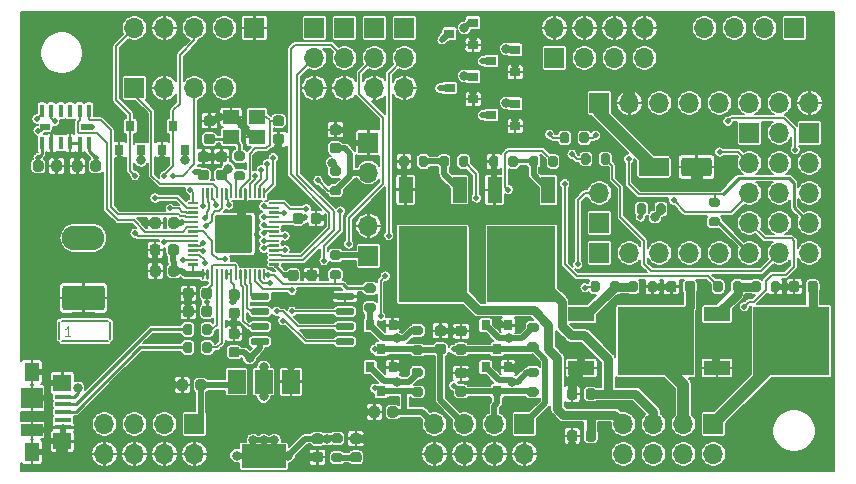
<source format=gbr>
%TF.GenerationSoftware,KiCad,Pcbnew,(5.1.10)-1*%
%TF.CreationDate,2021-11-13T18:31:53+01:00*%
%TF.ProjectId,HeCo,4865436f-2e6b-4696-9361-645f70636258,rev?*%
%TF.SameCoordinates,Original*%
%TF.FileFunction,Copper,L1,Top*%
%TF.FilePolarity,Positive*%
%FSLAX46Y46*%
G04 Gerber Fmt 4.6, Leading zero omitted, Abs format (unit mm)*
G04 Created by KiCad (PCBNEW (5.1.10)-1) date 2021-11-13 18:31:53*
%MOMM*%
%LPD*%
G01*
G04 APERTURE LIST*
%TA.AperFunction,NonConductor*%
%ADD10C,0.120000*%
%TD*%
%TA.AperFunction,SMDPad,CuDef*%
%ADD11R,1.900000X1.000000*%
%TD*%
%TA.AperFunction,SMDPad,CuDef*%
%ADD12R,1.900000X1.800000*%
%TD*%
%TA.AperFunction,SMDPad,CuDef*%
%ADD13R,1.300000X1.650000*%
%TD*%
%TA.AperFunction,SMDPad,CuDef*%
%ADD14R,1.550000X1.425000*%
%TD*%
%TA.AperFunction,SMDPad,CuDef*%
%ADD15R,1.380000X0.450000*%
%TD*%
%TA.AperFunction,ComponentPad*%
%ADD16O,1.700000X1.700000*%
%TD*%
%TA.AperFunction,ComponentPad*%
%ADD17R,1.700000X1.700000*%
%TD*%
%TA.AperFunction,SMDPad,CuDef*%
%ADD18R,0.800000X0.900000*%
%TD*%
%TA.AperFunction,ComponentPad*%
%ADD19C,0.600000*%
%TD*%
%TA.AperFunction,ComponentPad*%
%ADD20O,3.600000X2.080000*%
%TD*%
%TA.AperFunction,SMDPad,CuDef*%
%ADD21R,0.900000X0.800000*%
%TD*%
%TA.AperFunction,SMDPad,CuDef*%
%ADD22R,0.813000X0.500000*%
%TD*%
%TA.AperFunction,SMDPad,CuDef*%
%ADD23R,0.449200X1.117800*%
%TD*%
%TA.AperFunction,SMDPad,CuDef*%
%ADD24R,1.400000X1.200000*%
%TD*%
%TA.AperFunction,SMDPad,CuDef*%
%ADD25R,1.500000X2.000000*%
%TD*%
%TA.AperFunction,SMDPad,CuDef*%
%ADD26R,3.800000X2.000000*%
%TD*%
%TA.AperFunction,SMDPad,CuDef*%
%ADD27R,5.800000X6.400000*%
%TD*%
%TA.AperFunction,SMDPad,CuDef*%
%ADD28R,1.200000X2.200000*%
%TD*%
%TA.AperFunction,SMDPad,CuDef*%
%ADD29R,6.400000X5.800000*%
%TD*%
%TA.AperFunction,SMDPad,CuDef*%
%ADD30R,2.200000X1.200000*%
%TD*%
%TA.AperFunction,ViaPad*%
%ADD31C,0.500000*%
%TD*%
%TA.AperFunction,ViaPad*%
%ADD32C,0.800000*%
%TD*%
%TA.AperFunction,Conductor*%
%ADD33C,0.200000*%
%TD*%
%TA.AperFunction,Conductor*%
%ADD34C,0.800000*%
%TD*%
%TA.AperFunction,Conductor*%
%ADD35C,0.500000*%
%TD*%
%TA.AperFunction,Conductor*%
%ADD36C,1.000000*%
%TD*%
%TA.AperFunction,Conductor*%
%ADD37C,0.250000*%
%TD*%
%TA.AperFunction,Conductor*%
%ADD38C,0.300000*%
%TD*%
%TA.AperFunction,Conductor*%
%ADD39C,0.150000*%
%TD*%
%TA.AperFunction,Conductor*%
%ADD40C,0.100000*%
%TD*%
G04 APERTURE END LIST*
D10*
X104728571Y-127961904D02*
X104271428Y-127961904D01*
X104500000Y-127961904D02*
X104500000Y-127161904D01*
X104423809Y-127276190D01*
X104347619Y-127352380D01*
X104271428Y-127390476D01*
D11*
%TO.P,J3,6*%
%TO.N,GND*%
X101467000Y-135962000D03*
D12*
X101467000Y-133262000D03*
D13*
X101467000Y-137787000D03*
X101467000Y-131037000D03*
D14*
X104042000Y-136899500D03*
X104042000Y-131924500D03*
D15*
%TO.P,J3,5*%
X104127000Y-135712000D03*
%TO.P,J3,4*%
%TO.N,Net-(J3-Pad4)*%
X104127000Y-135062000D03*
%TO.P,J3,3*%
%TO.N,USBP*%
X104127000Y-134412000D03*
%TO.P,J3,2*%
%TO.N,USBN*%
X104127000Y-133762000D03*
%TO.P,J3,1*%
%TO.N,+5V*%
X104127000Y-133112000D03*
%TD*%
D16*
%TO.P,J14,5*%
%TO.N,BLIN*%
X110160000Y-101900000D03*
%TO.P,J14,4*%
%TO.N,GND*%
X112700000Y-101900000D03*
%TO.P,J14,3*%
%TO.N,BLOUT*%
X115240000Y-101900000D03*
%TO.P,J14,2*%
%TO.N,+5V*%
X117780000Y-101900000D03*
D17*
%TO.P,J14,1*%
%TO.N,GND*%
X120320000Y-101900000D03*
%TD*%
D18*
%TO.P,D2,3*%
%TO.N,BLIN*%
X109800000Y-110200000D03*
%TO.P,D2,2*%
%TO.N,+3V3*%
X110750000Y-112200000D03*
%TO.P,D2,1*%
%TO.N,GND*%
X108850000Y-112200000D03*
%TD*%
D16*
%TO.P,J10,8*%
%TO.N,GND*%
X167310000Y-108250000D03*
%TO.P,J10,7*%
%TO.N,+3V3*%
X164770000Y-108250000D03*
%TO.P,J10,6*%
%TO.N,Net-(J10-Pad6)*%
X162230000Y-108250000D03*
%TO.P,J10,5*%
%TO.N,Net-(J10-Pad5)*%
X159690000Y-108250000D03*
%TO.P,J10,4*%
%TO.N,Net-(J10-Pad4)*%
X157150000Y-108250000D03*
%TO.P,J10,3*%
%TO.N,Net-(J10-Pad3)*%
X154610000Y-108250000D03*
%TO.P,J10,2*%
%TO.N,GND*%
X152070000Y-108250000D03*
D17*
%TO.P,J10,1*%
%TO.N,+24V*%
X149530000Y-108250000D03*
%TD*%
%TO.P,U3,57*%
%TO.N,GND*%
%TA.AperFunction,SMDPad,CuDef*%
G36*
G01*
X120145500Y-117873500D02*
X120145500Y-120785500D01*
G75*
G02*
X120001500Y-120929500I-144000J0D01*
G01*
X117089500Y-120929500D01*
G75*
G02*
X116945500Y-120785500I0J144000D01*
G01*
X116945500Y-117873500D01*
G75*
G02*
X117089500Y-117729500I144000J0D01*
G01*
X120001500Y-117729500D01*
G75*
G02*
X120145500Y-117873500I0J-144000D01*
G01*
G37*
%TD.AperFunction*%
D19*
X119820500Y-120604500D03*
X118545500Y-120604500D03*
X117270500Y-120604500D03*
X119820500Y-119329500D03*
X118545500Y-119329500D03*
X117270500Y-119329500D03*
X119820500Y-118054500D03*
X118545500Y-118054500D03*
X117270500Y-118054500D03*
%TO.P,U3,1*%
%TO.N,+3V3*%
%TA.AperFunction,SMDPad,CuDef*%
G36*
G01*
X122420500Y-121879500D02*
X122420500Y-121979500D01*
G75*
G02*
X122370500Y-122029500I-50000J0D01*
G01*
X121595500Y-122029500D01*
G75*
G02*
X121545500Y-121979500I0J50000D01*
G01*
X121545500Y-121879500D01*
G75*
G02*
X121595500Y-121829500I50000J0D01*
G01*
X122370500Y-121829500D01*
G75*
G02*
X122420500Y-121879500I0J-50000D01*
G01*
G37*
%TD.AperFunction*%
%TO.P,U3,2*%
%TO.N,DI0*%
%TA.AperFunction,SMDPad,CuDef*%
G36*
G01*
X122420500Y-121479500D02*
X122420500Y-121579500D01*
G75*
G02*
X122370500Y-121629500I-50000J0D01*
G01*
X121595500Y-121629500D01*
G75*
G02*
X121545500Y-121579500I0J50000D01*
G01*
X121545500Y-121479500D01*
G75*
G02*
X121595500Y-121429500I50000J0D01*
G01*
X122370500Y-121429500D01*
G75*
G02*
X122420500Y-121479500I0J-50000D01*
G01*
G37*
%TD.AperFunction*%
%TO.P,U3,3*%
%TO.N,DI1*%
%TA.AperFunction,SMDPad,CuDef*%
G36*
G01*
X122420500Y-121079500D02*
X122420500Y-121179500D01*
G75*
G02*
X122370500Y-121229500I-50000J0D01*
G01*
X121595500Y-121229500D01*
G75*
G02*
X121545500Y-121179500I0J50000D01*
G01*
X121545500Y-121079500D01*
G75*
G02*
X121595500Y-121029500I50000J0D01*
G01*
X122370500Y-121029500D01*
G75*
G02*
X122420500Y-121079500I0J-50000D01*
G01*
G37*
%TD.AperFunction*%
%TO.P,U3,4*%
%TO.N,DI2*%
%TA.AperFunction,SMDPad,CuDef*%
G36*
G01*
X122420500Y-120679500D02*
X122420500Y-120779500D01*
G75*
G02*
X122370500Y-120829500I-50000J0D01*
G01*
X121595500Y-120829500D01*
G75*
G02*
X121545500Y-120779500I0J50000D01*
G01*
X121545500Y-120679500D01*
G75*
G02*
X121595500Y-120629500I50000J0D01*
G01*
X122370500Y-120629500D01*
G75*
G02*
X122420500Y-120679500I0J-50000D01*
G01*
G37*
%TD.AperFunction*%
%TO.P,U3,5*%
%TO.N,DI3*%
%TA.AperFunction,SMDPad,CuDef*%
G36*
G01*
X122420500Y-120279500D02*
X122420500Y-120379500D01*
G75*
G02*
X122370500Y-120429500I-50000J0D01*
G01*
X121595500Y-120429500D01*
G75*
G02*
X121545500Y-120379500I0J50000D01*
G01*
X121545500Y-120279500D01*
G75*
G02*
X121595500Y-120229500I50000J0D01*
G01*
X122370500Y-120229500D01*
G75*
G02*
X122420500Y-120279500I0J-50000D01*
G01*
G37*
%TD.AperFunction*%
%TO.P,U3,6*%
%TO.N,MSPI_RX*%
%TA.AperFunction,SMDPad,CuDef*%
G36*
G01*
X122420500Y-119879500D02*
X122420500Y-119979500D01*
G75*
G02*
X122370500Y-120029500I-50000J0D01*
G01*
X121595500Y-120029500D01*
G75*
G02*
X121545500Y-119979500I0J50000D01*
G01*
X121545500Y-119879500D01*
G75*
G02*
X121595500Y-119829500I50000J0D01*
G01*
X122370500Y-119829500D01*
G75*
G02*
X122420500Y-119879500I0J-50000D01*
G01*
G37*
%TD.AperFunction*%
%TO.P,U3,7*%
%TO.N,MSPICS*%
%TA.AperFunction,SMDPad,CuDef*%
G36*
G01*
X122420500Y-119479500D02*
X122420500Y-119579500D01*
G75*
G02*
X122370500Y-119629500I-50000J0D01*
G01*
X121595500Y-119629500D01*
G75*
G02*
X121545500Y-119579500I0J50000D01*
G01*
X121545500Y-119479500D01*
G75*
G02*
X121595500Y-119429500I50000J0D01*
G01*
X122370500Y-119429500D01*
G75*
G02*
X122420500Y-119479500I0J-50000D01*
G01*
G37*
%TD.AperFunction*%
%TO.P,U3,8*%
%TO.N,MSPI_CLK*%
%TA.AperFunction,SMDPad,CuDef*%
G36*
G01*
X122420500Y-119079500D02*
X122420500Y-119179500D01*
G75*
G02*
X122370500Y-119229500I-50000J0D01*
G01*
X121595500Y-119229500D01*
G75*
G02*
X121545500Y-119179500I0J50000D01*
G01*
X121545500Y-119079500D01*
G75*
G02*
X121595500Y-119029500I50000J0D01*
G01*
X122370500Y-119029500D01*
G75*
G02*
X122420500Y-119079500I0J-50000D01*
G01*
G37*
%TD.AperFunction*%
%TO.P,U3,9*%
%TO.N,MSPI_TX*%
%TA.AperFunction,SMDPad,CuDef*%
G36*
G01*
X122420500Y-118679500D02*
X122420500Y-118779500D01*
G75*
G02*
X122370500Y-118829500I-50000J0D01*
G01*
X121595500Y-118829500D01*
G75*
G02*
X121545500Y-118779500I0J50000D01*
G01*
X121545500Y-118679500D01*
G75*
G02*
X121595500Y-118629500I50000J0D01*
G01*
X122370500Y-118629500D01*
G75*
G02*
X122420500Y-118679500I0J-50000D01*
G01*
G37*
%TD.AperFunction*%
%TO.P,U3,10*%
%TO.N,+3V3*%
%TA.AperFunction,SMDPad,CuDef*%
G36*
G01*
X122420500Y-118279500D02*
X122420500Y-118379500D01*
G75*
G02*
X122370500Y-118429500I-50000J0D01*
G01*
X121595500Y-118429500D01*
G75*
G02*
X121545500Y-118379500I0J50000D01*
G01*
X121545500Y-118279500D01*
G75*
G02*
X121595500Y-118229500I50000J0D01*
G01*
X122370500Y-118229500D01*
G75*
G02*
X122420500Y-118279500I0J-50000D01*
G01*
G37*
%TD.AperFunction*%
%TO.P,U3,11*%
%TO.N,DO0*%
%TA.AperFunction,SMDPad,CuDef*%
G36*
G01*
X122420500Y-117879500D02*
X122420500Y-117979500D01*
G75*
G02*
X122370500Y-118029500I-50000J0D01*
G01*
X121595500Y-118029500D01*
G75*
G02*
X121545500Y-117979500I0J50000D01*
G01*
X121545500Y-117879500D01*
G75*
G02*
X121595500Y-117829500I50000J0D01*
G01*
X122370500Y-117829500D01*
G75*
G02*
X122420500Y-117879500I0J-50000D01*
G01*
G37*
%TD.AperFunction*%
%TO.P,U3,12*%
%TO.N,DO1*%
%TA.AperFunction,SMDPad,CuDef*%
G36*
G01*
X122420500Y-117479500D02*
X122420500Y-117579500D01*
G75*
G02*
X122370500Y-117629500I-50000J0D01*
G01*
X121595500Y-117629500D01*
G75*
G02*
X121545500Y-117579500I0J50000D01*
G01*
X121545500Y-117479500D01*
G75*
G02*
X121595500Y-117429500I50000J0D01*
G01*
X122370500Y-117429500D01*
G75*
G02*
X122420500Y-117479500I0J-50000D01*
G01*
G37*
%TD.AperFunction*%
%TO.P,U3,13*%
%TO.N,DO2*%
%TA.AperFunction,SMDPad,CuDef*%
G36*
G01*
X122420500Y-117079500D02*
X122420500Y-117179500D01*
G75*
G02*
X122370500Y-117229500I-50000J0D01*
G01*
X121595500Y-117229500D01*
G75*
G02*
X121545500Y-117179500I0J50000D01*
G01*
X121545500Y-117079500D01*
G75*
G02*
X121595500Y-117029500I50000J0D01*
G01*
X122370500Y-117029500D01*
G75*
G02*
X122420500Y-117079500I0J-50000D01*
G01*
G37*
%TD.AperFunction*%
%TO.P,U3,14*%
%TO.N,DO3*%
%TA.AperFunction,SMDPad,CuDef*%
G36*
G01*
X122420500Y-116679500D02*
X122420500Y-116779500D01*
G75*
G02*
X122370500Y-116829500I-50000J0D01*
G01*
X121595500Y-116829500D01*
G75*
G02*
X121545500Y-116779500I0J50000D01*
G01*
X121545500Y-116679500D01*
G75*
G02*
X121595500Y-116629500I50000J0D01*
G01*
X122370500Y-116629500D01*
G75*
G02*
X122420500Y-116679500I0J-50000D01*
G01*
G37*
%TD.AperFunction*%
%TO.P,U3,15*%
%TO.N,ASPI_RX*%
%TA.AperFunction,SMDPad,CuDef*%
G36*
G01*
X121245500Y-115504500D02*
X121245500Y-116279500D01*
G75*
G02*
X121195500Y-116329500I-50000J0D01*
G01*
X121095500Y-116329500D01*
G75*
G02*
X121045500Y-116279500I0J50000D01*
G01*
X121045500Y-115504500D01*
G75*
G02*
X121095500Y-115454500I50000J0D01*
G01*
X121195500Y-115454500D01*
G75*
G02*
X121245500Y-115504500I0J-50000D01*
G01*
G37*
%TD.AperFunction*%
%TO.P,U3,16*%
%TO.N,ASPICS*%
%TA.AperFunction,SMDPad,CuDef*%
G36*
G01*
X120845500Y-115504500D02*
X120845500Y-116279500D01*
G75*
G02*
X120795500Y-116329500I-50000J0D01*
G01*
X120695500Y-116329500D01*
G75*
G02*
X120645500Y-116279500I0J50000D01*
G01*
X120645500Y-115504500D01*
G75*
G02*
X120695500Y-115454500I50000J0D01*
G01*
X120795500Y-115454500D01*
G75*
G02*
X120845500Y-115504500I0J-50000D01*
G01*
G37*
%TD.AperFunction*%
%TO.P,U3,17*%
%TO.N,ASPI_CLK*%
%TA.AperFunction,SMDPad,CuDef*%
G36*
G01*
X120445500Y-115504500D02*
X120445500Y-116279500D01*
G75*
G02*
X120395500Y-116329500I-50000J0D01*
G01*
X120295500Y-116329500D01*
G75*
G02*
X120245500Y-116279500I0J50000D01*
G01*
X120245500Y-115504500D01*
G75*
G02*
X120295500Y-115454500I50000J0D01*
G01*
X120395500Y-115454500D01*
G75*
G02*
X120445500Y-115504500I0J-50000D01*
G01*
G37*
%TD.AperFunction*%
%TO.P,U3,18*%
%TO.N,ASPI_TX*%
%TA.AperFunction,SMDPad,CuDef*%
G36*
G01*
X120045500Y-115504500D02*
X120045500Y-116279500D01*
G75*
G02*
X119995500Y-116329500I-50000J0D01*
G01*
X119895500Y-116329500D01*
G75*
G02*
X119845500Y-116279500I0J50000D01*
G01*
X119845500Y-115504500D01*
G75*
G02*
X119895500Y-115454500I50000J0D01*
G01*
X119995500Y-115454500D01*
G75*
G02*
X120045500Y-115504500I0J-50000D01*
G01*
G37*
%TD.AperFunction*%
%TO.P,U3,19*%
%TO.N,GND*%
%TA.AperFunction,SMDPad,CuDef*%
G36*
G01*
X119645500Y-115504500D02*
X119645500Y-116279500D01*
G75*
G02*
X119595500Y-116329500I-50000J0D01*
G01*
X119495500Y-116329500D01*
G75*
G02*
X119445500Y-116279500I0J50000D01*
G01*
X119445500Y-115504500D01*
G75*
G02*
X119495500Y-115454500I50000J0D01*
G01*
X119595500Y-115454500D01*
G75*
G02*
X119645500Y-115504500I0J-50000D01*
G01*
G37*
%TD.AperFunction*%
%TO.P,U3,20*%
%TO.N,Net-(C2-Pad1)*%
%TA.AperFunction,SMDPad,CuDef*%
G36*
G01*
X119245500Y-115504500D02*
X119245500Y-116279500D01*
G75*
G02*
X119195500Y-116329500I-50000J0D01*
G01*
X119095500Y-116329500D01*
G75*
G02*
X119045500Y-116279500I0J50000D01*
G01*
X119045500Y-115504500D01*
G75*
G02*
X119095500Y-115454500I50000J0D01*
G01*
X119195500Y-115454500D01*
G75*
G02*
X119245500Y-115504500I0J-50000D01*
G01*
G37*
%TD.AperFunction*%
%TO.P,U3,21*%
%TO.N,Net-(R4-Pad1)*%
%TA.AperFunction,SMDPad,CuDef*%
G36*
G01*
X118845500Y-115504500D02*
X118845500Y-116279500D01*
G75*
G02*
X118795500Y-116329500I-50000J0D01*
G01*
X118695500Y-116329500D01*
G75*
G02*
X118645500Y-116279500I0J50000D01*
G01*
X118645500Y-115504500D01*
G75*
G02*
X118695500Y-115454500I50000J0D01*
G01*
X118795500Y-115454500D01*
G75*
G02*
X118845500Y-115504500I0J-50000D01*
G01*
G37*
%TD.AperFunction*%
%TO.P,U3,22*%
%TO.N,+3V3*%
%TA.AperFunction,SMDPad,CuDef*%
G36*
G01*
X118445500Y-115504500D02*
X118445500Y-116279500D01*
G75*
G02*
X118395500Y-116329500I-50000J0D01*
G01*
X118295500Y-116329500D01*
G75*
G02*
X118245500Y-116279500I0J50000D01*
G01*
X118245500Y-115504500D01*
G75*
G02*
X118295500Y-115454500I50000J0D01*
G01*
X118395500Y-115454500D01*
G75*
G02*
X118445500Y-115504500I0J-50000D01*
G01*
G37*
%TD.AperFunction*%
%TO.P,U3,23*%
%TO.N,+1V1*%
%TA.AperFunction,SMDPad,CuDef*%
G36*
G01*
X118045500Y-115504500D02*
X118045500Y-116279500D01*
G75*
G02*
X117995500Y-116329500I-50000J0D01*
G01*
X117895500Y-116329500D01*
G75*
G02*
X117845500Y-116279500I0J50000D01*
G01*
X117845500Y-115504500D01*
G75*
G02*
X117895500Y-115454500I50000J0D01*
G01*
X117995500Y-115454500D01*
G75*
G02*
X118045500Y-115504500I0J-50000D01*
G01*
G37*
%TD.AperFunction*%
%TO.P,U3,24*%
%TO.N,Net-(J1-Pad3)*%
%TA.AperFunction,SMDPad,CuDef*%
G36*
G01*
X117645500Y-115504500D02*
X117645500Y-116279500D01*
G75*
G02*
X117595500Y-116329500I-50000J0D01*
G01*
X117495500Y-116329500D01*
G75*
G02*
X117445500Y-116279500I0J50000D01*
G01*
X117445500Y-115504500D01*
G75*
G02*
X117495500Y-115454500I50000J0D01*
G01*
X117595500Y-115454500D01*
G75*
G02*
X117645500Y-115504500I0J-50000D01*
G01*
G37*
%TD.AperFunction*%
%TO.P,U3,25*%
%TO.N,Net-(J1-Pad1)*%
%TA.AperFunction,SMDPad,CuDef*%
G36*
G01*
X117245500Y-115504500D02*
X117245500Y-116279500D01*
G75*
G02*
X117195500Y-116329500I-50000J0D01*
G01*
X117095500Y-116329500D01*
G75*
G02*
X117045500Y-116279500I0J50000D01*
G01*
X117045500Y-115504500D01*
G75*
G02*
X117095500Y-115454500I50000J0D01*
G01*
X117195500Y-115454500D01*
G75*
G02*
X117245500Y-115504500I0J-50000D01*
G01*
G37*
%TD.AperFunction*%
%TO.P,U3,26*%
%TO.N,Net-(C6-Pad1)*%
%TA.AperFunction,SMDPad,CuDef*%
G36*
G01*
X116845500Y-115504500D02*
X116845500Y-116279500D01*
G75*
G02*
X116795500Y-116329500I-50000J0D01*
G01*
X116695500Y-116329500D01*
G75*
G02*
X116645500Y-116279500I0J50000D01*
G01*
X116645500Y-115504500D01*
G75*
G02*
X116695500Y-115454500I50000J0D01*
G01*
X116795500Y-115454500D01*
G75*
G02*
X116845500Y-115504500I0J-50000D01*
G01*
G37*
%TD.AperFunction*%
%TO.P,U3,27*%
%TO.N,MDIR*%
%TA.AperFunction,SMDPad,CuDef*%
G36*
G01*
X116445500Y-115504500D02*
X116445500Y-116279500D01*
G75*
G02*
X116395500Y-116329500I-50000J0D01*
G01*
X116295500Y-116329500D01*
G75*
G02*
X116245500Y-116279500I0J50000D01*
G01*
X116245500Y-115504500D01*
G75*
G02*
X116295500Y-115454500I50000J0D01*
G01*
X116395500Y-115454500D01*
G75*
G02*
X116445500Y-115504500I0J-50000D01*
G01*
G37*
%TD.AperFunction*%
%TO.P,U3,28*%
%TO.N,MSTP*%
%TA.AperFunction,SMDPad,CuDef*%
G36*
G01*
X116045500Y-115504500D02*
X116045500Y-116279500D01*
G75*
G02*
X115995500Y-116329500I-50000J0D01*
G01*
X115895500Y-116329500D01*
G75*
G02*
X115845500Y-116279500I0J50000D01*
G01*
X115845500Y-115504500D01*
G75*
G02*
X115895500Y-115454500I50000J0D01*
G01*
X115995500Y-115454500D01*
G75*
G02*
X116045500Y-115504500I0J-50000D01*
G01*
G37*
%TD.AperFunction*%
%TO.P,U3,29*%
%TO.N,Net-(J8-Pad4)*%
%TA.AperFunction,SMDPad,CuDef*%
G36*
G01*
X115545500Y-116679500D02*
X115545500Y-116779500D01*
G75*
G02*
X115495500Y-116829500I-50000J0D01*
G01*
X114720500Y-116829500D01*
G75*
G02*
X114670500Y-116779500I0J50000D01*
G01*
X114670500Y-116679500D01*
G75*
G02*
X114720500Y-116629500I50000J0D01*
G01*
X115495500Y-116629500D01*
G75*
G02*
X115545500Y-116679500I0J-50000D01*
G01*
G37*
%TD.AperFunction*%
%TO.P,U3,30*%
%TO.N,DIAG0*%
%TA.AperFunction,SMDPad,CuDef*%
G36*
G01*
X115545500Y-117079500D02*
X115545500Y-117179500D01*
G75*
G02*
X115495500Y-117229500I-50000J0D01*
G01*
X114720500Y-117229500D01*
G75*
G02*
X114670500Y-117179500I0J50000D01*
G01*
X114670500Y-117079500D01*
G75*
G02*
X114720500Y-117029500I50000J0D01*
G01*
X115495500Y-117029500D01*
G75*
G02*
X115545500Y-117079500I0J-50000D01*
G01*
G37*
%TD.AperFunction*%
%TO.P,U3,31*%
%TO.N,DIAG1*%
%TA.AperFunction,SMDPad,CuDef*%
G36*
G01*
X115545500Y-117479500D02*
X115545500Y-117579500D01*
G75*
G02*
X115495500Y-117629500I-50000J0D01*
G01*
X114720500Y-117629500D01*
G75*
G02*
X114670500Y-117579500I0J50000D01*
G01*
X114670500Y-117479500D01*
G75*
G02*
X114720500Y-117429500I50000J0D01*
G01*
X115495500Y-117429500D01*
G75*
G02*
X115545500Y-117479500I0J-50000D01*
G01*
G37*
%TD.AperFunction*%
%TO.P,U3,32*%
%TO.N,AINT1*%
%TA.AperFunction,SMDPad,CuDef*%
G36*
G01*
X115545500Y-117879500D02*
X115545500Y-117979500D01*
G75*
G02*
X115495500Y-118029500I-50000J0D01*
G01*
X114720500Y-118029500D01*
G75*
G02*
X114670500Y-117979500I0J50000D01*
G01*
X114670500Y-117879500D01*
G75*
G02*
X114720500Y-117829500I50000J0D01*
G01*
X115495500Y-117829500D01*
G75*
G02*
X115545500Y-117879500I0J-50000D01*
G01*
G37*
%TD.AperFunction*%
%TO.P,U3,33*%
%TO.N,+3V3*%
%TA.AperFunction,SMDPad,CuDef*%
G36*
G01*
X115545500Y-118279500D02*
X115545500Y-118379500D01*
G75*
G02*
X115495500Y-118429500I-50000J0D01*
G01*
X114720500Y-118429500D01*
G75*
G02*
X114670500Y-118379500I0J50000D01*
G01*
X114670500Y-118279500D01*
G75*
G02*
X114720500Y-118229500I50000J0D01*
G01*
X115495500Y-118229500D01*
G75*
G02*
X115545500Y-118279500I0J-50000D01*
G01*
G37*
%TD.AperFunction*%
%TO.P,U3,34*%
%TO.N,AINT2*%
%TA.AperFunction,SMDPad,CuDef*%
G36*
G01*
X115545500Y-118679500D02*
X115545500Y-118779500D01*
G75*
G02*
X115495500Y-118829500I-50000J0D01*
G01*
X114720500Y-118829500D01*
G75*
G02*
X114670500Y-118779500I0J50000D01*
G01*
X114670500Y-118679500D01*
G75*
G02*
X114720500Y-118629500I50000J0D01*
G01*
X115495500Y-118629500D01*
G75*
G02*
X115545500Y-118679500I0J-50000D01*
G01*
G37*
%TD.AperFunction*%
%TO.P,U3,35*%
%TO.N,MEN*%
%TA.AperFunction,SMDPad,CuDef*%
G36*
G01*
X115545500Y-119079500D02*
X115545500Y-119179500D01*
G75*
G02*
X115495500Y-119229500I-50000J0D01*
G01*
X114720500Y-119229500D01*
G75*
G02*
X114670500Y-119179500I0J50000D01*
G01*
X114670500Y-119079500D01*
G75*
G02*
X114720500Y-119029500I50000J0D01*
G01*
X115495500Y-119029500D01*
G75*
G02*
X115545500Y-119079500I0J-50000D01*
G01*
G37*
%TD.AperFunction*%
%TO.P,U3,36*%
%TO.N,BLIN*%
%TA.AperFunction,SMDPad,CuDef*%
G36*
G01*
X115545500Y-119479500D02*
X115545500Y-119579500D01*
G75*
G02*
X115495500Y-119629500I-50000J0D01*
G01*
X114720500Y-119629500D01*
G75*
G02*
X114670500Y-119579500I0J50000D01*
G01*
X114670500Y-119479500D01*
G75*
G02*
X114720500Y-119429500I50000J0D01*
G01*
X115495500Y-119429500D01*
G75*
G02*
X115545500Y-119479500I0J-50000D01*
G01*
G37*
%TD.AperFunction*%
%TO.P,U3,37*%
%TO.N,BLOUT*%
%TA.AperFunction,SMDPad,CuDef*%
G36*
G01*
X115545500Y-119879500D02*
X115545500Y-119979500D01*
G75*
G02*
X115495500Y-120029500I-50000J0D01*
G01*
X114720500Y-120029500D01*
G75*
G02*
X114670500Y-119979500I0J50000D01*
G01*
X114670500Y-119879500D01*
G75*
G02*
X114720500Y-119829500I50000J0D01*
G01*
X115495500Y-119829500D01*
G75*
G02*
X115545500Y-119879500I0J-50000D01*
G01*
G37*
%TD.AperFunction*%
%TO.P,U3,38*%
%TO.N,AIN0*%
%TA.AperFunction,SMDPad,CuDef*%
G36*
G01*
X115545500Y-120279500D02*
X115545500Y-120379500D01*
G75*
G02*
X115495500Y-120429500I-50000J0D01*
G01*
X114720500Y-120429500D01*
G75*
G02*
X114670500Y-120379500I0J50000D01*
G01*
X114670500Y-120279500D01*
G75*
G02*
X114720500Y-120229500I50000J0D01*
G01*
X115495500Y-120229500D01*
G75*
G02*
X115545500Y-120279500I0J-50000D01*
G01*
G37*
%TD.AperFunction*%
%TO.P,U3,39*%
%TO.N,AIN1*%
%TA.AperFunction,SMDPad,CuDef*%
G36*
G01*
X115545500Y-120679500D02*
X115545500Y-120779500D01*
G75*
G02*
X115495500Y-120829500I-50000J0D01*
G01*
X114720500Y-120829500D01*
G75*
G02*
X114670500Y-120779500I0J50000D01*
G01*
X114670500Y-120679500D01*
G75*
G02*
X114720500Y-120629500I50000J0D01*
G01*
X115495500Y-120629500D01*
G75*
G02*
X115545500Y-120679500I0J-50000D01*
G01*
G37*
%TD.AperFunction*%
%TO.P,U3,40*%
%TO.N,AIN2*%
%TA.AperFunction,SMDPad,CuDef*%
G36*
G01*
X115545500Y-121079500D02*
X115545500Y-121179500D01*
G75*
G02*
X115495500Y-121229500I-50000J0D01*
G01*
X114720500Y-121229500D01*
G75*
G02*
X114670500Y-121179500I0J50000D01*
G01*
X114670500Y-121079500D01*
G75*
G02*
X114720500Y-121029500I50000J0D01*
G01*
X115495500Y-121029500D01*
G75*
G02*
X115545500Y-121079500I0J-50000D01*
G01*
G37*
%TD.AperFunction*%
%TO.P,U3,41*%
%TO.N,AIN3*%
%TA.AperFunction,SMDPad,CuDef*%
G36*
G01*
X115545500Y-121479500D02*
X115545500Y-121579500D01*
G75*
G02*
X115495500Y-121629500I-50000J0D01*
G01*
X114720500Y-121629500D01*
G75*
G02*
X114670500Y-121579500I0J50000D01*
G01*
X114670500Y-121479500D01*
G75*
G02*
X114720500Y-121429500I50000J0D01*
G01*
X115495500Y-121429500D01*
G75*
G02*
X115545500Y-121479500I0J-50000D01*
G01*
G37*
%TD.AperFunction*%
%TO.P,U3,42*%
%TO.N,+3V3*%
%TA.AperFunction,SMDPad,CuDef*%
G36*
G01*
X115545500Y-121879500D02*
X115545500Y-121979500D01*
G75*
G02*
X115495500Y-122029500I-50000J0D01*
G01*
X114720500Y-122029500D01*
G75*
G02*
X114670500Y-121979500I0J50000D01*
G01*
X114670500Y-121879500D01*
G75*
G02*
X114720500Y-121829500I50000J0D01*
G01*
X115495500Y-121829500D01*
G75*
G02*
X115545500Y-121879500I0J-50000D01*
G01*
G37*
%TD.AperFunction*%
%TO.P,U3,43*%
%TA.AperFunction,SMDPad,CuDef*%
G36*
G01*
X116045500Y-122379500D02*
X116045500Y-123154500D01*
G75*
G02*
X115995500Y-123204500I-50000J0D01*
G01*
X115895500Y-123204500D01*
G75*
G02*
X115845500Y-123154500I0J50000D01*
G01*
X115845500Y-122379500D01*
G75*
G02*
X115895500Y-122329500I50000J0D01*
G01*
X115995500Y-122329500D01*
G75*
G02*
X116045500Y-122379500I0J-50000D01*
G01*
G37*
%TD.AperFunction*%
%TO.P,U3,44*%
%TA.AperFunction,SMDPad,CuDef*%
G36*
G01*
X116445500Y-122379500D02*
X116445500Y-123154500D01*
G75*
G02*
X116395500Y-123204500I-50000J0D01*
G01*
X116295500Y-123204500D01*
G75*
G02*
X116245500Y-123154500I0J50000D01*
G01*
X116245500Y-122379500D01*
G75*
G02*
X116295500Y-122329500I50000J0D01*
G01*
X116395500Y-122329500D01*
G75*
G02*
X116445500Y-122379500I0J-50000D01*
G01*
G37*
%TD.AperFunction*%
%TO.P,U3,45*%
%TO.N,+1V1*%
%TA.AperFunction,SMDPad,CuDef*%
G36*
G01*
X116845500Y-122379500D02*
X116845500Y-123154500D01*
G75*
G02*
X116795500Y-123204500I-50000J0D01*
G01*
X116695500Y-123204500D01*
G75*
G02*
X116645500Y-123154500I0J50000D01*
G01*
X116645500Y-122379500D01*
G75*
G02*
X116695500Y-122329500I50000J0D01*
G01*
X116795500Y-122329500D01*
G75*
G02*
X116845500Y-122379500I0J-50000D01*
G01*
G37*
%TD.AperFunction*%
%TO.P,U3,46*%
%TO.N,Net-(R11-Pad2)*%
%TA.AperFunction,SMDPad,CuDef*%
G36*
G01*
X117245500Y-122379500D02*
X117245500Y-123154500D01*
G75*
G02*
X117195500Y-123204500I-50000J0D01*
G01*
X117095500Y-123204500D01*
G75*
G02*
X117045500Y-123154500I0J50000D01*
G01*
X117045500Y-122379500D01*
G75*
G02*
X117095500Y-122329500I50000J0D01*
G01*
X117195500Y-122329500D01*
G75*
G02*
X117245500Y-122379500I0J-50000D01*
G01*
G37*
%TD.AperFunction*%
%TO.P,U3,47*%
%TO.N,Net-(R10-Pad2)*%
%TA.AperFunction,SMDPad,CuDef*%
G36*
G01*
X117645500Y-122379500D02*
X117645500Y-123154500D01*
G75*
G02*
X117595500Y-123204500I-50000J0D01*
G01*
X117495500Y-123204500D01*
G75*
G02*
X117445500Y-123154500I0J50000D01*
G01*
X117445500Y-122379500D01*
G75*
G02*
X117495500Y-122329500I50000J0D01*
G01*
X117595500Y-122329500D01*
G75*
G02*
X117645500Y-122379500I0J-50000D01*
G01*
G37*
%TD.AperFunction*%
%TO.P,U3,48*%
%TO.N,+3V3*%
%TA.AperFunction,SMDPad,CuDef*%
G36*
G01*
X118045500Y-122379500D02*
X118045500Y-123154500D01*
G75*
G02*
X117995500Y-123204500I-50000J0D01*
G01*
X117895500Y-123204500D01*
G75*
G02*
X117845500Y-123154500I0J50000D01*
G01*
X117845500Y-122379500D01*
G75*
G02*
X117895500Y-122329500I50000J0D01*
G01*
X117995500Y-122329500D01*
G75*
G02*
X118045500Y-122379500I0J-50000D01*
G01*
G37*
%TD.AperFunction*%
%TO.P,U3,49*%
%TA.AperFunction,SMDPad,CuDef*%
G36*
G01*
X118445500Y-122379500D02*
X118445500Y-123154500D01*
G75*
G02*
X118395500Y-123204500I-50000J0D01*
G01*
X118295500Y-123204500D01*
G75*
G02*
X118245500Y-123154500I0J50000D01*
G01*
X118245500Y-122379500D01*
G75*
G02*
X118295500Y-122329500I50000J0D01*
G01*
X118395500Y-122329500D01*
G75*
G02*
X118445500Y-122379500I0J-50000D01*
G01*
G37*
%TD.AperFunction*%
%TO.P,U3,50*%
%TO.N,+1V1*%
%TA.AperFunction,SMDPad,CuDef*%
G36*
G01*
X118845500Y-122379500D02*
X118845500Y-123154500D01*
G75*
G02*
X118795500Y-123204500I-50000J0D01*
G01*
X118695500Y-123204500D01*
G75*
G02*
X118645500Y-123154500I0J50000D01*
G01*
X118645500Y-122379500D01*
G75*
G02*
X118695500Y-122329500I50000J0D01*
G01*
X118795500Y-122329500D01*
G75*
G02*
X118845500Y-122379500I0J-50000D01*
G01*
G37*
%TD.AperFunction*%
%TO.P,U3,51*%
%TO.N,Net-(U1-Pad7)*%
%TA.AperFunction,SMDPad,CuDef*%
G36*
G01*
X119245500Y-122379500D02*
X119245500Y-123154500D01*
G75*
G02*
X119195500Y-123204500I-50000J0D01*
G01*
X119095500Y-123204500D01*
G75*
G02*
X119045500Y-123154500I0J50000D01*
G01*
X119045500Y-122379500D01*
G75*
G02*
X119095500Y-122329500I50000J0D01*
G01*
X119195500Y-122329500D01*
G75*
G02*
X119245500Y-122379500I0J-50000D01*
G01*
G37*
%TD.AperFunction*%
%TO.P,U3,52*%
%TO.N,Net-(U1-Pad6)*%
%TA.AperFunction,SMDPad,CuDef*%
G36*
G01*
X119645500Y-122379500D02*
X119645500Y-123154500D01*
G75*
G02*
X119595500Y-123204500I-50000J0D01*
G01*
X119495500Y-123204500D01*
G75*
G02*
X119445500Y-123154500I0J50000D01*
G01*
X119445500Y-122379500D01*
G75*
G02*
X119495500Y-122329500I50000J0D01*
G01*
X119595500Y-122329500D01*
G75*
G02*
X119645500Y-122379500I0J-50000D01*
G01*
G37*
%TD.AperFunction*%
%TO.P,U3,53*%
%TO.N,Net-(U1-Pad5)*%
%TA.AperFunction,SMDPad,CuDef*%
G36*
G01*
X120045500Y-122379500D02*
X120045500Y-123154500D01*
G75*
G02*
X119995500Y-123204500I-50000J0D01*
G01*
X119895500Y-123204500D01*
G75*
G02*
X119845500Y-123154500I0J50000D01*
G01*
X119845500Y-122379500D01*
G75*
G02*
X119895500Y-122329500I50000J0D01*
G01*
X119995500Y-122329500D01*
G75*
G02*
X120045500Y-122379500I0J-50000D01*
G01*
G37*
%TD.AperFunction*%
%TO.P,U3,54*%
%TO.N,Net-(U1-Pad3)*%
%TA.AperFunction,SMDPad,CuDef*%
G36*
G01*
X120445500Y-122379500D02*
X120445500Y-123154500D01*
G75*
G02*
X120395500Y-123204500I-50000J0D01*
G01*
X120295500Y-123204500D01*
G75*
G02*
X120245500Y-123154500I0J50000D01*
G01*
X120245500Y-122379500D01*
G75*
G02*
X120295500Y-122329500I50000J0D01*
G01*
X120395500Y-122329500D01*
G75*
G02*
X120445500Y-122379500I0J-50000D01*
G01*
G37*
%TD.AperFunction*%
%TO.P,U3,55*%
%TO.N,Net-(U1-Pad2)*%
%TA.AperFunction,SMDPad,CuDef*%
G36*
G01*
X120845500Y-122379500D02*
X120845500Y-123154500D01*
G75*
G02*
X120795500Y-123204500I-50000J0D01*
G01*
X120695500Y-123204500D01*
G75*
G02*
X120645500Y-123154500I0J50000D01*
G01*
X120645500Y-122379500D01*
G75*
G02*
X120695500Y-122329500I50000J0D01*
G01*
X120795500Y-122329500D01*
G75*
G02*
X120845500Y-122379500I0J-50000D01*
G01*
G37*
%TD.AperFunction*%
%TO.P,U3,56*%
%TO.N,Net-(R1-Pad1)*%
%TA.AperFunction,SMDPad,CuDef*%
G36*
G01*
X121245500Y-122379500D02*
X121245500Y-123154500D01*
G75*
G02*
X121195500Y-123204500I-50000J0D01*
G01*
X121095500Y-123204500D01*
G75*
G02*
X121045500Y-123154500I0J50000D01*
G01*
X121045500Y-122379500D01*
G75*
G02*
X121095500Y-122329500I50000J0D01*
G01*
X121195500Y-122329500D01*
G75*
G02*
X121245500Y-122379500I0J-50000D01*
G01*
G37*
%TD.AperFunction*%
%TD*%
D16*
%TO.P,J15,3*%
%TO.N,GND*%
X125400000Y-106980000D03*
%TO.P,J15,2*%
%TO.N,DI0*%
X125400000Y-104440000D03*
D17*
%TO.P,J15,1*%
%TO.N,+3V3*%
X125400000Y-101900000D03*
%TD*%
%TO.P,C15,2*%
%TO.N,GND*%
%TA.AperFunction,SMDPad,CuDef*%
G36*
G01*
X124709000Y-123105000D02*
X124709000Y-122605000D01*
G75*
G02*
X124934000Y-122380000I225000J0D01*
G01*
X125384000Y-122380000D01*
G75*
G02*
X125609000Y-122605000I0J-225000D01*
G01*
X125609000Y-123105000D01*
G75*
G02*
X125384000Y-123330000I-225000J0D01*
G01*
X124934000Y-123330000D01*
G75*
G02*
X124709000Y-123105000I0J225000D01*
G01*
G37*
%TD.AperFunction*%
%TO.P,C15,1*%
%TO.N,+3V3*%
%TA.AperFunction,SMDPad,CuDef*%
G36*
G01*
X123159000Y-123105000D02*
X123159000Y-122605000D01*
G75*
G02*
X123384000Y-122380000I225000J0D01*
G01*
X123834000Y-122380000D01*
G75*
G02*
X124059000Y-122605000I0J-225000D01*
G01*
X124059000Y-123105000D01*
G75*
G02*
X123834000Y-123330000I-225000J0D01*
G01*
X123384000Y-123330000D01*
G75*
G02*
X123159000Y-123105000I0J225000D01*
G01*
G37*
%TD.AperFunction*%
%TD*%
%TO.P,R15,2*%
%TO.N,AIN2*%
%TA.AperFunction,SMDPad,CuDef*%
G36*
G01*
X133842000Y-128765000D02*
X134392000Y-128765000D01*
G75*
G02*
X134592000Y-128965000I0J-200000D01*
G01*
X134592000Y-129365000D01*
G75*
G02*
X134392000Y-129565000I-200000J0D01*
G01*
X133842000Y-129565000D01*
G75*
G02*
X133642000Y-129365000I0J200000D01*
G01*
X133642000Y-128965000D01*
G75*
G02*
X133842000Y-128765000I200000J0D01*
G01*
G37*
%TD.AperFunction*%
%TO.P,R15,1*%
%TO.N,+3V3*%
%TA.AperFunction,SMDPad,CuDef*%
G36*
G01*
X133842000Y-127115000D02*
X134392000Y-127115000D01*
G75*
G02*
X134592000Y-127315000I0J-200000D01*
G01*
X134592000Y-127715000D01*
G75*
G02*
X134392000Y-127915000I-200000J0D01*
G01*
X133842000Y-127915000D01*
G75*
G02*
X133642000Y-127715000I0J200000D01*
G01*
X133642000Y-127315000D01*
G75*
G02*
X133842000Y-127115000I200000J0D01*
G01*
G37*
%TD.AperFunction*%
%TD*%
%TO.P,R18,2*%
%TO.N,AIN3*%
%TA.AperFunction,SMDPad,CuDef*%
G36*
G01*
X133842000Y-132321000D02*
X134392000Y-132321000D01*
G75*
G02*
X134592000Y-132521000I0J-200000D01*
G01*
X134592000Y-132921000D01*
G75*
G02*
X134392000Y-133121000I-200000J0D01*
G01*
X133842000Y-133121000D01*
G75*
G02*
X133642000Y-132921000I0J200000D01*
G01*
X133642000Y-132521000D01*
G75*
G02*
X133842000Y-132321000I200000J0D01*
G01*
G37*
%TD.AperFunction*%
%TO.P,R18,1*%
%TO.N,+3V3*%
%TA.AperFunction,SMDPad,CuDef*%
G36*
G01*
X133842000Y-130671000D02*
X134392000Y-130671000D01*
G75*
G02*
X134592000Y-130871000I0J-200000D01*
G01*
X134592000Y-131271000D01*
G75*
G02*
X134392000Y-131471000I-200000J0D01*
G01*
X133842000Y-131471000D01*
G75*
G02*
X133642000Y-131271000I0J200000D01*
G01*
X133642000Y-130871000D01*
G75*
G02*
X133842000Y-130671000I200000J0D01*
G01*
G37*
%TD.AperFunction*%
%TD*%
D18*
%TO.P,D15,3*%
%TO.N,AIN3*%
X131069000Y-132642000D03*
%TO.P,D15,2*%
%TO.N,+3V3*%
X130119000Y-130642000D03*
%TO.P,D15,1*%
%TO.N,GND*%
X132019000Y-130642000D03*
%TD*%
%TO.P,D14,3*%
%TO.N,AIN2*%
X131069000Y-129086000D03*
%TO.P,D14,2*%
%TO.N,+3V3*%
X130119000Y-127086000D03*
%TO.P,D14,1*%
%TO.N,GND*%
X132019000Y-127086000D03*
%TD*%
D16*
%TO.P,J5,8*%
%TO.N,GND*%
X107620000Y-137968000D03*
%TO.P,J5,7*%
%TO.N,+5V*%
X107620000Y-135428000D03*
%TO.P,J5,6*%
%TO.N,GND*%
X110160000Y-137968000D03*
%TO.P,J5,5*%
%TO.N,+5V*%
X110160000Y-135428000D03*
%TO.P,J5,4*%
%TO.N,GND*%
X112700000Y-137968000D03*
%TO.P,J5,3*%
%TO.N,+5V*%
X112700000Y-135428000D03*
%TO.P,J5,2*%
%TO.N,GND*%
X115240000Y-137968000D03*
D17*
%TO.P,J5,1*%
%TO.N,+5V*%
X115240000Y-135428000D03*
%TD*%
D16*
%TO.P,J13,8*%
%TO.N,GND*%
X153340000Y-101900000D03*
%TO.P,J13,7*%
%TO.N,+24V*%
X153340000Y-104440000D03*
%TO.P,J13,6*%
%TO.N,GND*%
X150800000Y-101900000D03*
%TO.P,J13,5*%
%TO.N,+24V*%
X150800000Y-104440000D03*
%TO.P,J13,4*%
%TO.N,GND*%
X148260000Y-101900000D03*
%TO.P,J13,3*%
%TO.N,+24V*%
X148260000Y-104440000D03*
%TO.P,J13,2*%
%TO.N,GND*%
X145720000Y-101900000D03*
D17*
%TO.P,J13,1*%
%TO.N,+24V*%
X145720000Y-104440000D03*
%TD*%
%TO.P,C19,2*%
%TO.N,+3V3*%
%TA.AperFunction,SMDPad,CuDef*%
G36*
G01*
X106421000Y-113834000D02*
X106421000Y-113334000D01*
G75*
G02*
X106646000Y-113109000I225000J0D01*
G01*
X107096000Y-113109000D01*
G75*
G02*
X107321000Y-113334000I0J-225000D01*
G01*
X107321000Y-113834000D01*
G75*
G02*
X107096000Y-114059000I-225000J0D01*
G01*
X106646000Y-114059000D01*
G75*
G02*
X106421000Y-113834000I0J225000D01*
G01*
G37*
%TD.AperFunction*%
%TO.P,C19,1*%
%TO.N,GND*%
%TA.AperFunction,SMDPad,CuDef*%
G36*
G01*
X104871000Y-113834000D02*
X104871000Y-113334000D01*
G75*
G02*
X105096000Y-113109000I225000J0D01*
G01*
X105546000Y-113109000D01*
G75*
G02*
X105771000Y-113334000I0J-225000D01*
G01*
X105771000Y-113834000D01*
G75*
G02*
X105546000Y-114059000I-225000J0D01*
G01*
X105096000Y-114059000D01*
G75*
G02*
X104871000Y-113834000I0J225000D01*
G01*
G37*
%TD.AperFunction*%
%TD*%
%TO.P,C1,2*%
%TO.N,GND*%
%TA.AperFunction,SMDPad,CuDef*%
G36*
G01*
X118850000Y-128245000D02*
X118350000Y-128245000D01*
G75*
G02*
X118125000Y-128020000I0J225000D01*
G01*
X118125000Y-127570000D01*
G75*
G02*
X118350000Y-127345000I225000J0D01*
G01*
X118850000Y-127345000D01*
G75*
G02*
X119075000Y-127570000I0J-225000D01*
G01*
X119075000Y-128020000D01*
G75*
G02*
X118850000Y-128245000I-225000J0D01*
G01*
G37*
%TD.AperFunction*%
%TO.P,C1,1*%
%TO.N,+3V3*%
%TA.AperFunction,SMDPad,CuDef*%
G36*
G01*
X118850000Y-129795000D02*
X118350000Y-129795000D01*
G75*
G02*
X118125000Y-129570000I0J225000D01*
G01*
X118125000Y-129120000D01*
G75*
G02*
X118350000Y-128895000I225000J0D01*
G01*
X118850000Y-128895000D01*
G75*
G02*
X119075000Y-129120000I0J-225000D01*
G01*
X119075000Y-129570000D01*
G75*
G02*
X118850000Y-129795000I-225000J0D01*
G01*
G37*
%TD.AperFunction*%
%TD*%
D16*
%TO.P,J6,2*%
%TO.N,DIAG1*%
X149530000Y-115870000D03*
D17*
%TO.P,J6,1*%
%TO.N,DIAG0*%
X149530000Y-118410000D03*
%TD*%
%TO.P,C6,2*%
%TO.N,GND*%
%TA.AperFunction,SMDPad,CuDef*%
G36*
G01*
X127428000Y-110973000D02*
X126928000Y-110973000D01*
G75*
G02*
X126703000Y-110748000I0J225000D01*
G01*
X126703000Y-110298000D01*
G75*
G02*
X126928000Y-110073000I225000J0D01*
G01*
X127428000Y-110073000D01*
G75*
G02*
X127653000Y-110298000I0J-225000D01*
G01*
X127653000Y-110748000D01*
G75*
G02*
X127428000Y-110973000I-225000J0D01*
G01*
G37*
%TD.AperFunction*%
%TO.P,C6,1*%
%TO.N,Net-(C6-Pad1)*%
%TA.AperFunction,SMDPad,CuDef*%
G36*
G01*
X127428000Y-112523000D02*
X126928000Y-112523000D01*
G75*
G02*
X126703000Y-112298000I0J225000D01*
G01*
X126703000Y-111848000D01*
G75*
G02*
X126928000Y-111623000I225000J0D01*
G01*
X127428000Y-111623000D01*
G75*
G02*
X127653000Y-111848000I0J-225000D01*
G01*
X127653000Y-112298000D01*
G75*
G02*
X127428000Y-112523000I-225000J0D01*
G01*
G37*
%TD.AperFunction*%
%TD*%
%TO.P,D13,2*%
%TO.N,GND*%
%TA.AperFunction,SMDPad,CuDef*%
G36*
G01*
X147656000Y-136187750D02*
X147656000Y-136700250D01*
G75*
G02*
X147437250Y-136919000I-218750J0D01*
G01*
X146999750Y-136919000D01*
G75*
G02*
X146781000Y-136700250I0J218750D01*
G01*
X146781000Y-136187750D01*
G75*
G02*
X146999750Y-135969000I218750J0D01*
G01*
X147437250Y-135969000D01*
G75*
G02*
X147656000Y-136187750I0J-218750D01*
G01*
G37*
%TD.AperFunction*%
%TO.P,D13,1*%
%TO.N,Net-(D13-Pad1)*%
%TA.AperFunction,SMDPad,CuDef*%
G36*
G01*
X149231000Y-136187750D02*
X149231000Y-136700250D01*
G75*
G02*
X149012250Y-136919000I-218750J0D01*
G01*
X148574750Y-136919000D01*
G75*
G02*
X148356000Y-136700250I0J218750D01*
G01*
X148356000Y-136187750D01*
G75*
G02*
X148574750Y-135969000I218750J0D01*
G01*
X149012250Y-135969000D01*
G75*
G02*
X149231000Y-136187750I0J-218750D01*
G01*
G37*
%TD.AperFunction*%
%TD*%
%TO.P,D12,2*%
%TO.N,GND*%
%TA.AperFunction,SMDPad,CuDef*%
G36*
G01*
X147656000Y-132631750D02*
X147656000Y-133144250D01*
G75*
G02*
X147437250Y-133363000I-218750J0D01*
G01*
X146999750Y-133363000D01*
G75*
G02*
X146781000Y-133144250I0J218750D01*
G01*
X146781000Y-132631750D01*
G75*
G02*
X146999750Y-132413000I218750J0D01*
G01*
X147437250Y-132413000D01*
G75*
G02*
X147656000Y-132631750I0J-218750D01*
G01*
G37*
%TD.AperFunction*%
%TO.P,D12,1*%
%TO.N,Net-(D12-Pad1)*%
%TA.AperFunction,SMDPad,CuDef*%
G36*
G01*
X149231000Y-132631750D02*
X149231000Y-133144250D01*
G75*
G02*
X149012250Y-133363000I-218750J0D01*
G01*
X148574750Y-133363000D01*
G75*
G02*
X148356000Y-133144250I0J218750D01*
G01*
X148356000Y-132631750D01*
G75*
G02*
X148574750Y-132413000I218750J0D01*
G01*
X149012250Y-132413000D01*
G75*
G02*
X149231000Y-132631750I0J-218750D01*
G01*
G37*
%TD.AperFunction*%
%TD*%
%TO.P,D11,2*%
%TO.N,GND*%
%TA.AperFunction,SMDPad,CuDef*%
G36*
G01*
X156050000Y-123543750D02*
X156050000Y-124056250D01*
G75*
G02*
X155831250Y-124275000I-218750J0D01*
G01*
X155393750Y-124275000D01*
G75*
G02*
X155175000Y-124056250I0J218750D01*
G01*
X155175000Y-123543750D01*
G75*
G02*
X155393750Y-123325000I218750J0D01*
G01*
X155831250Y-123325000D01*
G75*
G02*
X156050000Y-123543750I0J-218750D01*
G01*
G37*
%TD.AperFunction*%
%TO.P,D11,1*%
%TO.N,Net-(D11-Pad1)*%
%TA.AperFunction,SMDPad,CuDef*%
G36*
G01*
X157625000Y-123543750D02*
X157625000Y-124056250D01*
G75*
G02*
X157406250Y-124275000I-218750J0D01*
G01*
X156968750Y-124275000D01*
G75*
G02*
X156750000Y-124056250I0J218750D01*
G01*
X156750000Y-123543750D01*
G75*
G02*
X156968750Y-123325000I218750J0D01*
G01*
X157406250Y-123325000D01*
G75*
G02*
X157625000Y-123543750I0J-218750D01*
G01*
G37*
%TD.AperFunction*%
%TD*%
%TO.P,D10,2*%
%TO.N,GND*%
%TA.AperFunction,SMDPad,CuDef*%
G36*
G01*
X166450000Y-123543750D02*
X166450000Y-124056250D01*
G75*
G02*
X166231250Y-124275000I-218750J0D01*
G01*
X165793750Y-124275000D01*
G75*
G02*
X165575000Y-124056250I0J218750D01*
G01*
X165575000Y-123543750D01*
G75*
G02*
X165793750Y-123325000I218750J0D01*
G01*
X166231250Y-123325000D01*
G75*
G02*
X166450000Y-123543750I0J-218750D01*
G01*
G37*
%TD.AperFunction*%
%TO.P,D10,1*%
%TO.N,Net-(D10-Pad1)*%
%TA.AperFunction,SMDPad,CuDef*%
G36*
G01*
X168025000Y-123543750D02*
X168025000Y-124056250D01*
G75*
G02*
X167806250Y-124275000I-218750J0D01*
G01*
X167368750Y-124275000D01*
G75*
G02*
X167150000Y-124056250I0J218750D01*
G01*
X167150000Y-123543750D01*
G75*
G02*
X167368750Y-123325000I218750J0D01*
G01*
X167806250Y-123325000D01*
G75*
G02*
X168025000Y-123543750I0J-218750D01*
G01*
G37*
%TD.AperFunction*%
%TD*%
%TO.P,R5,2*%
%TO.N,+3V3*%
%TA.AperFunction,SMDPad,CuDef*%
G36*
G01*
X127583000Y-137035000D02*
X127033000Y-137035000D01*
G75*
G02*
X126833000Y-136835000I0J200000D01*
G01*
X126833000Y-136435000D01*
G75*
G02*
X127033000Y-136235000I200000J0D01*
G01*
X127583000Y-136235000D01*
G75*
G02*
X127783000Y-136435000I0J-200000D01*
G01*
X127783000Y-136835000D01*
G75*
G02*
X127583000Y-137035000I-200000J0D01*
G01*
G37*
%TD.AperFunction*%
%TO.P,R5,1*%
%TO.N,Net-(D1-Pad2)*%
%TA.AperFunction,SMDPad,CuDef*%
G36*
G01*
X127583000Y-138685000D02*
X127033000Y-138685000D01*
G75*
G02*
X126833000Y-138485000I0J200000D01*
G01*
X126833000Y-138085000D01*
G75*
G02*
X127033000Y-137885000I200000J0D01*
G01*
X127583000Y-137885000D01*
G75*
G02*
X127783000Y-138085000I0J-200000D01*
G01*
X127783000Y-138485000D01*
G75*
G02*
X127583000Y-138685000I-200000J0D01*
G01*
G37*
%TD.AperFunction*%
%TD*%
%TO.P,D1,2*%
%TO.N,Net-(D1-Pad2)*%
%TA.AperFunction,SMDPad,CuDef*%
G36*
G01*
X128651750Y-137810000D02*
X129164250Y-137810000D01*
G75*
G02*
X129383000Y-138028750I0J-218750D01*
G01*
X129383000Y-138466250D01*
G75*
G02*
X129164250Y-138685000I-218750J0D01*
G01*
X128651750Y-138685000D01*
G75*
G02*
X128433000Y-138466250I0J218750D01*
G01*
X128433000Y-138028750D01*
G75*
G02*
X128651750Y-137810000I218750J0D01*
G01*
G37*
%TD.AperFunction*%
%TO.P,D1,1*%
%TO.N,GND*%
%TA.AperFunction,SMDPad,CuDef*%
G36*
G01*
X128651750Y-136235000D02*
X129164250Y-136235000D01*
G75*
G02*
X129383000Y-136453750I0J-218750D01*
G01*
X129383000Y-136891250D01*
G75*
G02*
X129164250Y-137110000I-218750J0D01*
G01*
X128651750Y-137110000D01*
G75*
G02*
X128433000Y-136891250I0J218750D01*
G01*
X128433000Y-136453750D01*
G75*
G02*
X128651750Y-136235000I218750J0D01*
G01*
G37*
%TD.AperFunction*%
%TD*%
D20*
%TO.P,J11,2*%
%TO.N,+24V*%
X105842000Y-119680000D03*
%TO.P,J11,1*%
%TO.N,GND*%
%TA.AperFunction,ComponentPad*%
G36*
G01*
X107392003Y-125800000D02*
X104291997Y-125800000D01*
G75*
G02*
X104042000Y-125550003I0J249997D01*
G01*
X104042000Y-123969997D01*
G75*
G02*
X104291997Y-123720000I249997J0D01*
G01*
X107392003Y-123720000D01*
G75*
G02*
X107642000Y-123969997I0J-249997D01*
G01*
X107642000Y-125550003D01*
G75*
G02*
X107392003Y-125800000I-249997J0D01*
G01*
G37*
%TD.AperFunction*%
%TD*%
D18*
%TO.P,D3,3*%
%TO.N,BLOUT*%
X113450000Y-110200000D03*
%TO.P,D3,2*%
%TO.N,+3V3*%
X114400000Y-112200000D03*
%TO.P,D3,1*%
%TO.N,GND*%
X112500000Y-112200000D03*
%TD*%
%TO.P,D9,3*%
%TO.N,AIN1*%
X140848000Y-132642000D03*
%TO.P,D9,2*%
%TO.N,+3V3*%
X139898000Y-130642000D03*
%TO.P,D9,1*%
%TO.N,GND*%
X141798000Y-130642000D03*
%TD*%
%TO.P,D8,3*%
%TO.N,AIN0*%
X140848000Y-129086000D03*
%TO.P,D8,2*%
%TO.N,+3V3*%
X139898000Y-127086000D03*
%TO.P,D8,1*%
%TO.N,GND*%
X141798000Y-127086000D03*
%TD*%
D21*
%TO.P,D7,3*%
%TO.N,DI3*%
X136828000Y-102396000D03*
%TO.P,D7,2*%
%TO.N,+3V3*%
X138828000Y-101446000D03*
%TO.P,D7,1*%
%TO.N,GND*%
X138828000Y-103346000D03*
%TD*%
%TO.P,D6,3*%
%TO.N,DI2*%
X140386000Y-104694000D03*
%TO.P,D6,2*%
%TO.N,+3V3*%
X142386000Y-103744000D03*
%TO.P,D6,1*%
%TO.N,GND*%
X142386000Y-105644000D03*
%TD*%
%TO.P,D5,3*%
%TO.N,DI1*%
X136846000Y-106980000D03*
%TO.P,D5,2*%
%TO.N,+3V3*%
X138846000Y-106030000D03*
%TO.P,D5,1*%
%TO.N,GND*%
X138846000Y-107930000D03*
%TD*%
%TO.P,D4,3*%
%TO.N,DI0*%
X140386000Y-109266000D03*
%TO.P,D4,2*%
%TO.N,+3V3*%
X142386000Y-108316000D03*
%TO.P,D4,1*%
%TO.N,GND*%
X142386000Y-110216000D03*
%TD*%
%TO.P,R23,2*%
%TO.N,GND*%
%TA.AperFunction,SMDPad,CuDef*%
G36*
G01*
X133375000Y-112925000D02*
X133375000Y-113475000D01*
G75*
G02*
X133175000Y-113675000I-200000J0D01*
G01*
X132775000Y-113675000D01*
G75*
G02*
X132575000Y-113475000I0J200000D01*
G01*
X132575000Y-112925000D01*
G75*
G02*
X132775000Y-112725000I200000J0D01*
G01*
X133175000Y-112725000D01*
G75*
G02*
X133375000Y-112925000I0J-200000D01*
G01*
G37*
%TD.AperFunction*%
%TO.P,R23,1*%
%TO.N,Net-(Q4-Pad1)*%
%TA.AperFunction,SMDPad,CuDef*%
G36*
G01*
X135025000Y-112925000D02*
X135025000Y-113475000D01*
G75*
G02*
X134825000Y-113675000I-200000J0D01*
G01*
X134425000Y-113675000D01*
G75*
G02*
X134225000Y-113475000I0J200000D01*
G01*
X134225000Y-112925000D01*
G75*
G02*
X134425000Y-112725000I200000J0D01*
G01*
X134825000Y-112725000D01*
G75*
G02*
X135025000Y-112925000I0J-200000D01*
G01*
G37*
%TD.AperFunction*%
%TD*%
%TO.P,R22,2*%
%TO.N,GND*%
%TA.AperFunction,SMDPad,CuDef*%
G36*
G01*
X140975000Y-112925000D02*
X140975000Y-113475000D01*
G75*
G02*
X140775000Y-113675000I-200000J0D01*
G01*
X140375000Y-113675000D01*
G75*
G02*
X140175000Y-113475000I0J200000D01*
G01*
X140175000Y-112925000D01*
G75*
G02*
X140375000Y-112725000I200000J0D01*
G01*
X140775000Y-112725000D01*
G75*
G02*
X140975000Y-112925000I0J-200000D01*
G01*
G37*
%TD.AperFunction*%
%TO.P,R22,1*%
%TO.N,Net-(Q3-Pad1)*%
%TA.AperFunction,SMDPad,CuDef*%
G36*
G01*
X142625000Y-112925000D02*
X142625000Y-113475000D01*
G75*
G02*
X142425000Y-113675000I-200000J0D01*
G01*
X142025000Y-113675000D01*
G75*
G02*
X141825000Y-113475000I0J200000D01*
G01*
X141825000Y-112925000D01*
G75*
G02*
X142025000Y-112725000I200000J0D01*
G01*
X142425000Y-112725000D01*
G75*
G02*
X142625000Y-112925000I0J-200000D01*
G01*
G37*
%TD.AperFunction*%
%TD*%
%TO.P,R21,2*%
%TO.N,GND*%
%TA.AperFunction,SMDPad,CuDef*%
G36*
G01*
X153625000Y-124075000D02*
X153625000Y-123525000D01*
G75*
G02*
X153825000Y-123325000I200000J0D01*
G01*
X154225000Y-123325000D01*
G75*
G02*
X154425000Y-123525000I0J-200000D01*
G01*
X154425000Y-124075000D01*
G75*
G02*
X154225000Y-124275000I-200000J0D01*
G01*
X153825000Y-124275000D01*
G75*
G02*
X153625000Y-124075000I0J200000D01*
G01*
G37*
%TD.AperFunction*%
%TO.P,R21,1*%
%TO.N,Net-(Q2-Pad1)*%
%TA.AperFunction,SMDPad,CuDef*%
G36*
G01*
X151975000Y-124075000D02*
X151975000Y-123525000D01*
G75*
G02*
X152175000Y-123325000I200000J0D01*
G01*
X152575000Y-123325000D01*
G75*
G02*
X152775000Y-123525000I0J-200000D01*
G01*
X152775000Y-124075000D01*
G75*
G02*
X152575000Y-124275000I-200000J0D01*
G01*
X152175000Y-124275000D01*
G75*
G02*
X151975000Y-124075000I0J200000D01*
G01*
G37*
%TD.AperFunction*%
%TD*%
%TO.P,R20,2*%
%TO.N,GND*%
%TA.AperFunction,SMDPad,CuDef*%
G36*
G01*
X164025000Y-124075000D02*
X164025000Y-123525000D01*
G75*
G02*
X164225000Y-123325000I200000J0D01*
G01*
X164625000Y-123325000D01*
G75*
G02*
X164825000Y-123525000I0J-200000D01*
G01*
X164825000Y-124075000D01*
G75*
G02*
X164625000Y-124275000I-200000J0D01*
G01*
X164225000Y-124275000D01*
G75*
G02*
X164025000Y-124075000I0J200000D01*
G01*
G37*
%TD.AperFunction*%
%TO.P,R20,1*%
%TO.N,Net-(Q1-Pad1)*%
%TA.AperFunction,SMDPad,CuDef*%
G36*
G01*
X162375000Y-124075000D02*
X162375000Y-123525000D01*
G75*
G02*
X162575000Y-123325000I200000J0D01*
G01*
X162975000Y-123325000D01*
G75*
G02*
X163175000Y-123525000I0J-200000D01*
G01*
X163175000Y-124075000D01*
G75*
G02*
X162975000Y-124275000I-200000J0D01*
G01*
X162575000Y-124275000D01*
G75*
G02*
X162375000Y-124075000I0J200000D01*
G01*
G37*
%TD.AperFunction*%
%TD*%
%TO.P,R19,2*%
%TO.N,DO1*%
%TA.AperFunction,SMDPad,CuDef*%
G36*
G01*
X149575000Y-123525000D02*
X149575000Y-124075000D01*
G75*
G02*
X149375000Y-124275000I-200000J0D01*
G01*
X148975000Y-124275000D01*
G75*
G02*
X148775000Y-124075000I0J200000D01*
G01*
X148775000Y-123525000D01*
G75*
G02*
X148975000Y-123325000I200000J0D01*
G01*
X149375000Y-123325000D01*
G75*
G02*
X149575000Y-123525000I0J-200000D01*
G01*
G37*
%TD.AperFunction*%
%TO.P,R19,1*%
%TO.N,Net-(Q2-Pad1)*%
%TA.AperFunction,SMDPad,CuDef*%
G36*
G01*
X151225000Y-123525000D02*
X151225000Y-124075000D01*
G75*
G02*
X151025000Y-124275000I-200000J0D01*
G01*
X150625000Y-124275000D01*
G75*
G02*
X150425000Y-124075000I0J200000D01*
G01*
X150425000Y-123525000D01*
G75*
G02*
X150625000Y-123325000I200000J0D01*
G01*
X151025000Y-123325000D01*
G75*
G02*
X151225000Y-123525000I0J-200000D01*
G01*
G37*
%TD.AperFunction*%
%TD*%
%TO.P,R17,2*%
%TO.N,DO0*%
%TA.AperFunction,SMDPad,CuDef*%
G36*
G01*
X159975000Y-123525000D02*
X159975000Y-124075000D01*
G75*
G02*
X159775000Y-124275000I-200000J0D01*
G01*
X159375000Y-124275000D01*
G75*
G02*
X159175000Y-124075000I0J200000D01*
G01*
X159175000Y-123525000D01*
G75*
G02*
X159375000Y-123325000I200000J0D01*
G01*
X159775000Y-123325000D01*
G75*
G02*
X159975000Y-123525000I0J-200000D01*
G01*
G37*
%TD.AperFunction*%
%TO.P,R17,1*%
%TO.N,Net-(Q1-Pad1)*%
%TA.AperFunction,SMDPad,CuDef*%
G36*
G01*
X161625000Y-123525000D02*
X161625000Y-124075000D01*
G75*
G02*
X161425000Y-124275000I-200000J0D01*
G01*
X161025000Y-124275000D01*
G75*
G02*
X160825000Y-124075000I0J200000D01*
G01*
X160825000Y-123525000D01*
G75*
G02*
X161025000Y-123325000I200000J0D01*
G01*
X161425000Y-123325000D01*
G75*
G02*
X161625000Y-123525000I0J-200000D01*
G01*
G37*
%TD.AperFunction*%
%TD*%
%TO.P,R16,2*%
%TO.N,DO2*%
%TA.AperFunction,SMDPad,CuDef*%
G36*
G01*
X145200000Y-113475000D02*
X145200000Y-112925000D01*
G75*
G02*
X145400000Y-112725000I200000J0D01*
G01*
X145800000Y-112725000D01*
G75*
G02*
X146000000Y-112925000I0J-200000D01*
G01*
X146000000Y-113475000D01*
G75*
G02*
X145800000Y-113675000I-200000J0D01*
G01*
X145400000Y-113675000D01*
G75*
G02*
X145200000Y-113475000I0J200000D01*
G01*
G37*
%TD.AperFunction*%
%TO.P,R16,1*%
%TO.N,Net-(Q3-Pad1)*%
%TA.AperFunction,SMDPad,CuDef*%
G36*
G01*
X143550000Y-113475000D02*
X143550000Y-112925000D01*
G75*
G02*
X143750000Y-112725000I200000J0D01*
G01*
X144150000Y-112725000D01*
G75*
G02*
X144350000Y-112925000I0J-200000D01*
G01*
X144350000Y-113475000D01*
G75*
G02*
X144150000Y-113675000I-200000J0D01*
G01*
X143750000Y-113675000D01*
G75*
G02*
X143550000Y-113475000I0J200000D01*
G01*
G37*
%TD.AperFunction*%
%TD*%
%TO.P,R14,2*%
%TO.N,DO3*%
%TA.AperFunction,SMDPad,CuDef*%
G36*
G01*
X137625000Y-113475000D02*
X137625000Y-112925000D01*
G75*
G02*
X137825000Y-112725000I200000J0D01*
G01*
X138225000Y-112725000D01*
G75*
G02*
X138425000Y-112925000I0J-200000D01*
G01*
X138425000Y-113475000D01*
G75*
G02*
X138225000Y-113675000I-200000J0D01*
G01*
X137825000Y-113675000D01*
G75*
G02*
X137625000Y-113475000I0J200000D01*
G01*
G37*
%TD.AperFunction*%
%TO.P,R14,1*%
%TO.N,Net-(Q4-Pad1)*%
%TA.AperFunction,SMDPad,CuDef*%
G36*
G01*
X135975000Y-113475000D02*
X135975000Y-112925000D01*
G75*
G02*
X136175000Y-112725000I200000J0D01*
G01*
X136575000Y-112725000D01*
G75*
G02*
X136775000Y-112925000I0J-200000D01*
G01*
X136775000Y-113475000D01*
G75*
G02*
X136575000Y-113675000I-200000J0D01*
G01*
X136175000Y-113675000D01*
G75*
G02*
X135975000Y-113475000I0J200000D01*
G01*
G37*
%TD.AperFunction*%
%TD*%
%TO.P,R13,2*%
%TO.N,AIN1*%
%TA.AperFunction,SMDPad,CuDef*%
G36*
G01*
X143621000Y-132321000D02*
X144171000Y-132321000D01*
G75*
G02*
X144371000Y-132521000I0J-200000D01*
G01*
X144371000Y-132921000D01*
G75*
G02*
X144171000Y-133121000I-200000J0D01*
G01*
X143621000Y-133121000D01*
G75*
G02*
X143421000Y-132921000I0J200000D01*
G01*
X143421000Y-132521000D01*
G75*
G02*
X143621000Y-132321000I200000J0D01*
G01*
G37*
%TD.AperFunction*%
%TO.P,R13,1*%
%TO.N,+3V3*%
%TA.AperFunction,SMDPad,CuDef*%
G36*
G01*
X143621000Y-130671000D02*
X144171000Y-130671000D01*
G75*
G02*
X144371000Y-130871000I0J-200000D01*
G01*
X144371000Y-131271000D01*
G75*
G02*
X144171000Y-131471000I-200000J0D01*
G01*
X143621000Y-131471000D01*
G75*
G02*
X143421000Y-131271000I0J200000D01*
G01*
X143421000Y-130871000D01*
G75*
G02*
X143621000Y-130671000I200000J0D01*
G01*
G37*
%TD.AperFunction*%
%TD*%
%TO.P,R12,2*%
%TO.N,AIN0*%
%TA.AperFunction,SMDPad,CuDef*%
G36*
G01*
X143621000Y-128511000D02*
X144171000Y-128511000D01*
G75*
G02*
X144371000Y-128711000I0J-200000D01*
G01*
X144371000Y-129111000D01*
G75*
G02*
X144171000Y-129311000I-200000J0D01*
G01*
X143621000Y-129311000D01*
G75*
G02*
X143421000Y-129111000I0J200000D01*
G01*
X143421000Y-128711000D01*
G75*
G02*
X143621000Y-128511000I200000J0D01*
G01*
G37*
%TD.AperFunction*%
%TO.P,R12,1*%
%TO.N,+3V3*%
%TA.AperFunction,SMDPad,CuDef*%
G36*
G01*
X143621000Y-126861000D02*
X144171000Y-126861000D01*
G75*
G02*
X144371000Y-127061000I0J-200000D01*
G01*
X144371000Y-127461000D01*
G75*
G02*
X144171000Y-127661000I-200000J0D01*
G01*
X143621000Y-127661000D01*
G75*
G02*
X143421000Y-127461000I0J200000D01*
G01*
X143421000Y-127061000D01*
G75*
G02*
X143621000Y-126861000I200000J0D01*
G01*
G37*
%TD.AperFunction*%
%TD*%
%TO.P,R11,2*%
%TO.N,Net-(R11-Pad2)*%
%TA.AperFunction,SMDPad,CuDef*%
G36*
G01*
X115919000Y-127702000D02*
X115919000Y-127152000D01*
G75*
G02*
X116119000Y-126952000I200000J0D01*
G01*
X116519000Y-126952000D01*
G75*
G02*
X116719000Y-127152000I0J-200000D01*
G01*
X116719000Y-127702000D01*
G75*
G02*
X116519000Y-127902000I-200000J0D01*
G01*
X116119000Y-127902000D01*
G75*
G02*
X115919000Y-127702000I0J200000D01*
G01*
G37*
%TD.AperFunction*%
%TO.P,R11,1*%
%TO.N,USBN*%
%TA.AperFunction,SMDPad,CuDef*%
G36*
G01*
X114269000Y-127702000D02*
X114269000Y-127152000D01*
G75*
G02*
X114469000Y-126952000I200000J0D01*
G01*
X114869000Y-126952000D01*
G75*
G02*
X115069000Y-127152000I0J-200000D01*
G01*
X115069000Y-127702000D01*
G75*
G02*
X114869000Y-127902000I-200000J0D01*
G01*
X114469000Y-127902000D01*
G75*
G02*
X114269000Y-127702000I0J200000D01*
G01*
G37*
%TD.AperFunction*%
%TD*%
%TO.P,R10,2*%
%TO.N,Net-(R10-Pad2)*%
%TA.AperFunction,SMDPad,CuDef*%
G36*
G01*
X115919000Y-129226000D02*
X115919000Y-128676000D01*
G75*
G02*
X116119000Y-128476000I200000J0D01*
G01*
X116519000Y-128476000D01*
G75*
G02*
X116719000Y-128676000I0J-200000D01*
G01*
X116719000Y-129226000D01*
G75*
G02*
X116519000Y-129426000I-200000J0D01*
G01*
X116119000Y-129426000D01*
G75*
G02*
X115919000Y-129226000I0J200000D01*
G01*
G37*
%TD.AperFunction*%
%TO.P,R10,1*%
%TO.N,USBP*%
%TA.AperFunction,SMDPad,CuDef*%
G36*
G01*
X114269000Y-129226000D02*
X114269000Y-128676000D01*
G75*
G02*
X114469000Y-128476000I200000J0D01*
G01*
X114869000Y-128476000D01*
G75*
G02*
X115069000Y-128676000I0J-200000D01*
G01*
X115069000Y-129226000D01*
G75*
G02*
X114869000Y-129426000I-200000J0D01*
G01*
X114469000Y-129426000D01*
G75*
G02*
X114269000Y-129226000I0J200000D01*
G01*
G37*
%TD.AperFunction*%
%TD*%
%TO.P,R9,2*%
%TO.N,+3V3*%
%TA.AperFunction,SMDPad,CuDef*%
G36*
G01*
X154339000Y-117503000D02*
X154339000Y-116953000D01*
G75*
G02*
X154539000Y-116753000I200000J0D01*
G01*
X154939000Y-116753000D01*
G75*
G02*
X155139000Y-116953000I0J-200000D01*
G01*
X155139000Y-117503000D01*
G75*
G02*
X154939000Y-117703000I-200000J0D01*
G01*
X154539000Y-117703000D01*
G75*
G02*
X154339000Y-117503000I0J200000D01*
G01*
G37*
%TD.AperFunction*%
%TO.P,R9,1*%
%TO.N,MEN*%
%TA.AperFunction,SMDPad,CuDef*%
G36*
G01*
X152689000Y-117503000D02*
X152689000Y-116953000D01*
G75*
G02*
X152889000Y-116753000I200000J0D01*
G01*
X153289000Y-116753000D01*
G75*
G02*
X153489000Y-116953000I0J-200000D01*
G01*
X153489000Y-117503000D01*
G75*
G02*
X153289000Y-117703000I-200000J0D01*
G01*
X152889000Y-117703000D01*
G75*
G02*
X152689000Y-117503000I0J200000D01*
G01*
G37*
%TD.AperFunction*%
%TD*%
%TO.P,R8,2*%
%TO.N,MDIR*%
%TA.AperFunction,SMDPad,CuDef*%
G36*
G01*
X146975000Y-110925000D02*
X146975000Y-111475000D01*
G75*
G02*
X146775000Y-111675000I-200000J0D01*
G01*
X146375000Y-111675000D01*
G75*
G02*
X146175000Y-111475000I0J200000D01*
G01*
X146175000Y-110925000D01*
G75*
G02*
X146375000Y-110725000I200000J0D01*
G01*
X146775000Y-110725000D01*
G75*
G02*
X146975000Y-110925000I0J-200000D01*
G01*
G37*
%TD.AperFunction*%
%TO.P,R8,1*%
%TO.N,Net-(J9-Pad8)*%
%TA.AperFunction,SMDPad,CuDef*%
G36*
G01*
X148625000Y-110925000D02*
X148625000Y-111475000D01*
G75*
G02*
X148425000Y-111675000I-200000J0D01*
G01*
X148025000Y-111675000D01*
G75*
G02*
X147825000Y-111475000I0J200000D01*
G01*
X147825000Y-110925000D01*
G75*
G02*
X148025000Y-110725000I200000J0D01*
G01*
X148425000Y-110725000D01*
G75*
G02*
X148625000Y-110925000I0J-200000D01*
G01*
G37*
%TD.AperFunction*%
%TD*%
%TO.P,R7,2*%
%TO.N,MSTP*%
%TA.AperFunction,SMDPad,CuDef*%
G36*
G01*
X148775000Y-112725000D02*
X148775000Y-113275000D01*
G75*
G02*
X148575000Y-113475000I-200000J0D01*
G01*
X148175000Y-113475000D01*
G75*
G02*
X147975000Y-113275000I0J200000D01*
G01*
X147975000Y-112725000D01*
G75*
G02*
X148175000Y-112525000I200000J0D01*
G01*
X148575000Y-112525000D01*
G75*
G02*
X148775000Y-112725000I0J-200000D01*
G01*
G37*
%TD.AperFunction*%
%TO.P,R7,1*%
%TO.N,Net-(J9-Pad7)*%
%TA.AperFunction,SMDPad,CuDef*%
G36*
G01*
X150425000Y-112725000D02*
X150425000Y-113275000D01*
G75*
G02*
X150225000Y-113475000I-200000J0D01*
G01*
X149825000Y-113475000D01*
G75*
G02*
X149625000Y-113275000I0J200000D01*
G01*
X149625000Y-112725000D01*
G75*
G02*
X149825000Y-112525000I200000J0D01*
G01*
X150225000Y-112525000D01*
G75*
G02*
X150425000Y-112725000I0J-200000D01*
G01*
G37*
%TD.AperFunction*%
%TD*%
%TO.P,R6,2*%
%TO.N,Net-(J8-Pad4)*%
%TA.AperFunction,SMDPad,CuDef*%
G36*
G01*
X159523000Y-117057000D02*
X158973000Y-117057000D01*
G75*
G02*
X158773000Y-116857000I0J200000D01*
G01*
X158773000Y-116457000D01*
G75*
G02*
X158973000Y-116257000I200000J0D01*
G01*
X159523000Y-116257000D01*
G75*
G02*
X159723000Y-116457000I0J-200000D01*
G01*
X159723000Y-116857000D01*
G75*
G02*
X159523000Y-117057000I-200000J0D01*
G01*
G37*
%TD.AperFunction*%
%TO.P,R6,1*%
%TO.N,Net-(J9-Pad6)*%
%TA.AperFunction,SMDPad,CuDef*%
G36*
G01*
X159523000Y-118707000D02*
X158973000Y-118707000D01*
G75*
G02*
X158773000Y-118507000I0J200000D01*
G01*
X158773000Y-118107000D01*
G75*
G02*
X158973000Y-117907000I200000J0D01*
G01*
X159523000Y-117907000D01*
G75*
G02*
X159723000Y-118107000I0J-200000D01*
G01*
X159723000Y-118507000D01*
G75*
G02*
X159523000Y-118707000I-200000J0D01*
G01*
G37*
%TD.AperFunction*%
%TD*%
%TO.P,R3,2*%
%TO.N,+3V3*%
%TA.AperFunction,SMDPad,CuDef*%
G36*
G01*
X127453000Y-114429000D02*
X126903000Y-114429000D01*
G75*
G02*
X126703000Y-114229000I0J200000D01*
G01*
X126703000Y-113829000D01*
G75*
G02*
X126903000Y-113629000I200000J0D01*
G01*
X127453000Y-113629000D01*
G75*
G02*
X127653000Y-113829000I0J-200000D01*
G01*
X127653000Y-114229000D01*
G75*
G02*
X127453000Y-114429000I-200000J0D01*
G01*
G37*
%TD.AperFunction*%
%TO.P,R3,1*%
%TO.N,Net-(C6-Pad1)*%
%TA.AperFunction,SMDPad,CuDef*%
G36*
G01*
X127453000Y-116079000D02*
X126903000Y-116079000D01*
G75*
G02*
X126703000Y-115879000I0J200000D01*
G01*
X126703000Y-115479000D01*
G75*
G02*
X126903000Y-115279000I200000J0D01*
G01*
X127453000Y-115279000D01*
G75*
G02*
X127653000Y-115479000I0J-200000D01*
G01*
X127653000Y-115879000D01*
G75*
G02*
X127453000Y-116079000I-200000J0D01*
G01*
G37*
%TD.AperFunction*%
%TD*%
%TO.P,R4,2*%
%TO.N,Net-(C3-Pad1)*%
%TA.AperFunction,SMDPad,CuDef*%
G36*
G01*
X119325000Y-113159000D02*
X118775000Y-113159000D01*
G75*
G02*
X118575000Y-112959000I0J200000D01*
G01*
X118575000Y-112559000D01*
G75*
G02*
X118775000Y-112359000I200000J0D01*
G01*
X119325000Y-112359000D01*
G75*
G02*
X119525000Y-112559000I0J-200000D01*
G01*
X119525000Y-112959000D01*
G75*
G02*
X119325000Y-113159000I-200000J0D01*
G01*
G37*
%TD.AperFunction*%
%TO.P,R4,1*%
%TO.N,Net-(R4-Pad1)*%
%TA.AperFunction,SMDPad,CuDef*%
G36*
G01*
X119325000Y-114809000D02*
X118775000Y-114809000D01*
G75*
G02*
X118575000Y-114609000I0J200000D01*
G01*
X118575000Y-114209000D01*
G75*
G02*
X118775000Y-114009000I200000J0D01*
G01*
X119325000Y-114009000D01*
G75*
G02*
X119525000Y-114209000I0J-200000D01*
G01*
X119525000Y-114609000D01*
G75*
G02*
X119325000Y-114809000I-200000J0D01*
G01*
G37*
%TD.AperFunction*%
%TD*%
%TO.P,R2,2*%
%TO.N,+3V3*%
%TA.AperFunction,SMDPad,CuDef*%
G36*
G01*
X129824000Y-125185000D02*
X130374000Y-125185000D01*
G75*
G02*
X130574000Y-125385000I0J-200000D01*
G01*
X130574000Y-125785000D01*
G75*
G02*
X130374000Y-125985000I-200000J0D01*
G01*
X129824000Y-125985000D01*
G75*
G02*
X129624000Y-125785000I0J200000D01*
G01*
X129624000Y-125385000D01*
G75*
G02*
X129824000Y-125185000I200000J0D01*
G01*
G37*
%TD.AperFunction*%
%TO.P,R2,1*%
%TO.N,Net-(R1-Pad1)*%
%TA.AperFunction,SMDPad,CuDef*%
G36*
G01*
X129824000Y-123535000D02*
X130374000Y-123535000D01*
G75*
G02*
X130574000Y-123735000I0J-200000D01*
G01*
X130574000Y-124135000D01*
G75*
G02*
X130374000Y-124335000I-200000J0D01*
G01*
X129824000Y-124335000D01*
G75*
G02*
X129624000Y-124135000I0J200000D01*
G01*
X129624000Y-123735000D01*
G75*
G02*
X129824000Y-123535000I200000J0D01*
G01*
G37*
%TD.AperFunction*%
%TD*%
%TO.P,R1,2*%
%TO.N,Net-(J2-Pad1)*%
%TA.AperFunction,SMDPad,CuDef*%
G36*
G01*
X127453000Y-121541000D02*
X126903000Y-121541000D01*
G75*
G02*
X126703000Y-121341000I0J200000D01*
G01*
X126703000Y-120941000D01*
G75*
G02*
X126903000Y-120741000I200000J0D01*
G01*
X127453000Y-120741000D01*
G75*
G02*
X127653000Y-120941000I0J-200000D01*
G01*
X127653000Y-121341000D01*
G75*
G02*
X127453000Y-121541000I-200000J0D01*
G01*
G37*
%TD.AperFunction*%
%TO.P,R1,1*%
%TO.N,Net-(R1-Pad1)*%
%TA.AperFunction,SMDPad,CuDef*%
G36*
G01*
X127453000Y-123191000D02*
X126903000Y-123191000D01*
G75*
G02*
X126703000Y-122991000I0J200000D01*
G01*
X126703000Y-122591000D01*
G75*
G02*
X126903000Y-122391000I200000J0D01*
G01*
X127453000Y-122391000D01*
G75*
G02*
X127653000Y-122591000I0J-200000D01*
G01*
X127653000Y-122991000D01*
G75*
G02*
X127453000Y-123191000I-200000J0D01*
G01*
G37*
%TD.AperFunction*%
%TD*%
%TO.P,C23,2*%
%TO.N,GND*%
%TA.AperFunction,SMDPad,CuDef*%
G36*
G01*
X130917000Y-134162000D02*
X130917000Y-134662000D01*
G75*
G02*
X130692000Y-134887000I-225000J0D01*
G01*
X130242000Y-134887000D01*
G75*
G02*
X130017000Y-134662000I0J225000D01*
G01*
X130017000Y-134162000D01*
G75*
G02*
X130242000Y-133937000I225000J0D01*
G01*
X130692000Y-133937000D01*
G75*
G02*
X130917000Y-134162000I0J-225000D01*
G01*
G37*
%TD.AperFunction*%
%TO.P,C23,1*%
%TO.N,AIN3*%
%TA.AperFunction,SMDPad,CuDef*%
G36*
G01*
X132467000Y-134162000D02*
X132467000Y-134662000D01*
G75*
G02*
X132242000Y-134887000I-225000J0D01*
G01*
X131792000Y-134887000D01*
G75*
G02*
X131567000Y-134662000I0J225000D01*
G01*
X131567000Y-134162000D01*
G75*
G02*
X131792000Y-133937000I225000J0D01*
G01*
X132242000Y-133937000D01*
G75*
G02*
X132467000Y-134162000I0J-225000D01*
G01*
G37*
%TD.AperFunction*%
%TD*%
%TO.P,C22,2*%
%TO.N,GND*%
%TA.AperFunction,SMDPad,CuDef*%
G36*
G01*
X136318000Y-127991000D02*
X135818000Y-127991000D01*
G75*
G02*
X135593000Y-127766000I0J225000D01*
G01*
X135593000Y-127316000D01*
G75*
G02*
X135818000Y-127091000I225000J0D01*
G01*
X136318000Y-127091000D01*
G75*
G02*
X136543000Y-127316000I0J-225000D01*
G01*
X136543000Y-127766000D01*
G75*
G02*
X136318000Y-127991000I-225000J0D01*
G01*
G37*
%TD.AperFunction*%
%TO.P,C22,1*%
%TO.N,AIN2*%
%TA.AperFunction,SMDPad,CuDef*%
G36*
G01*
X136318000Y-129541000D02*
X135818000Y-129541000D01*
G75*
G02*
X135593000Y-129316000I0J225000D01*
G01*
X135593000Y-128866000D01*
G75*
G02*
X135818000Y-128641000I225000J0D01*
G01*
X136318000Y-128641000D01*
G75*
G02*
X136543000Y-128866000I0J-225000D01*
G01*
X136543000Y-129316000D01*
G75*
G02*
X136318000Y-129541000I-225000J0D01*
G01*
G37*
%TD.AperFunction*%
%TD*%
%TO.P,C21,2*%
%TO.N,GND*%
%TA.AperFunction,SMDPad,CuDef*%
G36*
G01*
X138050000Y-131571000D02*
X137550000Y-131571000D01*
G75*
G02*
X137325000Y-131346000I0J225000D01*
G01*
X137325000Y-130896000D01*
G75*
G02*
X137550000Y-130671000I225000J0D01*
G01*
X138050000Y-130671000D01*
G75*
G02*
X138275000Y-130896000I0J-225000D01*
G01*
X138275000Y-131346000D01*
G75*
G02*
X138050000Y-131571000I-225000J0D01*
G01*
G37*
%TD.AperFunction*%
%TO.P,C21,1*%
%TO.N,AIN1*%
%TA.AperFunction,SMDPad,CuDef*%
G36*
G01*
X138050000Y-133121000D02*
X137550000Y-133121000D01*
G75*
G02*
X137325000Y-132896000I0J225000D01*
G01*
X137325000Y-132446000D01*
G75*
G02*
X137550000Y-132221000I225000J0D01*
G01*
X138050000Y-132221000D01*
G75*
G02*
X138275000Y-132446000I0J-225000D01*
G01*
X138275000Y-132896000D01*
G75*
G02*
X138050000Y-133121000I-225000J0D01*
G01*
G37*
%TD.AperFunction*%
%TD*%
%TO.P,C20,2*%
%TO.N,GND*%
%TA.AperFunction,SMDPad,CuDef*%
G36*
G01*
X138050000Y-128015000D02*
X137550000Y-128015000D01*
G75*
G02*
X137325000Y-127790000I0J225000D01*
G01*
X137325000Y-127340000D01*
G75*
G02*
X137550000Y-127115000I225000J0D01*
G01*
X138050000Y-127115000D01*
G75*
G02*
X138275000Y-127340000I0J-225000D01*
G01*
X138275000Y-127790000D01*
G75*
G02*
X138050000Y-128015000I-225000J0D01*
G01*
G37*
%TD.AperFunction*%
%TO.P,C20,1*%
%TO.N,AIN0*%
%TA.AperFunction,SMDPad,CuDef*%
G36*
G01*
X138050000Y-129565000D02*
X137550000Y-129565000D01*
G75*
G02*
X137325000Y-129340000I0J225000D01*
G01*
X137325000Y-128890000D01*
G75*
G02*
X137550000Y-128665000I225000J0D01*
G01*
X138050000Y-128665000D01*
G75*
G02*
X138275000Y-128890000I0J-225000D01*
G01*
X138275000Y-129340000D01*
G75*
G02*
X138050000Y-129565000I-225000J0D01*
G01*
G37*
%TD.AperFunction*%
%TD*%
%TO.P,C18,2*%
%TO.N,+3V3*%
%TA.AperFunction,SMDPad,CuDef*%
G36*
G01*
X102469000Y-113334000D02*
X102469000Y-113834000D01*
G75*
G02*
X102244000Y-114059000I-225000J0D01*
G01*
X101794000Y-114059000D01*
G75*
G02*
X101569000Y-113834000I0J225000D01*
G01*
X101569000Y-113334000D01*
G75*
G02*
X101794000Y-113109000I225000J0D01*
G01*
X102244000Y-113109000D01*
G75*
G02*
X102469000Y-113334000I0J-225000D01*
G01*
G37*
%TD.AperFunction*%
%TO.P,C18,1*%
%TO.N,GND*%
%TA.AperFunction,SMDPad,CuDef*%
G36*
G01*
X104019000Y-113334000D02*
X104019000Y-113834000D01*
G75*
G02*
X103794000Y-114059000I-225000J0D01*
G01*
X103344000Y-114059000D01*
G75*
G02*
X103119000Y-113834000I0J225000D01*
G01*
X103119000Y-113334000D01*
G75*
G02*
X103344000Y-113109000I225000J0D01*
G01*
X103794000Y-113109000D01*
G75*
G02*
X104019000Y-113334000I0J-225000D01*
G01*
G37*
%TD.AperFunction*%
%TD*%
%TO.P,C16,2*%
%TO.N,GND*%
%TA.AperFunction,SMDPad,CuDef*%
G36*
G01*
X112362000Y-120446000D02*
X112362000Y-120946000D01*
G75*
G02*
X112137000Y-121171000I-225000J0D01*
G01*
X111687000Y-121171000D01*
G75*
G02*
X111462000Y-120946000I0J225000D01*
G01*
X111462000Y-120446000D01*
G75*
G02*
X111687000Y-120221000I225000J0D01*
G01*
X112137000Y-120221000D01*
G75*
G02*
X112362000Y-120446000I0J-225000D01*
G01*
G37*
%TD.AperFunction*%
%TO.P,C16,1*%
%TO.N,+3V3*%
%TA.AperFunction,SMDPad,CuDef*%
G36*
G01*
X113912000Y-120446000D02*
X113912000Y-120946000D01*
G75*
G02*
X113687000Y-121171000I-225000J0D01*
G01*
X113237000Y-121171000D01*
G75*
G02*
X113012000Y-120946000I0J225000D01*
G01*
X113012000Y-120446000D01*
G75*
G02*
X113237000Y-120221000I225000J0D01*
G01*
X113687000Y-120221000D01*
G75*
G02*
X113912000Y-120446000I0J-225000D01*
G01*
G37*
%TD.AperFunction*%
%TD*%
%TO.P,C14,2*%
%TO.N,GND*%
%TA.AperFunction,SMDPad,CuDef*%
G36*
G01*
X118350000Y-125593000D02*
X118850000Y-125593000D01*
G75*
G02*
X119075000Y-125818000I0J-225000D01*
G01*
X119075000Y-126268000D01*
G75*
G02*
X118850000Y-126493000I-225000J0D01*
G01*
X118350000Y-126493000D01*
G75*
G02*
X118125000Y-126268000I0J225000D01*
G01*
X118125000Y-125818000D01*
G75*
G02*
X118350000Y-125593000I225000J0D01*
G01*
G37*
%TD.AperFunction*%
%TO.P,C14,1*%
%TO.N,+3V3*%
%TA.AperFunction,SMDPad,CuDef*%
G36*
G01*
X118350000Y-124043000D02*
X118850000Y-124043000D01*
G75*
G02*
X119075000Y-124268000I0J-225000D01*
G01*
X119075000Y-124718000D01*
G75*
G02*
X118850000Y-124943000I-225000J0D01*
G01*
X118350000Y-124943000D01*
G75*
G02*
X118125000Y-124718000I0J225000D01*
G01*
X118125000Y-124268000D01*
G75*
G02*
X118350000Y-124043000I225000J0D01*
G01*
G37*
%TD.AperFunction*%
%TD*%
%TO.P,C13,2*%
%TO.N,GND*%
%TA.AperFunction,SMDPad,CuDef*%
G36*
G01*
X117776000Y-113259000D02*
X117276000Y-113259000D01*
G75*
G02*
X117051000Y-113034000I0J225000D01*
G01*
X117051000Y-112584000D01*
G75*
G02*
X117276000Y-112359000I225000J0D01*
G01*
X117776000Y-112359000D01*
G75*
G02*
X118001000Y-112584000I0J-225000D01*
G01*
X118001000Y-113034000D01*
G75*
G02*
X117776000Y-113259000I-225000J0D01*
G01*
G37*
%TD.AperFunction*%
%TO.P,C13,1*%
%TO.N,+3V3*%
%TA.AperFunction,SMDPad,CuDef*%
G36*
G01*
X117776000Y-114809000D02*
X117276000Y-114809000D01*
G75*
G02*
X117051000Y-114584000I0J225000D01*
G01*
X117051000Y-114134000D01*
G75*
G02*
X117276000Y-113909000I225000J0D01*
G01*
X117776000Y-113909000D01*
G75*
G02*
X118001000Y-114134000I0J-225000D01*
G01*
X118001000Y-114584000D01*
G75*
G02*
X117776000Y-114809000I-225000J0D01*
G01*
G37*
%TD.AperFunction*%
%TD*%
%TO.P,C12,2*%
%TO.N,GND*%
%TA.AperFunction,SMDPad,CuDef*%
G36*
G01*
X112375000Y-118160000D02*
X112375000Y-118660000D01*
G75*
G02*
X112150000Y-118885000I-225000J0D01*
G01*
X111700000Y-118885000D01*
G75*
G02*
X111475000Y-118660000I0J225000D01*
G01*
X111475000Y-118160000D01*
G75*
G02*
X111700000Y-117935000I225000J0D01*
G01*
X112150000Y-117935000D01*
G75*
G02*
X112375000Y-118160000I0J-225000D01*
G01*
G37*
%TD.AperFunction*%
%TO.P,C12,1*%
%TO.N,+3V3*%
%TA.AperFunction,SMDPad,CuDef*%
G36*
G01*
X113925000Y-118160000D02*
X113925000Y-118660000D01*
G75*
G02*
X113700000Y-118885000I-225000J0D01*
G01*
X113250000Y-118885000D01*
G75*
G02*
X113025000Y-118660000I0J225000D01*
G01*
X113025000Y-118160000D01*
G75*
G02*
X113250000Y-117935000I225000J0D01*
G01*
X113700000Y-117935000D01*
G75*
G02*
X113925000Y-118160000I0J-225000D01*
G01*
G37*
%TD.AperFunction*%
%TD*%
%TO.P,C11,2*%
%TO.N,GND*%
%TA.AperFunction,SMDPad,CuDef*%
G36*
G01*
X125090000Y-118279000D02*
X125090000Y-117779000D01*
G75*
G02*
X125315000Y-117554000I225000J0D01*
G01*
X125765000Y-117554000D01*
G75*
G02*
X125990000Y-117779000I0J-225000D01*
G01*
X125990000Y-118279000D01*
G75*
G02*
X125765000Y-118504000I-225000J0D01*
G01*
X125315000Y-118504000D01*
G75*
G02*
X125090000Y-118279000I0J225000D01*
G01*
G37*
%TD.AperFunction*%
%TO.P,C11,1*%
%TO.N,+3V3*%
%TA.AperFunction,SMDPad,CuDef*%
G36*
G01*
X123540000Y-118279000D02*
X123540000Y-117779000D01*
G75*
G02*
X123765000Y-117554000I225000J0D01*
G01*
X124215000Y-117554000D01*
G75*
G02*
X124440000Y-117779000I0J-225000D01*
G01*
X124440000Y-118279000D01*
G75*
G02*
X124215000Y-118504000I-225000J0D01*
G01*
X123765000Y-118504000D01*
G75*
G02*
X123540000Y-118279000I0J225000D01*
G01*
G37*
%TD.AperFunction*%
%TD*%
%TO.P,C10,2*%
%TO.N,GND*%
%TA.AperFunction,SMDPad,CuDef*%
G36*
G01*
X112375000Y-122224000D02*
X112375000Y-122724000D01*
G75*
G02*
X112150000Y-122949000I-225000J0D01*
G01*
X111700000Y-122949000D01*
G75*
G02*
X111475000Y-122724000I0J225000D01*
G01*
X111475000Y-122224000D01*
G75*
G02*
X111700000Y-121999000I225000J0D01*
G01*
X112150000Y-121999000D01*
G75*
G02*
X112375000Y-122224000I0J-225000D01*
G01*
G37*
%TD.AperFunction*%
%TO.P,C10,1*%
%TO.N,+3V3*%
%TA.AperFunction,SMDPad,CuDef*%
G36*
G01*
X113925000Y-122224000D02*
X113925000Y-122724000D01*
G75*
G02*
X113700000Y-122949000I-225000J0D01*
G01*
X113250000Y-122949000D01*
G75*
G02*
X113025000Y-122724000I0J225000D01*
G01*
X113025000Y-122224000D01*
G75*
G02*
X113250000Y-121999000I225000J0D01*
G01*
X113700000Y-121999000D01*
G75*
G02*
X113925000Y-122224000I0J-225000D01*
G01*
G37*
%TD.AperFunction*%
%TD*%
%TO.P,C9,2*%
%TO.N,GND*%
%TA.AperFunction,SMDPad,CuDef*%
G36*
G01*
X125404000Y-137785000D02*
X125904000Y-137785000D01*
G75*
G02*
X126129000Y-138010000I0J-225000D01*
G01*
X126129000Y-138460000D01*
G75*
G02*
X125904000Y-138685000I-225000J0D01*
G01*
X125404000Y-138685000D01*
G75*
G02*
X125179000Y-138460000I0J225000D01*
G01*
X125179000Y-138010000D01*
G75*
G02*
X125404000Y-137785000I225000J0D01*
G01*
G37*
%TD.AperFunction*%
%TO.P,C9,1*%
%TO.N,+3V3*%
%TA.AperFunction,SMDPad,CuDef*%
G36*
G01*
X125404000Y-136235000D02*
X125904000Y-136235000D01*
G75*
G02*
X126129000Y-136460000I0J-225000D01*
G01*
X126129000Y-136910000D01*
G75*
G02*
X125904000Y-137135000I-225000J0D01*
G01*
X125404000Y-137135000D01*
G75*
G02*
X125179000Y-136910000I0J225000D01*
G01*
X125179000Y-136460000D01*
G75*
G02*
X125404000Y-136235000I225000J0D01*
G01*
G37*
%TD.AperFunction*%
%TD*%
%TO.P,C8,2*%
%TO.N,GND*%
%TA.AperFunction,SMDPad,CuDef*%
G36*
G01*
X115169000Y-125653000D02*
X115169000Y-126153000D01*
G75*
G02*
X114944000Y-126378000I-225000J0D01*
G01*
X114494000Y-126378000D01*
G75*
G02*
X114269000Y-126153000I0J225000D01*
G01*
X114269000Y-125653000D01*
G75*
G02*
X114494000Y-125428000I225000J0D01*
G01*
X114944000Y-125428000D01*
G75*
G02*
X115169000Y-125653000I0J-225000D01*
G01*
G37*
%TD.AperFunction*%
%TO.P,C8,1*%
%TO.N,+1V1*%
%TA.AperFunction,SMDPad,CuDef*%
G36*
G01*
X116719000Y-125653000D02*
X116719000Y-126153000D01*
G75*
G02*
X116494000Y-126378000I-225000J0D01*
G01*
X116044000Y-126378000D01*
G75*
G02*
X115819000Y-126153000I0J225000D01*
G01*
X115819000Y-125653000D01*
G75*
G02*
X116044000Y-125428000I225000J0D01*
G01*
X116494000Y-125428000D01*
G75*
G02*
X116719000Y-125653000I0J-225000D01*
G01*
G37*
%TD.AperFunction*%
%TD*%
%TO.P,C7,2*%
%TO.N,GND*%
%TA.AperFunction,SMDPad,CuDef*%
G36*
G01*
X116252000Y-113259000D02*
X115752000Y-113259000D01*
G75*
G02*
X115527000Y-113034000I0J225000D01*
G01*
X115527000Y-112584000D01*
G75*
G02*
X115752000Y-112359000I225000J0D01*
G01*
X116252000Y-112359000D01*
G75*
G02*
X116477000Y-112584000I0J-225000D01*
G01*
X116477000Y-113034000D01*
G75*
G02*
X116252000Y-113259000I-225000J0D01*
G01*
G37*
%TD.AperFunction*%
%TO.P,C7,1*%
%TO.N,+1V1*%
%TA.AperFunction,SMDPad,CuDef*%
G36*
G01*
X116252000Y-114809000D02*
X115752000Y-114809000D01*
G75*
G02*
X115527000Y-114584000I0J225000D01*
G01*
X115527000Y-114134000D01*
G75*
G02*
X115752000Y-113909000I225000J0D01*
G01*
X116252000Y-113909000D01*
G75*
G02*
X116477000Y-114134000I0J-225000D01*
G01*
X116477000Y-114584000D01*
G75*
G02*
X116252000Y-114809000I-225000J0D01*
G01*
G37*
%TD.AperFunction*%
%TD*%
%TO.P,C5,2*%
%TO.N,GND*%
%TA.AperFunction,SMDPad,CuDef*%
G36*
G01*
X115169000Y-124129000D02*
X115169000Y-124629000D01*
G75*
G02*
X114944000Y-124854000I-225000J0D01*
G01*
X114494000Y-124854000D01*
G75*
G02*
X114269000Y-124629000I0J225000D01*
G01*
X114269000Y-124129000D01*
G75*
G02*
X114494000Y-123904000I225000J0D01*
G01*
X114944000Y-123904000D01*
G75*
G02*
X115169000Y-124129000I0J-225000D01*
G01*
G37*
%TD.AperFunction*%
%TO.P,C5,1*%
%TO.N,+1V1*%
%TA.AperFunction,SMDPad,CuDef*%
G36*
G01*
X116719000Y-124129000D02*
X116719000Y-124629000D01*
G75*
G02*
X116494000Y-124854000I-225000J0D01*
G01*
X116044000Y-124854000D01*
G75*
G02*
X115819000Y-124629000I0J225000D01*
G01*
X115819000Y-124129000D01*
G75*
G02*
X116044000Y-123904000I225000J0D01*
G01*
X116494000Y-123904000D01*
G75*
G02*
X116719000Y-124129000I0J-225000D01*
G01*
G37*
%TD.AperFunction*%
%TD*%
%TO.P,C4,2*%
%TO.N,GND*%
%TA.AperFunction,SMDPad,CuDef*%
G36*
G01*
X114661000Y-131876000D02*
X114661000Y-132376000D01*
G75*
G02*
X114436000Y-132601000I-225000J0D01*
G01*
X113986000Y-132601000D01*
G75*
G02*
X113761000Y-132376000I0J225000D01*
G01*
X113761000Y-131876000D01*
G75*
G02*
X113986000Y-131651000I225000J0D01*
G01*
X114436000Y-131651000D01*
G75*
G02*
X114661000Y-131876000I0J-225000D01*
G01*
G37*
%TD.AperFunction*%
%TO.P,C4,1*%
%TO.N,+5V*%
%TA.AperFunction,SMDPad,CuDef*%
G36*
G01*
X116211000Y-131876000D02*
X116211000Y-132376000D01*
G75*
G02*
X115986000Y-132601000I-225000J0D01*
G01*
X115536000Y-132601000D01*
G75*
G02*
X115311000Y-132376000I0J225000D01*
G01*
X115311000Y-131876000D01*
G75*
G02*
X115536000Y-131651000I225000J0D01*
G01*
X115986000Y-131651000D01*
G75*
G02*
X116211000Y-131876000I0J-225000D01*
G01*
G37*
%TD.AperFunction*%
%TD*%
D22*
%TO.P,U4,14*%
%TO.N,ASPI_CLK*%
X102599502Y-110282000D03*
D23*
%TO.P,U4,13*%
%TO.N,ASPI_TX*%
X102318001Y-108911099D03*
%TO.P,U4,12*%
%TO.N,ASPI_RX*%
X103118000Y-108911099D03*
%TO.P,U4,11*%
%TO.N,Net-(U4-Pad11)*%
X103918001Y-108911099D03*
%TO.P,U4,10*%
%TO.N,Net-(U4-Pad10)*%
X104717999Y-108911099D03*
%TO.P,U4,9*%
%TO.N,AINT2*%
X105518000Y-108911099D03*
%TO.P,U4,8*%
%TO.N,AINT1*%
X106318001Y-108911099D03*
D22*
%TO.P,U4,7*%
%TO.N,ASPICS*%
X106036498Y-110282000D03*
D23*
%TO.P,U4,6*%
%TO.N,+3V3*%
X106317999Y-111652901D03*
%TO.P,U4,5*%
%TO.N,GND*%
X105518000Y-111652901D03*
%TO.P,U4,4*%
X104717999Y-111652901D03*
%TO.P,U4,3*%
%TO.N,Net-(U4-Pad3)*%
X103918001Y-111652901D03*
%TO.P,U4,2*%
%TO.N,GND*%
X103118000Y-111652901D03*
%TO.P,U4,1*%
%TO.N,+3V3*%
X102317999Y-111652901D03*
%TD*%
D16*
%TO.P,J12,4*%
%TO.N,Net-(J10-Pad3)*%
X158420000Y-101900000D03*
%TO.P,J12,3*%
%TO.N,Net-(J10-Pad4)*%
X160960000Y-101900000D03*
%TO.P,J12,2*%
%TO.N,Net-(J10-Pad5)*%
X163500000Y-101900000D03*
D17*
%TO.P,J12,1*%
%TO.N,Net-(J10-Pad6)*%
X166040000Y-101900000D03*
%TD*%
D16*
%TO.P,J9,8*%
%TO.N,Net-(J9-Pad8)*%
X167310000Y-120950000D03*
%TO.P,J9,7*%
%TO.N,Net-(J9-Pad7)*%
X164770000Y-120950000D03*
%TO.P,J9,6*%
%TO.N,Net-(J9-Pad6)*%
X162230000Y-120950000D03*
%TO.P,J9,5*%
%TO.N,Net-(J7-Pad8)*%
X159690000Y-120950000D03*
%TO.P,J9,4*%
%TO.N,Net-(J7-Pad6)*%
X157150000Y-120950000D03*
%TO.P,J9,3*%
%TO.N,Net-(J7-Pad4)*%
X154610000Y-120950000D03*
%TO.P,J9,2*%
%TO.N,Net-(J7-Pad2)*%
X152070000Y-120950000D03*
D17*
%TO.P,J9,1*%
%TO.N,MEN*%
X149530000Y-120950000D03*
%TD*%
D16*
%TO.P,J8,4*%
%TO.N,Net-(J8-Pad4)*%
X167310000Y-118410000D03*
%TO.P,J8,3*%
%TO.N,+3V3*%
X167310000Y-115870000D03*
%TO.P,J8,2*%
X167310000Y-113330000D03*
D17*
%TO.P,J8,1*%
X167310000Y-110790000D03*
%TD*%
D16*
%TO.P,J7,8*%
%TO.N,Net-(J7-Pad8)*%
X164770000Y-118410000D03*
%TO.P,J7,7*%
%TO.N,MSPI_RX*%
X162230000Y-118410000D03*
%TO.P,J7,6*%
%TO.N,Net-(J7-Pad6)*%
X164770000Y-115870000D03*
%TO.P,J7,5*%
%TO.N,MSPICS*%
X162230000Y-115870000D03*
%TO.P,J7,4*%
%TO.N,Net-(J7-Pad4)*%
X164770000Y-113330000D03*
%TO.P,J7,3*%
%TO.N,MSPI_CLK*%
X162230000Y-113330000D03*
%TO.P,J7,2*%
%TO.N,Net-(J7-Pad2)*%
X164770000Y-110790000D03*
D17*
%TO.P,J7,1*%
%TO.N,MSPI_TX*%
X162230000Y-110790000D03*
%TD*%
D16*
%TO.P,J4,2*%
%TO.N,Net-(C6-Pad1)*%
X129972000Y-114140000D03*
D17*
%TO.P,J4,1*%
%TO.N,GND*%
X129972000Y-111600000D03*
%TD*%
%TO.P,C17,2*%
%TO.N,GND*%
%TA.AperFunction,SMDPad,CuDef*%
G36*
G01*
X156446000Y-114222000D02*
X156446000Y-113122000D01*
G75*
G02*
X156696000Y-112872000I250000J0D01*
G01*
X158796000Y-112872000D01*
G75*
G02*
X159046000Y-113122000I0J-250000D01*
G01*
X159046000Y-114222000D01*
G75*
G02*
X158796000Y-114472000I-250000J0D01*
G01*
X156696000Y-114472000D01*
G75*
G02*
X156446000Y-114222000I0J250000D01*
G01*
G37*
%TD.AperFunction*%
%TO.P,C17,1*%
%TO.N,+24V*%
%TA.AperFunction,SMDPad,CuDef*%
G36*
G01*
X152846000Y-114222000D02*
X152846000Y-113122000D01*
G75*
G02*
X153096000Y-112872000I250000J0D01*
G01*
X155196000Y-112872000D01*
G75*
G02*
X155446000Y-113122000I0J-250000D01*
G01*
X155446000Y-114222000D01*
G75*
G02*
X155196000Y-114472000I-250000J0D01*
G01*
X153096000Y-114472000D01*
G75*
G02*
X152846000Y-114222000I0J250000D01*
G01*
G37*
%TD.AperFunction*%
%TD*%
%TO.P,U1,8*%
%TO.N,+3V3*%
%TA.AperFunction,SMDPad,CuDef*%
G36*
G01*
X121584000Y-128293000D02*
X121584000Y-128593000D01*
G75*
G02*
X121434000Y-128743000I-150000J0D01*
G01*
X120134000Y-128743000D01*
G75*
G02*
X119984000Y-128593000I0J150000D01*
G01*
X119984000Y-128293000D01*
G75*
G02*
X120134000Y-128143000I150000J0D01*
G01*
X121434000Y-128143000D01*
G75*
G02*
X121584000Y-128293000I0J-150000D01*
G01*
G37*
%TD.AperFunction*%
%TO.P,U1,7*%
%TO.N,Net-(U1-Pad7)*%
%TA.AperFunction,SMDPad,CuDef*%
G36*
G01*
X121584000Y-127023000D02*
X121584000Y-127323000D01*
G75*
G02*
X121434000Y-127473000I-150000J0D01*
G01*
X120134000Y-127473000D01*
G75*
G02*
X119984000Y-127323000I0J150000D01*
G01*
X119984000Y-127023000D01*
G75*
G02*
X120134000Y-126873000I150000J0D01*
G01*
X121434000Y-126873000D01*
G75*
G02*
X121584000Y-127023000I0J-150000D01*
G01*
G37*
%TD.AperFunction*%
%TO.P,U1,6*%
%TO.N,Net-(U1-Pad6)*%
%TA.AperFunction,SMDPad,CuDef*%
G36*
G01*
X121584000Y-125753000D02*
X121584000Y-126053000D01*
G75*
G02*
X121434000Y-126203000I-150000J0D01*
G01*
X120134000Y-126203000D01*
G75*
G02*
X119984000Y-126053000I0J150000D01*
G01*
X119984000Y-125753000D01*
G75*
G02*
X120134000Y-125603000I150000J0D01*
G01*
X121434000Y-125603000D01*
G75*
G02*
X121584000Y-125753000I0J-150000D01*
G01*
G37*
%TD.AperFunction*%
%TO.P,U1,5*%
%TO.N,Net-(U1-Pad5)*%
%TA.AperFunction,SMDPad,CuDef*%
G36*
G01*
X121584000Y-124483000D02*
X121584000Y-124783000D01*
G75*
G02*
X121434000Y-124933000I-150000J0D01*
G01*
X120134000Y-124933000D01*
G75*
G02*
X119984000Y-124783000I0J150000D01*
G01*
X119984000Y-124483000D01*
G75*
G02*
X120134000Y-124333000I150000J0D01*
G01*
X121434000Y-124333000D01*
G75*
G02*
X121584000Y-124483000I0J-150000D01*
G01*
G37*
%TD.AperFunction*%
%TO.P,U1,4*%
%TO.N,GND*%
%TA.AperFunction,SMDPad,CuDef*%
G36*
G01*
X128784000Y-124483000D02*
X128784000Y-124783000D01*
G75*
G02*
X128634000Y-124933000I-150000J0D01*
G01*
X127334000Y-124933000D01*
G75*
G02*
X127184000Y-124783000I0J150000D01*
G01*
X127184000Y-124483000D01*
G75*
G02*
X127334000Y-124333000I150000J0D01*
G01*
X128634000Y-124333000D01*
G75*
G02*
X128784000Y-124483000I0J-150000D01*
G01*
G37*
%TD.AperFunction*%
%TO.P,U1,3*%
%TO.N,Net-(U1-Pad3)*%
%TA.AperFunction,SMDPad,CuDef*%
G36*
G01*
X128784000Y-125753000D02*
X128784000Y-126053000D01*
G75*
G02*
X128634000Y-126203000I-150000J0D01*
G01*
X127334000Y-126203000D01*
G75*
G02*
X127184000Y-126053000I0J150000D01*
G01*
X127184000Y-125753000D01*
G75*
G02*
X127334000Y-125603000I150000J0D01*
G01*
X128634000Y-125603000D01*
G75*
G02*
X128784000Y-125753000I0J-150000D01*
G01*
G37*
%TD.AperFunction*%
%TO.P,U1,2*%
%TO.N,Net-(U1-Pad2)*%
%TA.AperFunction,SMDPad,CuDef*%
G36*
G01*
X128784000Y-127023000D02*
X128784000Y-127323000D01*
G75*
G02*
X128634000Y-127473000I-150000J0D01*
G01*
X127334000Y-127473000D01*
G75*
G02*
X127184000Y-127323000I0J150000D01*
G01*
X127184000Y-127023000D01*
G75*
G02*
X127334000Y-126873000I150000J0D01*
G01*
X128634000Y-126873000D01*
G75*
G02*
X128784000Y-127023000I0J-150000D01*
G01*
G37*
%TD.AperFunction*%
%TO.P,U1,1*%
%TO.N,Net-(R1-Pad1)*%
%TA.AperFunction,SMDPad,CuDef*%
G36*
G01*
X128784000Y-128293000D02*
X128784000Y-128593000D01*
G75*
G02*
X128634000Y-128743000I-150000J0D01*
G01*
X127334000Y-128743000D01*
G75*
G02*
X127184000Y-128593000I0J150000D01*
G01*
X127184000Y-128293000D01*
G75*
G02*
X127334000Y-128143000I150000J0D01*
G01*
X128634000Y-128143000D01*
G75*
G02*
X128784000Y-128293000I0J-150000D01*
G01*
G37*
%TD.AperFunction*%
%TD*%
D16*
%TO.P,J20,8*%
%TO.N,GND*%
X135560000Y-137968000D03*
%TO.P,J20,7*%
%TO.N,AIN3*%
X135560000Y-135428000D03*
%TO.P,J20,6*%
%TO.N,GND*%
X138100000Y-137968000D03*
%TO.P,J20,5*%
%TO.N,AIN2*%
X138100000Y-135428000D03*
%TO.P,J20,4*%
%TO.N,GND*%
X140640000Y-137968000D03*
%TO.P,J20,3*%
%TO.N,AIN1*%
X140640000Y-135428000D03*
%TO.P,J20,2*%
%TO.N,GND*%
X143180000Y-137968000D03*
D17*
%TO.P,J20,1*%
%TO.N,AIN0*%
X143180000Y-135428000D03*
%TD*%
D16*
%TO.P,J19,8*%
%TO.N,+24V*%
X151562000Y-137968000D03*
%TO.P,J19,7*%
%TO.N,Net-(D13-Pad1)*%
X151562000Y-135428000D03*
%TO.P,J19,6*%
%TO.N,+24V*%
X154102000Y-137968000D03*
%TO.P,J19,5*%
%TO.N,Net-(D12-Pad1)*%
X154102000Y-135428000D03*
%TO.P,J19,4*%
%TO.N,+24V*%
X156642000Y-137968000D03*
%TO.P,J19,3*%
%TO.N,Net-(D11-Pad1)*%
X156642000Y-135428000D03*
%TO.P,J19,2*%
%TO.N,+24V*%
X159182000Y-137968000D03*
D17*
%TO.P,J19,1*%
%TO.N,Net-(D10-Pad1)*%
X159182000Y-135428000D03*
%TD*%
D16*
%TO.P,J18,3*%
%TO.N,GND*%
X133020000Y-106980000D03*
%TO.P,J18,2*%
%TO.N,DI3*%
X133020000Y-104440000D03*
D17*
%TO.P,J18,1*%
%TO.N,+3V3*%
X133020000Y-101900000D03*
%TD*%
D16*
%TO.P,J17,3*%
%TO.N,GND*%
X130480000Y-106980000D03*
%TO.P,J17,2*%
%TO.N,DI2*%
X130480000Y-104440000D03*
D17*
%TO.P,J17,1*%
%TO.N,+3V3*%
X130480000Y-101900000D03*
%TD*%
D16*
%TO.P,J16,3*%
%TO.N,GND*%
X127940000Y-106980000D03*
%TO.P,J16,2*%
%TO.N,DI1*%
X127940000Y-104440000D03*
D17*
%TO.P,J16,1*%
%TO.N,+3V3*%
X127940000Y-101900000D03*
%TD*%
D16*
%TO.P,J1,4*%
%TO.N,+3V3*%
X117780000Y-106980000D03*
%TO.P,J1,3*%
%TO.N,Net-(J1-Pad3)*%
X115240000Y-106980000D03*
%TO.P,J1,2*%
%TO.N,GND*%
X112700000Y-106980000D03*
D17*
%TO.P,J1,1*%
%TO.N,Net-(J1-Pad1)*%
X110160000Y-106980000D03*
%TD*%
D16*
%TO.P,J2,2*%
%TO.N,GND*%
X129972000Y-118660000D03*
D17*
%TO.P,J2,1*%
%TO.N,Net-(J2-Pad1)*%
X129972000Y-121200000D03*
%TD*%
D24*
%TO.P,Y1,4*%
%TO.N,GND*%
X118334500Y-109432000D03*
%TO.P,Y1,3*%
%TO.N,Net-(C2-Pad1)*%
X120534500Y-109432000D03*
%TO.P,Y1,2*%
%TO.N,GND*%
X120534500Y-111132000D03*
%TO.P,Y1,1*%
%TO.N,Net-(C3-Pad1)*%
X118334500Y-111132000D03*
%TD*%
D25*
%TO.P,U2,1*%
%TO.N,GND*%
X123408000Y-131850000D03*
%TO.P,U2,3*%
%TO.N,+5V*%
X118808000Y-131850000D03*
%TO.P,U2,2*%
%TO.N,+3V3*%
X121108000Y-131850000D03*
D26*
X121108000Y-138150000D03*
%TD*%
%TO.P,C3,2*%
%TO.N,GND*%
%TA.AperFunction,SMDPad,CuDef*%
G36*
G01*
X116760000Y-110211000D02*
X116260000Y-110211000D01*
G75*
G02*
X116035000Y-109986000I0J225000D01*
G01*
X116035000Y-109536000D01*
G75*
G02*
X116260000Y-109311000I225000J0D01*
G01*
X116760000Y-109311000D01*
G75*
G02*
X116985000Y-109536000I0J-225000D01*
G01*
X116985000Y-109986000D01*
G75*
G02*
X116760000Y-110211000I-225000J0D01*
G01*
G37*
%TD.AperFunction*%
%TO.P,C3,1*%
%TO.N,Net-(C3-Pad1)*%
%TA.AperFunction,SMDPad,CuDef*%
G36*
G01*
X116760000Y-111761000D02*
X116260000Y-111761000D01*
G75*
G02*
X116035000Y-111536000I0J225000D01*
G01*
X116035000Y-111086000D01*
G75*
G02*
X116260000Y-110861000I225000J0D01*
G01*
X116760000Y-110861000D01*
G75*
G02*
X116985000Y-111086000I0J-225000D01*
G01*
X116985000Y-111536000D01*
G75*
G02*
X116760000Y-111761000I-225000J0D01*
G01*
G37*
%TD.AperFunction*%
%TD*%
%TO.P,C2,2*%
%TO.N,GND*%
%TA.AperFunction,SMDPad,CuDef*%
G36*
G01*
X122105500Y-110861000D02*
X122605500Y-110861000D01*
G75*
G02*
X122830500Y-111086000I0J-225000D01*
G01*
X122830500Y-111536000D01*
G75*
G02*
X122605500Y-111761000I-225000J0D01*
G01*
X122105500Y-111761000D01*
G75*
G02*
X121880500Y-111536000I0J225000D01*
G01*
X121880500Y-111086000D01*
G75*
G02*
X122105500Y-110861000I225000J0D01*
G01*
G37*
%TD.AperFunction*%
%TO.P,C2,1*%
%TO.N,Net-(C2-Pad1)*%
%TA.AperFunction,SMDPad,CuDef*%
G36*
G01*
X122105500Y-109311000D02*
X122605500Y-109311000D01*
G75*
G02*
X122830500Y-109536000I0J-225000D01*
G01*
X122830500Y-109986000D01*
G75*
G02*
X122605500Y-110211000I-225000J0D01*
G01*
X122105500Y-110211000D01*
G75*
G02*
X121880500Y-109986000I0J225000D01*
G01*
X121880500Y-109536000D01*
G75*
G02*
X122105500Y-109311000I225000J0D01*
G01*
G37*
%TD.AperFunction*%
%TD*%
D27*
%TO.P,Q4,2*%
%TO.N,Net-(D13-Pad1)*%
X135400000Y-121900000D03*
D28*
%TO.P,Q4,3*%
%TO.N,GND*%
X133120000Y-115600000D03*
%TO.P,Q4,1*%
%TO.N,Net-(Q4-Pad1)*%
X137680000Y-115600000D03*
%TD*%
D27*
%TO.P,Q3,2*%
%TO.N,Net-(D12-Pad1)*%
X142925000Y-121925000D03*
D28*
%TO.P,Q3,3*%
%TO.N,GND*%
X140645000Y-115625000D03*
%TO.P,Q3,1*%
%TO.N,Net-(Q3-Pad1)*%
X145205000Y-115625000D03*
%TD*%
D29*
%TO.P,Q2,2*%
%TO.N,Net-(D11-Pad1)*%
X154300000Y-128400000D03*
D30*
%TO.P,Q2,3*%
%TO.N,GND*%
X148000000Y-130680000D03*
%TO.P,Q2,1*%
%TO.N,Net-(Q2-Pad1)*%
X148000000Y-126120000D03*
%TD*%
D29*
%TO.P,Q1,2*%
%TO.N,Net-(D10-Pad1)*%
X165787000Y-128401000D03*
D30*
%TO.P,Q1,3*%
%TO.N,GND*%
X159487000Y-130681000D03*
%TO.P,Q1,1*%
%TO.N,Net-(Q1-Pad1)*%
X159487000Y-126121000D03*
%TD*%
D31*
%TO.N,Net-(U1-Pad3)*%
X123500000Y-124100000D03*
X123503000Y-125903000D03*
%TO.N,Net-(U1-Pad2)*%
X121600000Y-123500000D03*
X122200000Y-125900000D03*
D32*
%TO.N,GND*%
X116764000Y-112822000D03*
X119284592Y-110042148D03*
X117300000Y-109400000D03*
X119178588Y-116936314D03*
X124900000Y-138200000D03*
X123400000Y-130500000D03*
X129591000Y-136698000D03*
X132639000Y-127046000D03*
X132639000Y-130602000D03*
X136957000Y-127554000D03*
X138481000Y-131110000D03*
X142418000Y-130729000D03*
X148006000Y-129840000D03*
X154737000Y-123871000D03*
X165278000Y-123871000D03*
X159436000Y-129840000D03*
X157785000Y-114854000D03*
X152070000Y-107107000D03*
X147244000Y-137206000D03*
X113462000Y-132126000D03*
X129718000Y-134412000D03*
X140640000Y-114092000D03*
X133020000Y-114092000D03*
X142418000Y-109520000D03*
X138862000Y-107234000D03*
X138862000Y-102662000D03*
X142418000Y-104948000D03*
X128448000Y-111044000D03*
X122352000Y-112060000D03*
D31*
X126162000Y-118029000D03*
X111938000Y-121585000D03*
X111176000Y-118410000D03*
D32*
X104064000Y-138095000D03*
X114732000Y-125141000D03*
D31*
X103500000Y-112900000D03*
X105300000Y-113000000D03*
X118300000Y-126900000D03*
X124500000Y-122800000D03*
X127000000Y-124600000D03*
D32*
X141000000Y-127000000D03*
X108900000Y-113100000D03*
X112500000Y-113100000D03*
%TO.N,+3V3*%
X118100000Y-113800000D03*
X121100000Y-130600000D03*
X121100000Y-133100000D03*
X121100000Y-136800000D03*
X122000000Y-136800000D03*
X120200000Y-136800000D03*
X123200000Y-138100000D03*
X126500000Y-136700000D03*
X118800000Y-138100000D03*
X141910000Y-128189000D03*
X142164000Y-131842000D03*
X132385000Y-131842000D03*
X132385000Y-128189000D03*
X141656000Y-103678000D03*
X141656000Y-108250000D03*
X138100000Y-105964000D03*
X138100000Y-101900000D03*
X126924000Y-113330000D03*
X154229000Y-117902000D03*
D31*
X124638000Y-117902000D03*
X114177500Y-118329500D03*
X102000000Y-112900000D03*
X106900000Y-112900000D03*
X118400000Y-125100000D03*
X122908500Y-122855000D03*
X113400000Y-121600000D03*
D32*
X119900000Y-129850001D03*
X114400000Y-113100000D03*
X110700000Y-113100000D03*
D31*
%TO.N,+1V1*%
X116269000Y-125131000D03*
X115300000Y-114100000D03*
X118126600Y-116891136D03*
%TO.N,DO3*%
X139100000Y-116300000D03*
X124700000Y-117200000D03*
%TO.N,AIN0*%
X115923249Y-120135731D03*
X137200000Y-129100000D03*
%TO.N,AIN1*%
X116002926Y-120780831D03*
X137200000Y-132200000D03*
%TO.N,AIN2*%
X130500000Y-129100000D03*
X116100000Y-121800000D03*
%TO.N,AIN3*%
X114306659Y-121583945D03*
X130500000Y-132400000D03*
%TO.N,DI0*%
X139600000Y-109300000D03*
%TO.N,DI1*%
X136000000Y-107000000D03*
%TO.N,DI2*%
X122900000Y-120700000D03*
X139600000Y-104700000D03*
X128300000Y-120200000D03*
%TO.N,DI3*%
X121100000Y-120550009D03*
X136200000Y-102900000D03*
X131700000Y-119500000D03*
%TO.N,Net-(J1-Pad3)*%
X116200000Y-118700000D03*
X113400000Y-114400000D03*
%TO.N,DIAG1*%
X147700000Y-121900000D03*
X113200000Y-117184990D03*
%TO.N,DIAG0*%
X131400000Y-122900000D03*
X131000000Y-126300000D03*
X111900000Y-116300000D03*
%TO.N,MSPICS*%
X122899140Y-119514443D03*
X155800000Y-116500000D03*
%TO.N,MSPI_CLK*%
X121100000Y-119250003D03*
X159700000Y-112400000D03*
%TO.N,MSPI_TX*%
X121100000Y-118600000D03*
%TO.N,MEN*%
X153000000Y-117900000D03*
X117859945Y-121440055D03*
%TO.N,Net-(R1-Pad1)*%
X122706184Y-126693816D03*
X121500000Y-122800000D03*
%TO.N,MSTP*%
X147200000Y-112600000D03*
X116000000Y-117000000D03*
%TO.N,MDIR*%
X116100000Y-118000000D03*
X145300000Y-110900000D03*
%TO.N,DO2*%
X121100000Y-117000000D03*
X141800000Y-115600000D03*
%TO.N,DO0*%
X121100000Y-117900000D03*
X146600000Y-115100000D03*
%TO.N,DO1*%
X122800000Y-117600000D03*
X127600000Y-117400000D03*
X148300000Y-123900000D03*
X126200000Y-121600000D03*
%TO.N,MSPI_RX*%
X121100000Y-119900006D03*
X161800000Y-125500000D03*
%TO.N,ASPI_RX*%
X121900000Y-112900000D03*
X103400000Y-109800000D03*
%TO.N,ASPICS*%
X121407567Y-113392433D03*
X106600000Y-110300000D03*
%TO.N,ASPI_CLK*%
X120900000Y-113900000D03*
X102000000Y-110600000D03*
%TO.N,ASPI_TX*%
X120400000Y-114400000D03*
X101900000Y-109600000D03*
D32*
%TO.N,+5V*%
X105367002Y-132380000D03*
D31*
%TO.N,BLIN*%
X110200000Y-119300000D03*
X110200000Y-114400000D03*
%TO.N,BLOUT*%
X112700000Y-120029500D03*
X112700000Y-114400000D03*
%TO.N,Net-(C6-Pad1)*%
X117100000Y-116900000D03*
X125700000Y-114800000D03*
%TO.N,Net-(J9-Pad8)*%
X160400000Y-109800000D03*
X166100000Y-112200000D03*
X149200000Y-111000000D03*
%TO.N,Net-(J8-Pad4)*%
X114900000Y-115600000D03*
X152000000Y-113000000D03*
%TD*%
D33*
%TO.N,*%
X107900000Y-126700000D02*
X104000000Y-126700000D01*
X104000000Y-128400000D02*
X107900000Y-128400000D01*
X108100000Y-126800000D02*
X108100000Y-128200000D01*
X103800000Y-126800000D02*
X103800000Y-128200000D01*
D34*
%TO.N,Net-(Q1-Pad1)*%
X162775000Y-123800000D02*
X161225000Y-123800000D01*
X161225000Y-124383000D02*
X159487000Y-126121000D01*
X161225000Y-123800000D02*
X161225000Y-124383000D01*
D33*
%TO.N,Net-(U1-Pad7)*%
X119145500Y-122767000D02*
X119145500Y-123647490D01*
X119325010Y-123827000D02*
X119325010Y-126674990D01*
X119145500Y-123647490D02*
X119325010Y-123827000D01*
X119823020Y-127173000D02*
X120784000Y-127173000D01*
X119325010Y-126674990D02*
X119823020Y-127173000D01*
%TO.N,Net-(U1-Pad6)*%
X119545500Y-122767000D02*
X119545500Y-123552502D01*
X119545500Y-123552502D02*
X119700000Y-123707002D01*
X119984000Y-125903000D02*
X120784000Y-125903000D01*
X119700000Y-125619000D02*
X119984000Y-125903000D01*
X119700000Y-123707002D02*
X119700000Y-125619000D01*
%TO.N,Net-(U1-Pad5)*%
X120651000Y-124500000D02*
X120784000Y-124633000D01*
X120050010Y-124500000D02*
X120651000Y-124500000D01*
X120050010Y-123562024D02*
X120050010Y-124500000D01*
X119945500Y-123457514D02*
X120050010Y-123562024D01*
X119945500Y-122767000D02*
X119945500Y-123457514D01*
%TO.N,Net-(U1-Pad3)*%
X127984000Y-125903000D02*
X123503000Y-125903000D01*
X123400001Y-124000001D02*
X123500000Y-124100000D01*
X121021733Y-124000001D02*
X123400001Y-124000001D01*
X120345500Y-123323768D02*
X121021733Y-124000001D01*
X120345500Y-122767000D02*
X120345500Y-123323768D01*
%TO.N,Net-(U1-Pad2)*%
X121016720Y-123500000D02*
X121600000Y-123500000D01*
X120745500Y-123228780D02*
X121016720Y-123500000D01*
X120745500Y-122767000D02*
X120745500Y-123228780D01*
X122759998Y-125900000D02*
X122200000Y-125900000D01*
X124032998Y-127173000D02*
X122759998Y-125900000D01*
X127984000Y-127173000D02*
X124032998Y-127173000D01*
D35*
%TO.N,GND*%
X116751000Y-112809000D02*
X116764000Y-112822000D01*
X116002000Y-112809000D02*
X116751000Y-112809000D01*
X117513000Y-112822000D02*
X117526000Y-112809000D01*
X116764000Y-112822000D02*
X117513000Y-112822000D01*
X118674444Y-109432000D02*
X119284592Y-110042148D01*
X118334500Y-109432000D02*
X118674444Y-109432000D01*
X120214498Y-111132000D02*
X120534500Y-111132000D01*
X119284592Y-110202094D02*
X120214498Y-111132000D01*
X119284592Y-110042148D02*
X119284592Y-110202094D01*
X116939000Y-109761000D02*
X117300000Y-109400000D01*
X116510000Y-109761000D02*
X116939000Y-109761000D01*
X118302500Y-109400000D02*
X118334500Y-109432000D01*
X117300000Y-109400000D02*
X118302500Y-109400000D01*
D33*
X119545500Y-116569402D02*
X119178588Y-116936314D01*
X119545500Y-115892000D02*
X119545500Y-116569402D01*
D34*
X119178588Y-118696412D02*
X118545500Y-119329500D01*
X119178588Y-116936314D02*
X119178588Y-118696412D01*
D35*
X124935000Y-138235000D02*
X124900000Y-138200000D01*
X125654000Y-138235000D02*
X124935000Y-138235000D01*
X123408000Y-130508000D02*
X123400000Y-130500000D01*
X123408000Y-131850000D02*
X123408000Y-130508000D01*
X129565500Y-136672500D02*
X129591000Y-136698000D01*
X128908000Y-136672500D02*
X129565500Y-136672500D01*
X132599000Y-127086000D02*
X132639000Y-127046000D01*
X132019000Y-127086000D02*
X132599000Y-127086000D01*
X132599000Y-130642000D02*
X132639000Y-130602000D01*
X132019000Y-130642000D02*
X132599000Y-130642000D01*
X136944000Y-127541000D02*
X136957000Y-127554000D01*
X136068000Y-127541000D02*
X136944000Y-127541000D01*
X137789000Y-127554000D02*
X137800000Y-127565000D01*
X136957000Y-127554000D02*
X137789000Y-127554000D01*
X138470000Y-131121000D02*
X138481000Y-131110000D01*
X137800000Y-131121000D02*
X138470000Y-131121000D01*
X142331000Y-130642000D02*
X142418000Y-130729000D01*
X141798000Y-130642000D02*
X142331000Y-130642000D01*
X148000000Y-129846000D02*
X148006000Y-129840000D01*
X148000000Y-130680000D02*
X148000000Y-129846000D01*
X154666000Y-123800000D02*
X154737000Y-123871000D01*
X154025000Y-123800000D02*
X154666000Y-123800000D01*
X155541500Y-123871000D02*
X155612500Y-123800000D01*
X154737000Y-123871000D02*
X155541500Y-123871000D01*
X165207000Y-123800000D02*
X165278000Y-123871000D01*
X164425000Y-123800000D02*
X165207000Y-123800000D01*
X165941500Y-123871000D02*
X166012500Y-123800000D01*
X165278000Y-123871000D02*
X165941500Y-123871000D01*
X159487000Y-129891000D02*
X159436000Y-129840000D01*
X159487000Y-130681000D02*
X159487000Y-129891000D01*
D36*
X157746000Y-114815000D02*
X157785000Y-114854000D01*
X157746000Y-113672000D02*
X157746000Y-114815000D01*
X152070000Y-108250000D02*
X152070000Y-107107000D01*
D34*
X147218500Y-131461500D02*
X148000000Y-130680000D01*
X147218500Y-132888000D02*
X147218500Y-131461500D01*
D35*
X147218500Y-137180500D02*
X147244000Y-137206000D01*
X147218500Y-136444000D02*
X147218500Y-137180500D01*
X102794000Y-137460000D02*
X102467000Y-137787000D01*
X102721000Y-131037000D02*
X102794000Y-131110000D01*
X102467000Y-137787000D02*
X101467000Y-137787000D01*
X101467000Y-131037000D02*
X102721000Y-131037000D01*
X102995500Y-136899500D02*
X102794000Y-136698000D01*
X104042000Y-136899500D02*
X102995500Y-136899500D01*
X102794000Y-136698000D02*
X102794000Y-137460000D01*
X102566000Y-135962000D02*
X102794000Y-136190000D01*
X101467000Y-135962000D02*
X102566000Y-135962000D01*
X102794000Y-136190000D02*
X102794000Y-136698000D01*
X102674000Y-133262000D02*
X102794000Y-133142000D01*
X102794000Y-133142000D02*
X102794000Y-136190000D01*
X101467000Y-133262000D02*
X102674000Y-133262000D01*
X104042000Y-131924500D02*
X102846500Y-131924500D01*
X102846500Y-131924500D02*
X102794000Y-131872000D01*
X102794000Y-131872000D02*
X102794000Y-133142000D01*
X102794000Y-131110000D02*
X102794000Y-131872000D01*
X104127000Y-136814500D02*
X104042000Y-136899500D01*
X104127000Y-135712000D02*
X104127000Y-136814500D01*
X114211000Y-132126000D02*
X113462000Y-132126000D01*
X130467000Y-134412000D02*
X129718000Y-134412000D01*
X140575000Y-114027000D02*
X140640000Y-114092000D01*
X140575000Y-113200000D02*
X140575000Y-114027000D01*
X140640000Y-115620000D02*
X140645000Y-115625000D01*
X140640000Y-114092000D02*
X140640000Y-115620000D01*
X132975000Y-114047000D02*
X133020000Y-114092000D01*
X132975000Y-113200000D02*
X132975000Y-114047000D01*
X133020000Y-115500000D02*
X133120000Y-115600000D01*
X133020000Y-114092000D02*
X133020000Y-115500000D01*
X142386000Y-109552000D02*
X142418000Y-109520000D01*
X142386000Y-110216000D02*
X142386000Y-109552000D01*
X138846000Y-107250000D02*
X138862000Y-107234000D01*
X138846000Y-107930000D02*
X138846000Y-107250000D01*
X138828000Y-102696000D02*
X138862000Y-102662000D01*
X138828000Y-103346000D02*
X138828000Y-102696000D01*
X142386000Y-104980000D02*
X142418000Y-104948000D01*
X142386000Y-105644000D02*
X142386000Y-104980000D01*
X127927000Y-110523000D02*
X128448000Y-111044000D01*
X127178000Y-110523000D02*
X127927000Y-110523000D01*
X128448000Y-111044000D02*
X128448000Y-111298000D01*
X128750000Y-111600000D02*
X129972000Y-111600000D01*
X128448000Y-111298000D02*
X128750000Y-111600000D01*
X122355500Y-111311000D02*
X122355500Y-112056500D01*
X122355500Y-112056500D02*
X122352000Y-112060000D01*
X125540000Y-118029000D02*
X126162000Y-118029000D01*
X111925000Y-121598000D02*
X111938000Y-121585000D01*
X111925000Y-122474000D02*
X111925000Y-121598000D01*
X111938000Y-120722000D02*
X111912000Y-120696000D01*
X111938000Y-121585000D02*
X111938000Y-120722000D01*
X111925000Y-118410000D02*
X111176000Y-118410000D01*
D36*
X104042000Y-138073000D02*
X104064000Y-138095000D01*
X104042000Y-136899500D02*
X104042000Y-138073000D01*
D35*
X114719000Y-125154000D02*
X114732000Y-125141000D01*
X114719000Y-125903000D02*
X114719000Y-125154000D01*
X114732000Y-124392000D02*
X114719000Y-124379000D01*
X114732000Y-125141000D02*
X114732000Y-124392000D01*
D37*
X103118000Y-112518000D02*
X103500000Y-112900000D01*
X103118000Y-111652901D02*
X103118000Y-112518000D01*
X103500000Y-113515000D02*
X103569000Y-113584000D01*
X103500000Y-112900000D02*
X103500000Y-113515000D01*
X105518000Y-112782000D02*
X105300000Y-113000000D01*
X105518000Y-111652901D02*
X105518000Y-112782000D01*
X105300000Y-113563000D02*
X105321000Y-113584000D01*
X105300000Y-113000000D02*
X105300000Y-113563000D01*
X105518000Y-111652901D02*
X104717999Y-111652901D01*
D35*
X118600000Y-127200000D02*
X118300000Y-126900000D01*
X118600000Y-127795000D02*
X118600000Y-127200000D01*
X118300000Y-126900000D02*
X118400000Y-126900000D01*
X118600000Y-126700000D02*
X118600000Y-126043000D01*
X118400000Y-126900000D02*
X118600000Y-126700000D01*
X124555000Y-122855000D02*
X124500000Y-122800000D01*
X125159000Y-122855000D02*
X124555000Y-122855000D01*
X127033000Y-124633000D02*
X127000000Y-124600000D01*
X127984000Y-124633000D02*
X127033000Y-124633000D01*
X141086000Y-127086000D02*
X141000000Y-127000000D01*
X141798000Y-127086000D02*
X141086000Y-127086000D01*
D38*
X108850000Y-113050000D02*
X108900000Y-113100000D01*
X108850000Y-112200000D02*
X108850000Y-113050000D01*
X112500000Y-112200000D02*
X112500000Y-113100000D01*
D33*
%TO.N,Net-(C2-Pad1)*%
X121332000Y-109432000D02*
X120534500Y-109432000D01*
X121630490Y-109730490D02*
X121332000Y-109432000D01*
X121630490Y-111769510D02*
X121630490Y-109730490D01*
X121300000Y-112100000D02*
X121630490Y-111769510D01*
X119900000Y-112600000D02*
X120400000Y-112100000D01*
X119900000Y-114675720D02*
X119900000Y-112600000D01*
X119145500Y-115430220D02*
X119900000Y-114675720D01*
X120400000Y-112100000D02*
X121300000Y-112100000D01*
X119145500Y-115892000D02*
X119145500Y-115430220D01*
X121661000Y-109761000D02*
X121630490Y-109730490D01*
X122355500Y-109761000D02*
X121661000Y-109761000D01*
D37*
%TO.N,Net-(C3-Pad1)*%
X118155500Y-111311000D02*
X118334500Y-111132000D01*
X116510000Y-111311000D02*
X118155500Y-111311000D01*
X118334500Y-111132000D02*
X118432000Y-111132000D01*
X119050000Y-111750000D02*
X119050000Y-112759000D01*
X118432000Y-111132000D02*
X119050000Y-111750000D01*
D33*
%TO.N,+3V3*%
X118345500Y-115178500D02*
X117526000Y-114359000D01*
X118345500Y-115892000D02*
X118345500Y-115178500D01*
X117541000Y-114359000D02*
X118100000Y-113800000D01*
X117526000Y-114359000D02*
X117541000Y-114359000D01*
D35*
X113475000Y-122474000D02*
X114174000Y-122474000D01*
X114174000Y-122474000D02*
X114467000Y-122767000D01*
X113475000Y-120709000D02*
X113462000Y-120696000D01*
X121108000Y-130608000D02*
X121100000Y-130600000D01*
X121108000Y-131850000D02*
X121108000Y-130608000D01*
X121108000Y-133092000D02*
X121100000Y-133100000D01*
X121108000Y-131850000D02*
X121108000Y-133092000D01*
X121108000Y-136808000D02*
X121100000Y-136800000D01*
X121108000Y-138150000D02*
X121108000Y-136808000D01*
X122000000Y-136800000D02*
X121100000Y-136800000D01*
X121100000Y-136800000D02*
X120200000Y-136800000D01*
X120200000Y-137242000D02*
X121108000Y-138150000D01*
X120200000Y-136800000D02*
X120200000Y-137242000D01*
X122000000Y-137258000D02*
X121108000Y-138150000D01*
X122000000Y-136800000D02*
X122000000Y-137258000D01*
X123150000Y-138150000D02*
X123200000Y-138100000D01*
X121108000Y-138150000D02*
X123150000Y-138150000D01*
X124615000Y-136685000D02*
X125654000Y-136685000D01*
X123200000Y-138100000D02*
X124615000Y-136685000D01*
X126485000Y-136685000D02*
X126500000Y-136700000D01*
X125654000Y-136685000D02*
X126485000Y-136685000D01*
X126565000Y-136635000D02*
X126500000Y-136700000D01*
X127308000Y-136635000D02*
X126565000Y-136635000D01*
X118850000Y-138150000D02*
X118800000Y-138100000D01*
X121108000Y-138150000D02*
X118850000Y-138150000D01*
X143896000Y-127261000D02*
X142968000Y-128189000D01*
X142968000Y-128189000D02*
X141910000Y-128189000D01*
X141001000Y-128189000D02*
X139898000Y-127086000D01*
X141910000Y-128189000D02*
X141001000Y-128189000D01*
X143421000Y-131071000D02*
X142620000Y-131872000D01*
X143896000Y-131071000D02*
X143421000Y-131071000D01*
X142194000Y-131872000D02*
X142164000Y-131842000D01*
X142620000Y-131872000D02*
X142194000Y-131872000D01*
X142164000Y-131842000D02*
X142067000Y-131745000D01*
X141001000Y-131745000D02*
X139898000Y-130642000D01*
X142067000Y-131745000D02*
X141001000Y-131745000D01*
X134117000Y-131071000D02*
X134117000Y-131156000D01*
X133431000Y-131842000D02*
X132385000Y-131842000D01*
X134117000Y-131156000D02*
X133431000Y-131842000D01*
X131268999Y-131791999D02*
X130119000Y-130642000D01*
X132334999Y-131791999D02*
X131268999Y-131791999D01*
X132385000Y-131842000D02*
X132334999Y-131791999D01*
X134117000Y-127515000D02*
X133694000Y-127515000D01*
X133020000Y-128189000D02*
X132385000Y-128189000D01*
X133694000Y-127515000D02*
X133020000Y-128189000D01*
X131222000Y-128189000D02*
X130119000Y-127086000D01*
X132385000Y-128189000D02*
X131222000Y-128189000D01*
X141722000Y-103744000D02*
X141656000Y-103678000D01*
X142386000Y-103744000D02*
X141722000Y-103744000D01*
X141722000Y-108316000D02*
X141656000Y-108250000D01*
X142386000Y-108316000D02*
X141722000Y-108316000D01*
X138166000Y-106030000D02*
X138100000Y-105964000D01*
X138846000Y-106030000D02*
X138166000Y-106030000D01*
X138554000Y-101446000D02*
X138100000Y-101900000D01*
X138828000Y-101446000D02*
X138554000Y-101446000D01*
X127178000Y-113584000D02*
X126924000Y-113330000D01*
X127178000Y-114029000D02*
X127178000Y-113584000D01*
X154739000Y-117392000D02*
X154229000Y-117902000D01*
X154739000Y-117228000D02*
X154739000Y-117392000D01*
X130099000Y-127066000D02*
X130119000Y-127086000D01*
X130099000Y-125585000D02*
X130099000Y-127066000D01*
D37*
X122908500Y-122855000D02*
X121983000Y-121929500D01*
D33*
X123689500Y-118329500D02*
X123990000Y-118029000D01*
X121983000Y-118329500D02*
X123689500Y-118329500D01*
D35*
X124511000Y-118029000D02*
X124638000Y-117902000D01*
X123990000Y-118029000D02*
X124511000Y-118029000D01*
X114097000Y-118410000D02*
X114177500Y-118329500D01*
X113475000Y-118410000D02*
X114097000Y-118410000D01*
D33*
X114177500Y-118329500D02*
X115108000Y-118329500D01*
D37*
X102317999Y-112582001D02*
X102000000Y-112900000D01*
X102317999Y-111652901D02*
X102317999Y-112582001D01*
X102000000Y-113565000D02*
X102019000Y-113584000D01*
X102000000Y-112900000D02*
X102000000Y-113565000D01*
X106317999Y-112317999D02*
X106900000Y-112900000D01*
X106317999Y-111652901D02*
X106317999Y-112317999D01*
X106900000Y-113555000D02*
X106871000Y-113584000D01*
X106900000Y-112900000D02*
X106900000Y-113555000D01*
D35*
X123609000Y-122855000D02*
X122908500Y-122855000D01*
X118400000Y-125100000D02*
X118500000Y-125100000D01*
X118600000Y-125000000D02*
X118600000Y-124493000D01*
X118500000Y-125100000D02*
X118600000Y-125000000D01*
D33*
X118345500Y-122767000D02*
X118345500Y-123445500D01*
X118600000Y-123700000D02*
X118600000Y-124493000D01*
X118345500Y-123445500D02*
X118600000Y-123700000D01*
X117945500Y-122767000D02*
X118345500Y-122767000D01*
D35*
X113475000Y-121675000D02*
X113400000Y-121600000D01*
X113475000Y-122474000D02*
X113475000Y-121675000D01*
X113400000Y-121600000D02*
X113400000Y-121400000D01*
X113462000Y-121338000D02*
X113462000Y-120696000D01*
X113400000Y-121400000D02*
X113462000Y-121338000D01*
D33*
X115108000Y-122708000D02*
X115167000Y-122767000D01*
X115108000Y-121929500D02*
X115108000Y-122708000D01*
D35*
X115167000Y-122767000D02*
X115945500Y-122767000D01*
X114467000Y-122767000D02*
X115167000Y-122767000D01*
D33*
X115945500Y-122767000D02*
X116345500Y-122767000D01*
D35*
X119394999Y-129345000D02*
X119900000Y-129850001D01*
X118600000Y-129345000D02*
X119394999Y-129345000D01*
X119900000Y-129850001D02*
X120750001Y-129000000D01*
X120750001Y-128476999D02*
X120784000Y-128443000D01*
X120750001Y-129000000D02*
X120750001Y-128476999D01*
D38*
X110750000Y-113050000D02*
X110700000Y-113100000D01*
X110750000Y-112200000D02*
X110750000Y-113050000D01*
X114400000Y-112200000D02*
X114400000Y-113100000D01*
D34*
%TO.N,Net-(Q2-Pad1)*%
X152375000Y-123800000D02*
X150825000Y-123800000D01*
X148505000Y-126120000D02*
X148000000Y-126120000D01*
X150825000Y-123800000D02*
X148505000Y-126120000D01*
D35*
%TO.N,Net-(Q3-Pad1)*%
X143950000Y-114370000D02*
X145205000Y-115625000D01*
X143950000Y-113200000D02*
X143950000Y-114370000D01*
D38*
X142225000Y-113200000D02*
X143950000Y-113200000D01*
D35*
%TO.N,Net-(Q4-Pad1)*%
X134625000Y-113200000D02*
X136375000Y-113200000D01*
X136375000Y-114295000D02*
X137680000Y-115600000D01*
X136375000Y-113200000D02*
X136375000Y-114295000D01*
D33*
%TO.N,+1V1*%
X116745500Y-123645500D02*
X116745500Y-122767000D01*
X118745500Y-122767000D02*
X118745500Y-122054500D01*
X116269000Y-124379000D02*
X116269000Y-125131000D01*
D37*
X116269000Y-125131000D02*
X116269000Y-125903000D01*
D33*
X118645500Y-121954500D02*
X118745500Y-122054500D01*
X118645500Y-121954500D02*
X116845500Y-121954500D01*
X116745500Y-122054500D02*
X116745500Y-122767000D01*
X116845500Y-121954500D02*
X116745500Y-122054500D01*
D35*
X115743000Y-114100000D02*
X116002000Y-114359000D01*
X115300000Y-114100000D02*
X115743000Y-114100000D01*
D33*
X118095860Y-116860396D02*
X118126600Y-116891136D01*
X118095860Y-116504140D02*
X118095860Y-116860396D01*
X117995490Y-116403770D02*
X118095860Y-116504140D01*
X117945500Y-115892000D02*
X117945500Y-115845500D01*
X117995490Y-116403770D02*
X117996230Y-116403770D01*
X117945500Y-116353040D02*
X117945500Y-115892000D01*
X117996230Y-116403770D02*
X117945500Y-116353040D01*
X116269000Y-124122000D02*
X116745500Y-123645500D01*
X116269000Y-124379000D02*
X116269000Y-124122000D01*
%TO.N,DO3*%
X139100000Y-114275000D02*
X138025000Y-113200000D01*
X139100000Y-116300000D02*
X139100000Y-114275000D01*
X123300000Y-117200000D02*
X124700000Y-117200000D01*
X122829500Y-116729500D02*
X123300000Y-117200000D01*
X121983000Y-116729500D02*
X122829500Y-116729500D01*
%TO.N,Net-(J1-Pad1)*%
X116815280Y-115100000D02*
X117145500Y-115430220D01*
X117145500Y-115430220D02*
X117145500Y-115892000D01*
X110200000Y-107544000D02*
X110160000Y-107504000D01*
X110160000Y-106980000D02*
X110160000Y-107560000D01*
X110160000Y-107560000D02*
X111600000Y-109000000D01*
X111600000Y-114400000D02*
X112300000Y-115100000D01*
X111600000Y-109000000D02*
X111600000Y-114400000D01*
X112300000Y-115100000D02*
X116815280Y-115100000D01*
D36*
%TO.N,+24V*%
X149530000Y-109056000D02*
X154146000Y-113672000D01*
X149530000Y-108250000D02*
X149530000Y-109056000D01*
D35*
%TO.N,AIN0*%
X140819000Y-129115000D02*
X140848000Y-129086000D01*
X137800000Y-129115000D02*
X140819000Y-129115000D01*
X143721000Y-129086000D02*
X143896000Y-128911000D01*
X140848000Y-129086000D02*
X143721000Y-129086000D01*
X143896000Y-128911000D02*
X144958000Y-129973000D01*
X144958000Y-133650000D02*
X143180000Y-135428000D01*
X144958000Y-129973000D02*
X144958000Y-133650000D01*
D33*
X115729480Y-120329500D02*
X115923249Y-120135731D01*
X115108000Y-120329500D02*
X115729480Y-120329500D01*
X137215000Y-129115000D02*
X137200000Y-129100000D01*
X137800000Y-129115000D02*
X137215000Y-129115000D01*
D35*
%TO.N,AIN1*%
X140819000Y-132671000D02*
X140848000Y-132642000D01*
X137800000Y-132671000D02*
X140819000Y-132671000D01*
X143817000Y-132642000D02*
X143896000Y-132721000D01*
X140848000Y-132642000D02*
X143817000Y-132642000D01*
X140640000Y-135428000D02*
X140640000Y-133904000D01*
X140640000Y-133904000D02*
X140894000Y-133650000D01*
X140848000Y-133604000D02*
X140848000Y-132642000D01*
X140894000Y-133650000D02*
X140848000Y-133604000D01*
D33*
X115951595Y-120729500D02*
X116002926Y-120780831D01*
X115108000Y-120729500D02*
X115951595Y-120729500D01*
X137329000Y-132200000D02*
X137800000Y-132671000D01*
X137200000Y-132200000D02*
X137329000Y-132200000D01*
D35*
%TO.N,AIN2*%
X134038000Y-129086000D02*
X134117000Y-129165000D01*
X131069000Y-129086000D02*
X134038000Y-129086000D01*
X135994000Y-129165000D02*
X136068000Y-129091000D01*
X134117000Y-129165000D02*
X135994000Y-129165000D01*
X136068000Y-133396000D02*
X138100000Y-135428000D01*
D33*
X115108000Y-121129500D02*
X115644017Y-121129500D01*
D35*
X136068000Y-133396000D02*
X136068000Y-129091000D01*
D33*
X130514000Y-129086000D02*
X130500000Y-129100000D01*
X131069000Y-129086000D02*
X130514000Y-129086000D01*
X116100000Y-121585483D02*
X116100000Y-121800000D01*
X115644017Y-121129500D02*
X116100000Y-121585483D01*
D35*
%TO.N,AIN3*%
X134038000Y-132642000D02*
X134117000Y-132721000D01*
X133012000Y-132642000D02*
X133020000Y-132634000D01*
X131069000Y-132642000D02*
X133012000Y-132642000D01*
X133012000Y-132642000D02*
X134038000Y-132642000D01*
X133020000Y-132650000D02*
X133012000Y-132642000D01*
X134544000Y-134412000D02*
X135560000Y-135428000D01*
X133020000Y-132650000D02*
X133020000Y-134412000D01*
X133020000Y-134412000D02*
X134544000Y-134412000D01*
X132017000Y-134412000D02*
X133020000Y-134412000D01*
D33*
X114361104Y-121529500D02*
X114306659Y-121583945D01*
X115108000Y-121529500D02*
X114361104Y-121529500D01*
X130827000Y-132400000D02*
X131069000Y-132642000D01*
X130500000Y-132400000D02*
X130827000Y-132400000D01*
D35*
%TO.N,DI0*%
X139634000Y-109266000D02*
X139600000Y-109300000D01*
X140386000Y-109266000D02*
X139634000Y-109266000D01*
D33*
X122494510Y-121529500D02*
X121983000Y-121529500D01*
X122515021Y-121550011D02*
X122494510Y-121529500D01*
X127012009Y-118982979D02*
X124444977Y-121550011D01*
X127012009Y-117412009D02*
X127012009Y-118982979D01*
X124444977Y-121550011D02*
X122515021Y-121550011D01*
X123920000Y-114320000D02*
X127012009Y-117412009D01*
X123920000Y-105920000D02*
X123920000Y-114320000D01*
X125400000Y-104440000D02*
X123920000Y-105920000D01*
D35*
%TO.N,Net-(D1-Pad2)*%
X128870500Y-138285000D02*
X128908000Y-138247500D01*
X127308000Y-138285000D02*
X128870500Y-138285000D01*
%TO.N,DI1*%
X136020000Y-106980000D02*
X136000000Y-107000000D01*
X136846000Y-106980000D02*
X136020000Y-106980000D01*
D33*
X122659999Y-121200001D02*
X122589498Y-121129500D01*
X126662001Y-118837999D02*
X124299999Y-121200001D01*
X122589498Y-121129500D02*
X121983000Y-121129500D01*
X126662001Y-117562001D02*
X126662001Y-118837999D01*
X123400000Y-114300000D02*
X126662001Y-117562001D01*
X123760001Y-103339999D02*
X123400000Y-103700000D01*
X124299999Y-121200001D02*
X122659999Y-121200001D01*
X123400000Y-103700000D02*
X123400000Y-114300000D01*
X126839999Y-103339999D02*
X123760001Y-103339999D01*
X127940000Y-104440000D02*
X126839999Y-103339999D01*
%TO.N,DI2*%
X122870500Y-120729500D02*
X122900000Y-120700000D01*
X121983000Y-120729500D02*
X122870500Y-120729500D01*
D35*
X139606000Y-104694000D02*
X139600000Y-104700000D01*
X140386000Y-104694000D02*
X139606000Y-104694000D01*
D33*
X129200000Y-105720000D02*
X130480000Y-104440000D01*
X129200000Y-107500000D02*
X129200000Y-105720000D01*
X131200000Y-109500000D02*
X129200000Y-107500000D01*
X128300000Y-118000000D02*
X131200000Y-115100000D01*
X131200000Y-115100000D02*
X131200000Y-109500000D01*
X128300000Y-120200000D02*
X128300000Y-118000000D01*
%TO.N,DI3*%
X121189999Y-120550009D02*
X121100000Y-120550009D01*
X121410508Y-120329500D02*
X121189999Y-120550009D01*
X121983000Y-120329500D02*
X121410508Y-120329500D01*
D35*
X136704000Y-102396000D02*
X136200000Y-102900000D01*
X136828000Y-102396000D02*
X136704000Y-102396000D01*
D33*
X131700000Y-105760000D02*
X133020000Y-104440000D01*
X131700000Y-105760000D02*
X131700000Y-119500000D01*
%TO.N,Net-(J1-Pad3)*%
X117600001Y-117140001D02*
X117340001Y-117400001D01*
X117545500Y-116605498D02*
X117600001Y-116659999D01*
X117600001Y-116659999D02*
X117600001Y-117140001D01*
X117545500Y-115892000D02*
X117545500Y-116605498D01*
X117005783Y-117400001D02*
X116695490Y-117710294D01*
X117340001Y-117400001D02*
X117005783Y-117400001D01*
X116695490Y-118204510D02*
X116695490Y-117710294D01*
X116200000Y-118700000D02*
X116695490Y-118204510D01*
X114292880Y-114400000D02*
X113400000Y-114400000D01*
X115240000Y-113452880D02*
X114292880Y-114400000D01*
X115240000Y-106980000D02*
X115240000Y-113452880D01*
D35*
%TO.N,Net-(J2-Pad1)*%
X129651000Y-121521000D02*
X129972000Y-121200000D01*
X129913000Y-121141000D02*
X129972000Y-121200000D01*
X127178000Y-121141000D02*
X129913000Y-121141000D01*
D37*
%TO.N,USBP*%
X110668000Y-128951000D02*
X114669000Y-128951000D01*
X105207000Y-134412000D02*
X110668000Y-128951000D01*
X104127000Y-134412000D02*
X105207000Y-134412000D01*
%TO.N,USBN*%
X111557000Y-127427000D02*
X114669000Y-127427000D01*
X105222000Y-133762000D02*
X111557000Y-127427000D01*
X104127000Y-133762000D02*
X105222000Y-133762000D01*
D33*
%TO.N,DIAG1*%
X149530000Y-115870000D02*
X148330000Y-115870000D01*
X148330000Y-115870000D02*
X147700000Y-116500000D01*
X147700000Y-116500000D02*
X147700000Y-121900000D01*
X114629500Y-117529500D02*
X115108000Y-117529500D01*
X114579489Y-117479489D02*
X114629500Y-117529500D01*
X114186245Y-117479489D02*
X114579489Y-117479489D01*
X113891746Y-117184990D02*
X114186245Y-117479489D01*
X113200000Y-117184990D02*
X113891746Y-117184990D01*
%TO.N,DIAG0*%
X131000000Y-123300000D02*
X131000000Y-126300000D01*
X131400000Y-122900000D02*
X131000000Y-123300000D01*
X113800000Y-116300000D02*
X111900000Y-116300000D01*
X114629500Y-117129500D02*
X113800000Y-116300000D01*
X115108000Y-117129500D02*
X114629500Y-117129500D01*
%TO.N,MSPICS*%
X122884083Y-119529500D02*
X122899140Y-119514443D01*
X121983000Y-119529500D02*
X122884083Y-119529500D01*
X155800000Y-116500000D02*
X156800000Y-117500000D01*
X156800000Y-117500000D02*
X160700000Y-117500000D01*
X162230000Y-115970000D02*
X162230000Y-115870000D01*
X160700000Y-117500000D02*
X162230000Y-115970000D01*
%TO.N,MSPI_CLK*%
X121220503Y-119129500D02*
X121100000Y-119250003D01*
X121983000Y-119129500D02*
X121220503Y-119129500D01*
X161300000Y-112400000D02*
X162230000Y-113330000D01*
X159700000Y-112400000D02*
X161300000Y-112400000D01*
%TO.N,MSPI_TX*%
X121229500Y-118729500D02*
X121100000Y-118600000D01*
X121983000Y-118729500D02*
X121229500Y-118729500D01*
%TO.N,MEN*%
X153089000Y-117811000D02*
X153000000Y-117900000D01*
X153089000Y-117228000D02*
X153089000Y-117811000D01*
X115108000Y-119129500D02*
X115929500Y-119129500D01*
X116695490Y-119895490D02*
X116695490Y-121004510D01*
X115929500Y-119129500D02*
X116695490Y-119895490D01*
X117190980Y-121500000D02*
X117900000Y-121500000D01*
X116695490Y-121004510D02*
X117190980Y-121500000D01*
D37*
%TO.N,Net-(R1-Pad1)*%
X127178000Y-122791000D02*
X127178000Y-122982000D01*
X128131000Y-123935000D02*
X130099000Y-123935000D01*
D33*
X127776010Y-123580010D02*
X127798000Y-123602000D01*
D37*
X127798000Y-123602000D02*
X128131000Y-123935000D01*
D33*
X127119990Y-122849010D02*
X127178000Y-122791000D01*
X127119990Y-123580010D02*
X127119990Y-122849010D01*
X127119990Y-123580010D02*
X127776010Y-123580010D01*
X122893816Y-126693816D02*
X122706184Y-126693816D01*
X124643000Y-128443000D02*
X122893816Y-126693816D01*
X127984000Y-128443000D02*
X124643000Y-128443000D01*
X121467000Y-122767000D02*
X121500000Y-122800000D01*
X121145500Y-122767000D02*
X121467000Y-122767000D01*
X121939980Y-122800000D02*
X122719990Y-123580010D01*
X121500000Y-122800000D02*
X121939980Y-122800000D01*
X122719990Y-123580010D02*
X127119990Y-123580010D01*
%TO.N,MSTP*%
X147600000Y-113000000D02*
X147200000Y-112600000D01*
X148375000Y-113000000D02*
X147600000Y-113000000D01*
X115945500Y-116945500D02*
X115945500Y-115892000D01*
X116000000Y-117000000D02*
X115945500Y-116945500D01*
%TO.N,MDIR*%
X116300000Y-117440002D02*
X116300000Y-117700000D01*
X116500001Y-117240001D02*
X116300000Y-117440002D01*
X116345500Y-116605498D02*
X116500001Y-116759999D01*
X116500001Y-116759999D02*
X116500001Y-117240001D01*
X116345500Y-115892000D02*
X116345500Y-116605498D01*
X116300000Y-117800000D02*
X116100000Y-118000000D01*
X116300000Y-117700000D02*
X116300000Y-117800000D01*
X145600000Y-111200000D02*
X145300000Y-110900000D01*
X146575000Y-111200000D02*
X145600000Y-111200000D01*
%TO.N,Net-(R10-Pad2)*%
X117545500Y-122767000D02*
X117545500Y-128550500D01*
X117145000Y-128951000D02*
X116319000Y-128951000D01*
X117545500Y-128550500D02*
X117145000Y-128951000D01*
%TO.N,DO2*%
X121229500Y-117129500D02*
X121100000Y-117000000D01*
X121983000Y-117129500D02*
X121229500Y-117129500D01*
X144874990Y-112474990D02*
X145600000Y-113200000D01*
X141550001Y-115350001D02*
X141550001Y-112549999D01*
X141800000Y-115600000D02*
X141550001Y-115350001D01*
X141550001Y-112549999D02*
X141800000Y-112300000D01*
X144700000Y-112300000D02*
X144874990Y-112474990D01*
X141800000Y-112300000D02*
X144700000Y-112300000D01*
%TO.N,DO0*%
X121129500Y-117929500D02*
X121100000Y-117900000D01*
X121983000Y-117929500D02*
X121129500Y-117929500D01*
X146600000Y-115100000D02*
X146600000Y-121900000D01*
X146600000Y-121900000D02*
X147600000Y-122900000D01*
X147600000Y-122900000D02*
X158700000Y-122900000D01*
X159575000Y-123775000D02*
X159575000Y-123800000D01*
X158700000Y-122900000D02*
X159575000Y-123775000D01*
%TO.N,DO1*%
X122729500Y-117529500D02*
X122800000Y-117600000D01*
X121983000Y-117529500D02*
X122729500Y-117529500D01*
X148400000Y-123800000D02*
X148300000Y-123900000D01*
X149175000Y-123800000D02*
X148400000Y-123800000D01*
X126200000Y-120400000D02*
X127600000Y-119000000D01*
X126200000Y-121600000D02*
X126200000Y-120400000D01*
X127600000Y-117400000D02*
X127600000Y-119000000D01*
%TO.N,MSPI_RX*%
X121129494Y-119929500D02*
X121100000Y-119900006D01*
X121983000Y-119929500D02*
X121129494Y-119929500D01*
X163600000Y-123300000D02*
X163600000Y-124086412D01*
X164100000Y-122800000D02*
X163600000Y-123300000D01*
X162200000Y-125100000D02*
X161800000Y-125500000D01*
X162586412Y-125100000D02*
X162200000Y-125100000D01*
X165300000Y-122800000D02*
X164100000Y-122800000D01*
X163600000Y-124086412D02*
X162586412Y-125100000D01*
X166000000Y-122100000D02*
X165300000Y-122800000D01*
X166000000Y-119900000D02*
X166000000Y-122100000D01*
X165800000Y-119700000D02*
X166000000Y-119900000D01*
X163520000Y-119700000D02*
X165800000Y-119700000D01*
X162230000Y-118410000D02*
X163520000Y-119700000D01*
%TO.N,ASPI_RX*%
X121907567Y-115129933D02*
X121145500Y-115892000D01*
X121907567Y-112907567D02*
X121900000Y-112900000D01*
X121907567Y-115129933D02*
X121907567Y-112907567D01*
X103118000Y-109518000D02*
X103118000Y-108911099D01*
X103400000Y-109800000D02*
X103118000Y-109518000D01*
%TO.N,ASPICS*%
X120745500Y-115315184D02*
X120745500Y-115892000D01*
X121407567Y-114653117D02*
X120745500Y-115315184D01*
X121407567Y-113392433D02*
X121407567Y-114653117D01*
X106054498Y-110300000D02*
X106036498Y-110282000D01*
X106600000Y-110300000D02*
X106054498Y-110300000D01*
%TO.N,ASPI_CLK*%
X120900000Y-114665696D02*
X120345500Y-115220196D01*
X120345500Y-115220196D02*
X120345500Y-115892000D01*
X120900000Y-114665696D02*
X120900000Y-113900000D01*
X102281502Y-110600000D02*
X102599502Y-110282000D01*
X102000000Y-110600000D02*
X102281502Y-110600000D01*
%TO.N,ASPI_TX*%
X119945500Y-115125208D02*
X119945500Y-115892000D01*
X120400000Y-114670708D02*
X119945500Y-115125208D01*
X120400000Y-114400000D02*
X120400000Y-114670708D01*
X102306902Y-108900000D02*
X102318001Y-108911099D01*
X102318001Y-109181999D02*
X101900000Y-109600000D01*
X102318001Y-108911099D02*
X102318001Y-109181999D01*
%TO.N,AINT1*%
X114529500Y-117929500D02*
X115108000Y-117929500D01*
X114041267Y-117829499D02*
X114429499Y-117829499D01*
X113896758Y-117684990D02*
X114041267Y-117829499D01*
X108784990Y-117684990D02*
X113896758Y-117684990D01*
X108150010Y-117050010D02*
X108784990Y-117684990D01*
X107300000Y-109700000D02*
X108150010Y-110550010D01*
X106400000Y-109700000D02*
X107300000Y-109700000D01*
X108150010Y-110550010D02*
X108150010Y-117050010D01*
X106318001Y-109618001D02*
X106400000Y-109700000D01*
X114429499Y-117829499D02*
X114529500Y-117929500D01*
X106318001Y-108911099D02*
X106318001Y-109618001D01*
%TO.N,AINT2*%
X105447997Y-110800001D02*
X105379997Y-110732001D01*
X106950001Y-110800001D02*
X105447997Y-110800001D01*
X107800000Y-111650000D02*
X106950001Y-110800001D01*
X108800000Y-118200000D02*
X107800000Y-117200000D01*
X110100000Y-118200000D02*
X108800000Y-118200000D01*
X111035010Y-119135010D02*
X110100000Y-118200000D01*
X114240710Y-119135010D02*
X111035010Y-119135010D01*
X114646220Y-118729500D02*
X114240710Y-119135010D01*
X107800000Y-117200000D02*
X107800000Y-111650000D01*
X115108000Y-118729500D02*
X114646220Y-118729500D01*
X105518000Y-108911099D02*
X105518000Y-109682000D01*
X105379997Y-109820003D02*
X105379997Y-110732001D01*
X105518000Y-109682000D02*
X105379997Y-109820003D01*
D35*
%TO.N,+5V*%
X118808000Y-131850000D02*
X118808000Y-131860000D01*
X118542000Y-132126000D02*
X115761000Y-132126000D01*
X118808000Y-131860000D02*
X118542000Y-132126000D01*
X115761000Y-134907000D02*
X115240000Y-135428000D01*
X115761000Y-132126000D02*
X115761000Y-134907000D01*
D37*
X105367002Y-132811998D02*
X105367002Y-132380000D01*
X105067000Y-133112000D02*
X105367002Y-132811998D01*
X104127000Y-133112000D02*
X105067000Y-133112000D01*
D33*
%TO.N,BLIN*%
X110429500Y-119529500D02*
X110200000Y-119300000D01*
X115108000Y-119529500D02*
X110429500Y-119529500D01*
X109800000Y-114000000D02*
X110200000Y-114400000D01*
X109800000Y-109200000D02*
X109800000Y-114000000D01*
X108600000Y-108000000D02*
X109800000Y-109200000D01*
X108600000Y-103460000D02*
X108600000Y-108000000D01*
X110160000Y-101900000D02*
X108600000Y-103460000D01*
%TO.N,BLOUT*%
X112800000Y-119929500D02*
X112700000Y-120029500D01*
X115108000Y-119929500D02*
X112800000Y-119929500D01*
X112700000Y-114359998D02*
X112700000Y-114400000D01*
X114000000Y-108300000D02*
X113450000Y-108850000D01*
X113450000Y-113609998D02*
X112700000Y-114359998D01*
X113450000Y-108850000D02*
X113450000Y-113609998D01*
X114000000Y-104200000D02*
X114000000Y-108300000D01*
X115240000Y-102960000D02*
X114000000Y-104200000D01*
X115240000Y-101900000D02*
X115240000Y-102960000D01*
D35*
%TO.N,Net-(C6-Pad1)*%
X127953000Y-112073000D02*
X127178000Y-112073000D01*
X128448000Y-112568000D02*
X127953000Y-112073000D01*
X127178000Y-115679000D02*
X128448000Y-114409000D01*
X128496000Y-114140000D02*
X128448000Y-114092000D01*
X129972000Y-114140000D02*
X128496000Y-114140000D01*
X128448000Y-114092000D02*
X128448000Y-112568000D01*
X128448000Y-114409000D02*
X128448000Y-114092000D01*
D33*
X116745500Y-115892000D02*
X116745500Y-116345500D01*
X116795490Y-116395490D02*
X116795490Y-116403770D01*
X116745500Y-116345500D02*
X116795490Y-116395490D01*
X117100000Y-116708280D02*
X117100000Y-116900000D01*
X116795490Y-116403770D02*
X117100000Y-116708280D01*
X126579000Y-115679000D02*
X125700000Y-114800000D01*
X127178000Y-115679000D02*
X126579000Y-115679000D01*
%TO.N,Net-(R4-Pad1)*%
X118745500Y-114713500D02*
X119050000Y-114409000D01*
X118745500Y-115892000D02*
X118745500Y-114713500D01*
%TO.N,Net-(R11-Pad2)*%
X117145500Y-122767000D02*
X117145500Y-127045500D01*
X116764000Y-127427000D02*
X116319000Y-127427000D01*
X117145500Y-127045500D02*
X116764000Y-127427000D01*
D34*
%TO.N,Net-(D12-Pad1)*%
X142925000Y-121925000D02*
X143195000Y-121925000D01*
X143195000Y-121925000D02*
X146349999Y-125079999D01*
X148260000Y-127935000D02*
X150292000Y-129967000D01*
X146349999Y-127160001D02*
X147124998Y-127935000D01*
X147124998Y-127935000D02*
X148260000Y-127935000D01*
X146349999Y-125079999D02*
X146349999Y-127160001D01*
X150292000Y-129967000D02*
X150292000Y-131482002D01*
X150292000Y-131482002D02*
X150292000Y-132888000D01*
X148793500Y-132888000D02*
X150292000Y-132888000D01*
X154102000Y-134412000D02*
X154102000Y-135428000D01*
X152578000Y-132888000D02*
X154102000Y-134412000D01*
X150292000Y-132888000D02*
X152578000Y-132888000D01*
%TO.N,Net-(D13-Pad1)*%
X150800000Y-134666000D02*
X151562000Y-135428000D01*
X145974000Y-134158000D02*
X146482000Y-134666000D01*
X145212000Y-129095616D02*
X145974000Y-129857616D01*
X145974000Y-129857616D02*
X145974000Y-134158000D01*
X145212000Y-127041324D02*
X145212000Y-129095616D01*
X143946676Y-125776000D02*
X145212000Y-127041324D01*
X139276000Y-125776000D02*
X143946676Y-125776000D01*
X135400000Y-121900000D02*
X139276000Y-125776000D01*
X148793500Y-134691500D02*
X148768000Y-134666000D01*
X148793500Y-136444000D02*
X148793500Y-134691500D01*
X148768000Y-134666000D02*
X150800000Y-134666000D01*
X146482000Y-134666000D02*
X148768000Y-134666000D01*
D36*
%TO.N,Net-(D10-Pad1)*%
X165787000Y-128823000D02*
X159182000Y-135428000D01*
X165787000Y-128401000D02*
X165787000Y-128823000D01*
D34*
X167587500Y-126600500D02*
X165787000Y-128401000D01*
X167587500Y-123800000D02*
X167587500Y-126600500D01*
D36*
%TO.N,Net-(D11-Pad1)*%
X156642000Y-132126000D02*
X156642000Y-135428000D01*
X154300000Y-129784000D02*
X156642000Y-132126000D01*
X154300000Y-128400000D02*
X154300000Y-129784000D01*
D34*
X157187500Y-125512500D02*
X154300000Y-128400000D01*
X157187500Y-123800000D02*
X157187500Y-125512500D01*
D33*
%TO.N,Net-(J9-Pad8)*%
X160649999Y-109550001D02*
X164849999Y-109550001D01*
X160400000Y-109800000D02*
X160649999Y-109550001D01*
X165158003Y-109550001D02*
X166100000Y-110491998D01*
X166100000Y-110491998D02*
X166100000Y-112200000D01*
X164849999Y-109550001D02*
X165158003Y-109550001D01*
X149000000Y-111200000D02*
X149200000Y-111000000D01*
X148225000Y-111200000D02*
X149000000Y-111200000D01*
%TO.N,Net-(J9-Pad7)*%
X150630001Y-113605001D02*
X150630001Y-114730001D01*
X150025000Y-113000000D02*
X150630001Y-113605001D01*
X150630001Y-114730001D02*
X151300000Y-115400000D01*
X151300000Y-115400000D02*
X151300000Y-117900000D01*
X151300000Y-117900000D02*
X153300000Y-119900000D01*
X153300000Y-119900000D02*
X153300000Y-121900000D01*
X153300000Y-121900000D02*
X153900000Y-122500000D01*
X163220000Y-122500000D02*
X164770000Y-120950000D01*
X153900000Y-122500000D02*
X163220000Y-122500000D01*
D37*
%TO.N,Net-(J9-Pad6)*%
X159587000Y-118307000D02*
X159248000Y-118307000D01*
X162230000Y-120950000D02*
X159587000Y-118307000D01*
D33*
%TO.N,Net-(J8-Pad4)*%
X115108000Y-115808000D02*
X114900000Y-115600000D01*
X115108000Y-116729500D02*
X115108000Y-115808000D01*
D37*
X161305000Y-114600000D02*
X165600000Y-114600000D01*
X165600000Y-114600000D02*
X166000000Y-115000000D01*
X166000000Y-117100000D02*
X167310000Y-118410000D01*
X166000000Y-115000000D02*
X166000000Y-117100000D01*
D33*
X152000000Y-115100000D02*
X152899999Y-115999999D01*
X152000000Y-113000000D02*
X152000000Y-115100000D01*
X159905001Y-115999999D02*
X159952500Y-115952500D01*
D37*
X159952500Y-115952500D02*
X161305000Y-114600000D01*
D33*
X152899999Y-115999999D02*
X158299999Y-115999999D01*
X158299999Y-115999999D02*
X158590999Y-115999999D01*
X159299999Y-116605001D02*
X159248000Y-116657000D01*
X159299999Y-115999999D02*
X159299999Y-116605001D01*
X158299999Y-115999999D02*
X159299999Y-115999999D01*
X159299999Y-115999999D02*
X159905001Y-115999999D01*
%TD*%
D39*
%TO.N,GND*%
X169425000Y-139425000D02*
X100575000Y-139425000D01*
X100575000Y-138742624D01*
X100587239Y-138765521D01*
X100621604Y-138807396D01*
X100663479Y-138841761D01*
X100711253Y-138867297D01*
X100763090Y-138883021D01*
X100817000Y-138888331D01*
X101373250Y-138887000D01*
X101442000Y-138818250D01*
X101442000Y-137812000D01*
X101492000Y-137812000D01*
X101492000Y-138818250D01*
X101560750Y-138887000D01*
X102117000Y-138888331D01*
X102170910Y-138883021D01*
X102222747Y-138867297D01*
X102270521Y-138841761D01*
X102312396Y-138807396D01*
X102346761Y-138765521D01*
X102372297Y-138717747D01*
X102388021Y-138665910D01*
X102393331Y-138612000D01*
X102392525Y-138168638D01*
X106513035Y-138168638D01*
X106573448Y-138380741D01*
X106674079Y-138576982D01*
X106811061Y-138749821D01*
X106979130Y-138892615D01*
X107171828Y-138999876D01*
X107381749Y-139067483D01*
X107419363Y-139074964D01*
X107595000Y-139023954D01*
X107595000Y-137993000D01*
X107645000Y-137993000D01*
X107645000Y-139023954D01*
X107820637Y-139074964D01*
X107858251Y-139067483D01*
X108068172Y-138999876D01*
X108260870Y-138892615D01*
X108428939Y-138749821D01*
X108565921Y-138576982D01*
X108666552Y-138380741D01*
X108726965Y-138168638D01*
X109053035Y-138168638D01*
X109113448Y-138380741D01*
X109214079Y-138576982D01*
X109351061Y-138749821D01*
X109519130Y-138892615D01*
X109711828Y-138999876D01*
X109921749Y-139067483D01*
X109959363Y-139074964D01*
X110135000Y-139023954D01*
X110135000Y-137993000D01*
X110185000Y-137993000D01*
X110185000Y-139023954D01*
X110360637Y-139074964D01*
X110398251Y-139067483D01*
X110608172Y-138999876D01*
X110800870Y-138892615D01*
X110968939Y-138749821D01*
X111105921Y-138576982D01*
X111206552Y-138380741D01*
X111266965Y-138168638D01*
X111593035Y-138168638D01*
X111653448Y-138380741D01*
X111754079Y-138576982D01*
X111891061Y-138749821D01*
X112059130Y-138892615D01*
X112251828Y-138999876D01*
X112461749Y-139067483D01*
X112499363Y-139074964D01*
X112675000Y-139023954D01*
X112675000Y-137993000D01*
X112725000Y-137993000D01*
X112725000Y-139023954D01*
X112900637Y-139074964D01*
X112938251Y-139067483D01*
X113148172Y-138999876D01*
X113340870Y-138892615D01*
X113508939Y-138749821D01*
X113645921Y-138576982D01*
X113746552Y-138380741D01*
X113806965Y-138168638D01*
X114133035Y-138168638D01*
X114193448Y-138380741D01*
X114294079Y-138576982D01*
X114431061Y-138749821D01*
X114599130Y-138892615D01*
X114791828Y-138999876D01*
X115001749Y-139067483D01*
X115039363Y-139074964D01*
X115215000Y-139023954D01*
X115215000Y-137993000D01*
X115265000Y-137993000D01*
X115265000Y-139023954D01*
X115440637Y-139074964D01*
X115478251Y-139067483D01*
X115688172Y-138999876D01*
X115880870Y-138892615D01*
X116048939Y-138749821D01*
X116185921Y-138576982D01*
X116286552Y-138380741D01*
X116346965Y-138168638D01*
X116309167Y-138038443D01*
X118175000Y-138038443D01*
X118175000Y-138161557D01*
X118199019Y-138282306D01*
X118246132Y-138396048D01*
X118314531Y-138498414D01*
X118401586Y-138585469D01*
X118503952Y-138653868D01*
X118617694Y-138700981D01*
X118738443Y-138725000D01*
X118861557Y-138725000D01*
X118981912Y-138701059D01*
X118981912Y-139150000D01*
X118986256Y-139194108D01*
X118999122Y-139236520D01*
X119020015Y-139275608D01*
X119048132Y-139309868D01*
X119082392Y-139337985D01*
X119121480Y-139358878D01*
X119163892Y-139371744D01*
X119208000Y-139376088D01*
X123008000Y-139376088D01*
X123052108Y-139371744D01*
X123094520Y-139358878D01*
X123133608Y-139337985D01*
X123167868Y-139309868D01*
X123195985Y-139275608D01*
X123216878Y-139236520D01*
X123229744Y-139194108D01*
X123234088Y-139150000D01*
X123234088Y-138725000D01*
X123261557Y-138725000D01*
X123382306Y-138700981D01*
X123420887Y-138685000D01*
X124902669Y-138685000D01*
X124907979Y-138738910D01*
X124923703Y-138790747D01*
X124949239Y-138838521D01*
X124983604Y-138880396D01*
X125025479Y-138914761D01*
X125073253Y-138940297D01*
X125125090Y-138956021D01*
X125179000Y-138961331D01*
X125560250Y-138960000D01*
X125629000Y-138891250D01*
X125629000Y-138260000D01*
X125679000Y-138260000D01*
X125679000Y-138891250D01*
X125747750Y-138960000D01*
X126129000Y-138961331D01*
X126182910Y-138956021D01*
X126234747Y-138940297D01*
X126282521Y-138914761D01*
X126324396Y-138880396D01*
X126358761Y-138838521D01*
X126384297Y-138790747D01*
X126400021Y-138738910D01*
X126405331Y-138685000D01*
X126404000Y-138328750D01*
X126335250Y-138260000D01*
X125679000Y-138260000D01*
X125629000Y-138260000D01*
X124972750Y-138260000D01*
X124904000Y-138328750D01*
X124902669Y-138685000D01*
X123420887Y-138685000D01*
X123496048Y-138653868D01*
X123598414Y-138585469D01*
X123685469Y-138498414D01*
X123753868Y-138396048D01*
X123800981Y-138282306D01*
X123825000Y-138161557D01*
X123825000Y-138146750D01*
X124186750Y-137785000D01*
X124902669Y-137785000D01*
X124904000Y-138141250D01*
X124972750Y-138210000D01*
X125629000Y-138210000D01*
X125629000Y-137578750D01*
X125679000Y-137578750D01*
X125679000Y-138210000D01*
X126335250Y-138210000D01*
X126404000Y-138141250D01*
X126404210Y-138085000D01*
X126606912Y-138085000D01*
X126606912Y-138485000D01*
X126615099Y-138568126D01*
X126639346Y-138648057D01*
X126678721Y-138721722D01*
X126731710Y-138786290D01*
X126796278Y-138839279D01*
X126869943Y-138878654D01*
X126949874Y-138902901D01*
X127033000Y-138911088D01*
X127583000Y-138911088D01*
X127666126Y-138902901D01*
X127746057Y-138878654D01*
X127819722Y-138839279D01*
X127884290Y-138786290D01*
X127905865Y-138760000D01*
X128320134Y-138760000D01*
X128337202Y-138780798D01*
X128404611Y-138836119D01*
X128481518Y-138877227D01*
X128564966Y-138902541D01*
X128651750Y-138911088D01*
X129164250Y-138911088D01*
X129251034Y-138902541D01*
X129334482Y-138877227D01*
X129411389Y-138836119D01*
X129478798Y-138780798D01*
X129534119Y-138713389D01*
X129575227Y-138636482D01*
X129600541Y-138553034D01*
X129609088Y-138466250D01*
X129609088Y-138168638D01*
X134453035Y-138168638D01*
X134513448Y-138380741D01*
X134614079Y-138576982D01*
X134751061Y-138749821D01*
X134919130Y-138892615D01*
X135111828Y-138999876D01*
X135321749Y-139067483D01*
X135359363Y-139074964D01*
X135535000Y-139023954D01*
X135535000Y-137993000D01*
X135585000Y-137993000D01*
X135585000Y-139023954D01*
X135760637Y-139074964D01*
X135798251Y-139067483D01*
X136008172Y-138999876D01*
X136200870Y-138892615D01*
X136368939Y-138749821D01*
X136505921Y-138576982D01*
X136606552Y-138380741D01*
X136666965Y-138168638D01*
X136993035Y-138168638D01*
X137053448Y-138380741D01*
X137154079Y-138576982D01*
X137291061Y-138749821D01*
X137459130Y-138892615D01*
X137651828Y-138999876D01*
X137861749Y-139067483D01*
X137899363Y-139074964D01*
X138075000Y-139023954D01*
X138075000Y-137993000D01*
X138125000Y-137993000D01*
X138125000Y-139023954D01*
X138300637Y-139074964D01*
X138338251Y-139067483D01*
X138548172Y-138999876D01*
X138740870Y-138892615D01*
X138908939Y-138749821D01*
X139045921Y-138576982D01*
X139146552Y-138380741D01*
X139206965Y-138168638D01*
X139533035Y-138168638D01*
X139593448Y-138380741D01*
X139694079Y-138576982D01*
X139831061Y-138749821D01*
X139999130Y-138892615D01*
X140191828Y-138999876D01*
X140401749Y-139067483D01*
X140439363Y-139074964D01*
X140615000Y-139023954D01*
X140615000Y-137993000D01*
X140665000Y-137993000D01*
X140665000Y-139023954D01*
X140840637Y-139074964D01*
X140878251Y-139067483D01*
X141088172Y-138999876D01*
X141280870Y-138892615D01*
X141448939Y-138749821D01*
X141585921Y-138576982D01*
X141686552Y-138380741D01*
X141746965Y-138168638D01*
X142073035Y-138168638D01*
X142133448Y-138380741D01*
X142234079Y-138576982D01*
X142371061Y-138749821D01*
X142539130Y-138892615D01*
X142731828Y-138999876D01*
X142941749Y-139067483D01*
X142979363Y-139074964D01*
X143155000Y-139023954D01*
X143155000Y-137993000D01*
X143205000Y-137993000D01*
X143205000Y-139023954D01*
X143380637Y-139074964D01*
X143418251Y-139067483D01*
X143628172Y-138999876D01*
X143820870Y-138892615D01*
X143988939Y-138749821D01*
X144125921Y-138576982D01*
X144226552Y-138380741D01*
X144286965Y-138168638D01*
X144235973Y-137993000D01*
X143205000Y-137993000D01*
X143155000Y-137993000D01*
X142124027Y-137993000D01*
X142073035Y-138168638D01*
X141746965Y-138168638D01*
X141695973Y-137993000D01*
X140665000Y-137993000D01*
X140615000Y-137993000D01*
X139584027Y-137993000D01*
X139533035Y-138168638D01*
X139206965Y-138168638D01*
X139155973Y-137993000D01*
X138125000Y-137993000D01*
X138075000Y-137993000D01*
X137044027Y-137993000D01*
X136993035Y-138168638D01*
X136666965Y-138168638D01*
X136615973Y-137993000D01*
X135585000Y-137993000D01*
X135535000Y-137993000D01*
X134504027Y-137993000D01*
X134453035Y-138168638D01*
X129609088Y-138168638D01*
X129609088Y-138028750D01*
X129600541Y-137941966D01*
X129575227Y-137858518D01*
X129534119Y-137781611D01*
X129522426Y-137767362D01*
X134453035Y-137767362D01*
X134504027Y-137943000D01*
X135535000Y-137943000D01*
X135535000Y-136912046D01*
X135585000Y-136912046D01*
X135585000Y-137943000D01*
X136615973Y-137943000D01*
X136666965Y-137767362D01*
X136993035Y-137767362D01*
X137044027Y-137943000D01*
X138075000Y-137943000D01*
X138075000Y-136912046D01*
X138125000Y-136912046D01*
X138125000Y-137943000D01*
X139155973Y-137943000D01*
X139206965Y-137767362D01*
X139533035Y-137767362D01*
X139584027Y-137943000D01*
X140615000Y-137943000D01*
X140615000Y-136912046D01*
X140665000Y-136912046D01*
X140665000Y-137943000D01*
X141695973Y-137943000D01*
X141746965Y-137767362D01*
X142073035Y-137767362D01*
X142124027Y-137943000D01*
X143155000Y-137943000D01*
X143155000Y-136912046D01*
X143205000Y-136912046D01*
X143205000Y-137943000D01*
X144235973Y-137943000D01*
X144259453Y-137862122D01*
X150487000Y-137862122D01*
X150487000Y-138073878D01*
X150528312Y-138281566D01*
X150609348Y-138477203D01*
X150726993Y-138653272D01*
X150876728Y-138803007D01*
X151052797Y-138920652D01*
X151248434Y-139001688D01*
X151456122Y-139043000D01*
X151667878Y-139043000D01*
X151875566Y-139001688D01*
X152071203Y-138920652D01*
X152247272Y-138803007D01*
X152397007Y-138653272D01*
X152514652Y-138477203D01*
X152595688Y-138281566D01*
X152637000Y-138073878D01*
X152637000Y-137862122D01*
X153027000Y-137862122D01*
X153027000Y-138073878D01*
X153068312Y-138281566D01*
X153149348Y-138477203D01*
X153266993Y-138653272D01*
X153416728Y-138803007D01*
X153592797Y-138920652D01*
X153788434Y-139001688D01*
X153996122Y-139043000D01*
X154207878Y-139043000D01*
X154415566Y-139001688D01*
X154611203Y-138920652D01*
X154787272Y-138803007D01*
X154937007Y-138653272D01*
X155054652Y-138477203D01*
X155135688Y-138281566D01*
X155177000Y-138073878D01*
X155177000Y-137862122D01*
X155567000Y-137862122D01*
X155567000Y-138073878D01*
X155608312Y-138281566D01*
X155689348Y-138477203D01*
X155806993Y-138653272D01*
X155956728Y-138803007D01*
X156132797Y-138920652D01*
X156328434Y-139001688D01*
X156536122Y-139043000D01*
X156747878Y-139043000D01*
X156955566Y-139001688D01*
X157151203Y-138920652D01*
X157327272Y-138803007D01*
X157477007Y-138653272D01*
X157594652Y-138477203D01*
X157675688Y-138281566D01*
X157717000Y-138073878D01*
X157717000Y-137862122D01*
X158107000Y-137862122D01*
X158107000Y-138073878D01*
X158148312Y-138281566D01*
X158229348Y-138477203D01*
X158346993Y-138653272D01*
X158496728Y-138803007D01*
X158672797Y-138920652D01*
X158868434Y-139001688D01*
X159076122Y-139043000D01*
X159287878Y-139043000D01*
X159495566Y-139001688D01*
X159691203Y-138920652D01*
X159867272Y-138803007D01*
X160017007Y-138653272D01*
X160134652Y-138477203D01*
X160215688Y-138281566D01*
X160257000Y-138073878D01*
X160257000Y-137862122D01*
X160215688Y-137654434D01*
X160134652Y-137458797D01*
X160017007Y-137282728D01*
X159867272Y-137132993D01*
X159691203Y-137015348D01*
X159495566Y-136934312D01*
X159287878Y-136893000D01*
X159076122Y-136893000D01*
X158868434Y-136934312D01*
X158672797Y-137015348D01*
X158496728Y-137132993D01*
X158346993Y-137282728D01*
X158229348Y-137458797D01*
X158148312Y-137654434D01*
X158107000Y-137862122D01*
X157717000Y-137862122D01*
X157675688Y-137654434D01*
X157594652Y-137458797D01*
X157477007Y-137282728D01*
X157327272Y-137132993D01*
X157151203Y-137015348D01*
X156955566Y-136934312D01*
X156747878Y-136893000D01*
X156536122Y-136893000D01*
X156328434Y-136934312D01*
X156132797Y-137015348D01*
X155956728Y-137132993D01*
X155806993Y-137282728D01*
X155689348Y-137458797D01*
X155608312Y-137654434D01*
X155567000Y-137862122D01*
X155177000Y-137862122D01*
X155135688Y-137654434D01*
X155054652Y-137458797D01*
X154937007Y-137282728D01*
X154787272Y-137132993D01*
X154611203Y-137015348D01*
X154415566Y-136934312D01*
X154207878Y-136893000D01*
X153996122Y-136893000D01*
X153788434Y-136934312D01*
X153592797Y-137015348D01*
X153416728Y-137132993D01*
X153266993Y-137282728D01*
X153149348Y-137458797D01*
X153068312Y-137654434D01*
X153027000Y-137862122D01*
X152637000Y-137862122D01*
X152595688Y-137654434D01*
X152514652Y-137458797D01*
X152397007Y-137282728D01*
X152247272Y-137132993D01*
X152071203Y-137015348D01*
X151875566Y-136934312D01*
X151667878Y-136893000D01*
X151456122Y-136893000D01*
X151248434Y-136934312D01*
X151052797Y-137015348D01*
X150876728Y-137132993D01*
X150726993Y-137282728D01*
X150609348Y-137458797D01*
X150528312Y-137654434D01*
X150487000Y-137862122D01*
X144259453Y-137862122D01*
X144286965Y-137767362D01*
X144226552Y-137555259D01*
X144125921Y-137359018D01*
X143988939Y-137186179D01*
X143820870Y-137043385D01*
X143628172Y-136936124D01*
X143575002Y-136919000D01*
X146504669Y-136919000D01*
X146509979Y-136972910D01*
X146525703Y-137024747D01*
X146551239Y-137072521D01*
X146585604Y-137114396D01*
X146627479Y-137148761D01*
X146675253Y-137174297D01*
X146727090Y-137190021D01*
X146781000Y-137195331D01*
X147124750Y-137194000D01*
X147193500Y-137125250D01*
X147193500Y-136469000D01*
X147243500Y-136469000D01*
X147243500Y-137125250D01*
X147312250Y-137194000D01*
X147656000Y-137195331D01*
X147709910Y-137190021D01*
X147761747Y-137174297D01*
X147809521Y-137148761D01*
X147851396Y-137114396D01*
X147885761Y-137072521D01*
X147911297Y-137024747D01*
X147927021Y-136972910D01*
X147932331Y-136919000D01*
X147931000Y-136537750D01*
X147862250Y-136469000D01*
X147243500Y-136469000D01*
X147193500Y-136469000D01*
X146574750Y-136469000D01*
X146506000Y-136537750D01*
X146504669Y-136919000D01*
X143575002Y-136919000D01*
X143418251Y-136868517D01*
X143380637Y-136861036D01*
X143205000Y-136912046D01*
X143155000Y-136912046D01*
X142979363Y-136861036D01*
X142941749Y-136868517D01*
X142731828Y-136936124D01*
X142539130Y-137043385D01*
X142371061Y-137186179D01*
X142234079Y-137359018D01*
X142133448Y-137555259D01*
X142073035Y-137767362D01*
X141746965Y-137767362D01*
X141686552Y-137555259D01*
X141585921Y-137359018D01*
X141448939Y-137186179D01*
X141280870Y-137043385D01*
X141088172Y-136936124D01*
X140878251Y-136868517D01*
X140840637Y-136861036D01*
X140665000Y-136912046D01*
X140615000Y-136912046D01*
X140439363Y-136861036D01*
X140401749Y-136868517D01*
X140191828Y-136936124D01*
X139999130Y-137043385D01*
X139831061Y-137186179D01*
X139694079Y-137359018D01*
X139593448Y-137555259D01*
X139533035Y-137767362D01*
X139206965Y-137767362D01*
X139146552Y-137555259D01*
X139045921Y-137359018D01*
X138908939Y-137186179D01*
X138740870Y-137043385D01*
X138548172Y-136936124D01*
X138338251Y-136868517D01*
X138300637Y-136861036D01*
X138125000Y-136912046D01*
X138075000Y-136912046D01*
X137899363Y-136861036D01*
X137861749Y-136868517D01*
X137651828Y-136936124D01*
X137459130Y-137043385D01*
X137291061Y-137186179D01*
X137154079Y-137359018D01*
X137053448Y-137555259D01*
X136993035Y-137767362D01*
X136666965Y-137767362D01*
X136606552Y-137555259D01*
X136505921Y-137359018D01*
X136368939Y-137186179D01*
X136200870Y-137043385D01*
X136008172Y-136936124D01*
X135798251Y-136868517D01*
X135760637Y-136861036D01*
X135585000Y-136912046D01*
X135535000Y-136912046D01*
X135359363Y-136861036D01*
X135321749Y-136868517D01*
X135111828Y-136936124D01*
X134919130Y-137043385D01*
X134751061Y-137186179D01*
X134614079Y-137359018D01*
X134513448Y-137555259D01*
X134453035Y-137767362D01*
X129522426Y-137767362D01*
X129478798Y-137714202D01*
X129411389Y-137658881D01*
X129334482Y-137617773D01*
X129251034Y-137592459D01*
X129164250Y-137583912D01*
X128651750Y-137583912D01*
X128564966Y-137592459D01*
X128481518Y-137617773D01*
X128404611Y-137658881D01*
X128337202Y-137714202D01*
X128281881Y-137781611D01*
X128266707Y-137810000D01*
X127905865Y-137810000D01*
X127884290Y-137783710D01*
X127819722Y-137730721D01*
X127746057Y-137691346D01*
X127666126Y-137667099D01*
X127583000Y-137658912D01*
X127033000Y-137658912D01*
X126949874Y-137667099D01*
X126869943Y-137691346D01*
X126796278Y-137730721D01*
X126731710Y-137783710D01*
X126678721Y-137848278D01*
X126639346Y-137921943D01*
X126615099Y-138001874D01*
X126606912Y-138085000D01*
X126404210Y-138085000D01*
X126405331Y-137785000D01*
X126400021Y-137731090D01*
X126384297Y-137679253D01*
X126358761Y-137631479D01*
X126324396Y-137589604D01*
X126282521Y-137555239D01*
X126234747Y-137529703D01*
X126182910Y-137513979D01*
X126129000Y-137508669D01*
X125747750Y-137510000D01*
X125679000Y-137578750D01*
X125629000Y-137578750D01*
X125560250Y-137510000D01*
X125179000Y-137508669D01*
X125125090Y-137513979D01*
X125073253Y-137529703D01*
X125025479Y-137555239D01*
X124983604Y-137589604D01*
X124949239Y-137631479D01*
X124923703Y-137679253D01*
X124907979Y-137731090D01*
X124902669Y-137785000D01*
X124186750Y-137785000D01*
X124811751Y-137160000D01*
X125028607Y-137160000D01*
X125028934Y-137160611D01*
X125085033Y-137228967D01*
X125153389Y-137285066D01*
X125231376Y-137326751D01*
X125315997Y-137352420D01*
X125404000Y-137361088D01*
X125904000Y-137361088D01*
X125992003Y-137352420D01*
X126076624Y-137326751D01*
X126154611Y-137285066D01*
X126197709Y-137249696D01*
X126203952Y-137253868D01*
X126317694Y-137300981D01*
X126438443Y-137325000D01*
X126561557Y-137325000D01*
X126682306Y-137300981D01*
X126796048Y-137253868D01*
X126849854Y-137217916D01*
X126869943Y-137228654D01*
X126949874Y-137252901D01*
X127033000Y-137261088D01*
X127583000Y-137261088D01*
X127666126Y-137252901D01*
X127746057Y-137228654D01*
X127819722Y-137189279D01*
X127884290Y-137136290D01*
X127905865Y-137110000D01*
X128156669Y-137110000D01*
X128161979Y-137163910D01*
X128177703Y-137215747D01*
X128203239Y-137263521D01*
X128237604Y-137305396D01*
X128279479Y-137339761D01*
X128327253Y-137365297D01*
X128379090Y-137381021D01*
X128433000Y-137386331D01*
X128814250Y-137385000D01*
X128883000Y-137316250D01*
X128883000Y-136697500D01*
X128933000Y-136697500D01*
X128933000Y-137316250D01*
X129001750Y-137385000D01*
X129383000Y-137386331D01*
X129436910Y-137381021D01*
X129488747Y-137365297D01*
X129536521Y-137339761D01*
X129578396Y-137305396D01*
X129612761Y-137263521D01*
X129638297Y-137215747D01*
X129654021Y-137163910D01*
X129659331Y-137110000D01*
X129658000Y-136766250D01*
X129589250Y-136697500D01*
X128933000Y-136697500D01*
X128883000Y-136697500D01*
X128226750Y-136697500D01*
X128158000Y-136766250D01*
X128156669Y-137110000D01*
X127905865Y-137110000D01*
X127937279Y-137071722D01*
X127976654Y-136998057D01*
X128000901Y-136918126D01*
X128009088Y-136835000D01*
X128009088Y-136435000D01*
X128000901Y-136351874D01*
X127976654Y-136271943D01*
X127956908Y-136235000D01*
X128156669Y-136235000D01*
X128158000Y-136578750D01*
X128226750Y-136647500D01*
X128883000Y-136647500D01*
X128883000Y-136028750D01*
X128933000Y-136028750D01*
X128933000Y-136647500D01*
X129589250Y-136647500D01*
X129658000Y-136578750D01*
X129659331Y-136235000D01*
X129654021Y-136181090D01*
X129638297Y-136129253D01*
X129612761Y-136081479D01*
X129578396Y-136039604D01*
X129536521Y-136005239D01*
X129488747Y-135979703D01*
X129436910Y-135963979D01*
X129383000Y-135958669D01*
X129001750Y-135960000D01*
X128933000Y-136028750D01*
X128883000Y-136028750D01*
X128814250Y-135960000D01*
X128433000Y-135958669D01*
X128379090Y-135963979D01*
X128327253Y-135979703D01*
X128279479Y-136005239D01*
X128237604Y-136039604D01*
X128203239Y-136081479D01*
X128177703Y-136129253D01*
X128161979Y-136181090D01*
X128156669Y-136235000D01*
X127956908Y-136235000D01*
X127937279Y-136198278D01*
X127884290Y-136133710D01*
X127819722Y-136080721D01*
X127746057Y-136041346D01*
X127666126Y-136017099D01*
X127583000Y-136008912D01*
X127033000Y-136008912D01*
X126949874Y-136017099D01*
X126869943Y-136041346D01*
X126796278Y-136080721D01*
X126743231Y-136124255D01*
X126682306Y-136099019D01*
X126561557Y-136075000D01*
X126438443Y-136075000D01*
X126317694Y-136099019D01*
X126220718Y-136139187D01*
X126154611Y-136084934D01*
X126076624Y-136043249D01*
X125992003Y-136017580D01*
X125904000Y-136008912D01*
X125404000Y-136008912D01*
X125315997Y-136017580D01*
X125231376Y-136043249D01*
X125153389Y-136084934D01*
X125085033Y-136141033D01*
X125028934Y-136209389D01*
X125028607Y-136210000D01*
X124638331Y-136210000D01*
X124614999Y-136207702D01*
X124521883Y-136216873D01*
X124494722Y-136225112D01*
X124432346Y-136244034D01*
X124349827Y-136288141D01*
X124277499Y-136347499D01*
X124262620Y-136365629D01*
X123234088Y-137394162D01*
X123234088Y-137150000D01*
X123229744Y-137105892D01*
X123216878Y-137063480D01*
X123195985Y-137024392D01*
X123167868Y-136990132D01*
X123133608Y-136962015D01*
X123094520Y-136941122D01*
X123052108Y-136928256D01*
X123008000Y-136923912D01*
X122612597Y-136923912D01*
X122625000Y-136861557D01*
X122625000Y-136738443D01*
X122600981Y-136617694D01*
X122553868Y-136503952D01*
X122485469Y-136401586D01*
X122398414Y-136314531D01*
X122296048Y-136246132D01*
X122182306Y-136199019D01*
X122061557Y-136175000D01*
X121938443Y-136175000D01*
X121817694Y-136199019D01*
X121703952Y-136246132D01*
X121601586Y-136314531D01*
X121591117Y-136325000D01*
X121508883Y-136325000D01*
X121498414Y-136314531D01*
X121396048Y-136246132D01*
X121282306Y-136199019D01*
X121161557Y-136175000D01*
X121038443Y-136175000D01*
X120917694Y-136199019D01*
X120803952Y-136246132D01*
X120701586Y-136314531D01*
X120691117Y-136325000D01*
X120608883Y-136325000D01*
X120598414Y-136314531D01*
X120496048Y-136246132D01*
X120382306Y-136199019D01*
X120261557Y-136175000D01*
X120138443Y-136175000D01*
X120017694Y-136199019D01*
X119903952Y-136246132D01*
X119801586Y-136314531D01*
X119714531Y-136401586D01*
X119646132Y-136503952D01*
X119599019Y-136617694D01*
X119575000Y-136738443D01*
X119575000Y-136861557D01*
X119587403Y-136923912D01*
X119208000Y-136923912D01*
X119163892Y-136928256D01*
X119121480Y-136941122D01*
X119082392Y-136962015D01*
X119048132Y-136990132D01*
X119020015Y-137024392D01*
X118999122Y-137063480D01*
X118986256Y-137105892D01*
X118981912Y-137150000D01*
X118981912Y-137498941D01*
X118861557Y-137475000D01*
X118738443Y-137475000D01*
X118617694Y-137499019D01*
X118503952Y-137546132D01*
X118401586Y-137614531D01*
X118314531Y-137701586D01*
X118246132Y-137803952D01*
X118199019Y-137917694D01*
X118175000Y-138038443D01*
X116309167Y-138038443D01*
X116295973Y-137993000D01*
X115265000Y-137993000D01*
X115215000Y-137993000D01*
X114184027Y-137993000D01*
X114133035Y-138168638D01*
X113806965Y-138168638D01*
X113755973Y-137993000D01*
X112725000Y-137993000D01*
X112675000Y-137993000D01*
X111644027Y-137993000D01*
X111593035Y-138168638D01*
X111266965Y-138168638D01*
X111215973Y-137993000D01*
X110185000Y-137993000D01*
X110135000Y-137993000D01*
X109104027Y-137993000D01*
X109053035Y-138168638D01*
X108726965Y-138168638D01*
X108675973Y-137993000D01*
X107645000Y-137993000D01*
X107595000Y-137993000D01*
X106564027Y-137993000D01*
X106513035Y-138168638D01*
X102392525Y-138168638D01*
X102392000Y-137880750D01*
X102323250Y-137812000D01*
X101492000Y-137812000D01*
X101442000Y-137812000D01*
X101422000Y-137812000D01*
X101422000Y-137762000D01*
X101442000Y-137762000D01*
X101442000Y-136755750D01*
X101398250Y-136712000D01*
X101442000Y-136668250D01*
X101442000Y-135987000D01*
X101492000Y-135987000D01*
X101492000Y-136668250D01*
X101535750Y-136712000D01*
X101492000Y-136755750D01*
X101492000Y-137762000D01*
X102323250Y-137762000D01*
X102392000Y-137693250D01*
X102392147Y-137612000D01*
X102990669Y-137612000D01*
X102995979Y-137665910D01*
X103011703Y-137717747D01*
X103037239Y-137765521D01*
X103071604Y-137807396D01*
X103113479Y-137841761D01*
X103161253Y-137867297D01*
X103213090Y-137883021D01*
X103267000Y-137888331D01*
X103948250Y-137887000D01*
X104017000Y-137818250D01*
X104017000Y-136924500D01*
X104067000Y-136924500D01*
X104067000Y-137818250D01*
X104135750Y-137887000D01*
X104817000Y-137888331D01*
X104870910Y-137883021D01*
X104922747Y-137867297D01*
X104970521Y-137841761D01*
X105012396Y-137807396D01*
X105045250Y-137767362D01*
X106513035Y-137767362D01*
X106564027Y-137943000D01*
X107595000Y-137943000D01*
X107595000Y-136912046D01*
X107645000Y-136912046D01*
X107645000Y-137943000D01*
X108675973Y-137943000D01*
X108726965Y-137767362D01*
X109053035Y-137767362D01*
X109104027Y-137943000D01*
X110135000Y-137943000D01*
X110135000Y-136912046D01*
X110185000Y-136912046D01*
X110185000Y-137943000D01*
X111215973Y-137943000D01*
X111266965Y-137767362D01*
X111593035Y-137767362D01*
X111644027Y-137943000D01*
X112675000Y-137943000D01*
X112675000Y-136912046D01*
X112725000Y-136912046D01*
X112725000Y-137943000D01*
X113755973Y-137943000D01*
X113806965Y-137767362D01*
X114133035Y-137767362D01*
X114184027Y-137943000D01*
X115215000Y-137943000D01*
X115215000Y-136912046D01*
X115265000Y-136912046D01*
X115265000Y-137943000D01*
X116295973Y-137943000D01*
X116346965Y-137767362D01*
X116286552Y-137555259D01*
X116185921Y-137359018D01*
X116048939Y-137186179D01*
X115880870Y-137043385D01*
X115688172Y-136936124D01*
X115478251Y-136868517D01*
X115440637Y-136861036D01*
X115265000Y-136912046D01*
X115215000Y-136912046D01*
X115039363Y-136861036D01*
X115001749Y-136868517D01*
X114791828Y-136936124D01*
X114599130Y-137043385D01*
X114431061Y-137186179D01*
X114294079Y-137359018D01*
X114193448Y-137555259D01*
X114133035Y-137767362D01*
X113806965Y-137767362D01*
X113746552Y-137555259D01*
X113645921Y-137359018D01*
X113508939Y-137186179D01*
X113340870Y-137043385D01*
X113148172Y-136936124D01*
X112938251Y-136868517D01*
X112900637Y-136861036D01*
X112725000Y-136912046D01*
X112675000Y-136912046D01*
X112499363Y-136861036D01*
X112461749Y-136868517D01*
X112251828Y-136936124D01*
X112059130Y-137043385D01*
X111891061Y-137186179D01*
X111754079Y-137359018D01*
X111653448Y-137555259D01*
X111593035Y-137767362D01*
X111266965Y-137767362D01*
X111206552Y-137555259D01*
X111105921Y-137359018D01*
X110968939Y-137186179D01*
X110800870Y-137043385D01*
X110608172Y-136936124D01*
X110398251Y-136868517D01*
X110360637Y-136861036D01*
X110185000Y-136912046D01*
X110135000Y-136912046D01*
X109959363Y-136861036D01*
X109921749Y-136868517D01*
X109711828Y-136936124D01*
X109519130Y-137043385D01*
X109351061Y-137186179D01*
X109214079Y-137359018D01*
X109113448Y-137555259D01*
X109053035Y-137767362D01*
X108726965Y-137767362D01*
X108666552Y-137555259D01*
X108565921Y-137359018D01*
X108428939Y-137186179D01*
X108260870Y-137043385D01*
X108068172Y-136936124D01*
X107858251Y-136868517D01*
X107820637Y-136861036D01*
X107645000Y-136912046D01*
X107595000Y-136912046D01*
X107419363Y-136861036D01*
X107381749Y-136868517D01*
X107171828Y-136936124D01*
X106979130Y-137043385D01*
X106811061Y-137186179D01*
X106674079Y-137359018D01*
X106573448Y-137555259D01*
X106513035Y-137767362D01*
X105045250Y-137767362D01*
X105046761Y-137765521D01*
X105072297Y-137717747D01*
X105088021Y-137665910D01*
X105093331Y-137612000D01*
X105092000Y-136993250D01*
X105023250Y-136924500D01*
X104067000Y-136924500D01*
X104017000Y-136924500D01*
X103060750Y-136924500D01*
X102992000Y-136993250D01*
X102990669Y-137612000D01*
X102392147Y-137612000D01*
X102393331Y-136962000D01*
X102388021Y-136908090D01*
X102372297Y-136856253D01*
X102346761Y-136808479D01*
X102312396Y-136766604D01*
X102277680Y-136738114D01*
X102417000Y-136738331D01*
X102470910Y-136733021D01*
X102522747Y-136717297D01*
X102570521Y-136691761D01*
X102612396Y-136657396D01*
X102646761Y-136615521D01*
X102672297Y-136567747D01*
X102688021Y-136515910D01*
X102693331Y-136462000D01*
X102692431Y-136187000D01*
X102990669Y-136187000D01*
X102992000Y-136805750D01*
X103060750Y-136874500D01*
X104017000Y-136874500D01*
X104017000Y-136854500D01*
X104067000Y-136854500D01*
X104067000Y-136874500D01*
X105023250Y-136874500D01*
X105092000Y-136805750D01*
X105093331Y-136187000D01*
X105088021Y-136133090D01*
X105072297Y-136081253D01*
X105062006Y-136062000D01*
X105072297Y-136042747D01*
X105088021Y-135990910D01*
X105093331Y-135937000D01*
X105092000Y-135805750D01*
X105023250Y-135737000D01*
X104152000Y-135737000D01*
X104152000Y-135757000D01*
X104102000Y-135757000D01*
X104102000Y-135737000D01*
X103230750Y-135737000D01*
X103162000Y-135805750D01*
X103160720Y-135931988D01*
X103113479Y-135957239D01*
X103071604Y-135991604D01*
X103037239Y-136033479D01*
X103011703Y-136081253D01*
X102995979Y-136133090D01*
X102990669Y-136187000D01*
X102692431Y-136187000D01*
X102692000Y-136055750D01*
X102623250Y-135987000D01*
X101492000Y-135987000D01*
X101442000Y-135987000D01*
X101422000Y-135987000D01*
X101422000Y-135937000D01*
X101442000Y-135937000D01*
X101442000Y-135255750D01*
X101492000Y-135255750D01*
X101492000Y-135937000D01*
X102623250Y-135937000D01*
X102692000Y-135868250D01*
X102693331Y-135462000D01*
X102688021Y-135408090D01*
X102672297Y-135356253D01*
X102646761Y-135308479D01*
X102612396Y-135266604D01*
X102570521Y-135232239D01*
X102522747Y-135206703D01*
X102470910Y-135190979D01*
X102417000Y-135185669D01*
X101560750Y-135187000D01*
X101492000Y-135255750D01*
X101442000Y-135255750D01*
X101373250Y-135187000D01*
X100575000Y-135185759D01*
X100575000Y-134438241D01*
X101373250Y-134437000D01*
X101442000Y-134368250D01*
X101442000Y-133287000D01*
X101492000Y-133287000D01*
X101492000Y-134368250D01*
X101560750Y-134437000D01*
X102417000Y-134438331D01*
X102470910Y-134433021D01*
X102522747Y-134417297D01*
X102570521Y-134391761D01*
X102612396Y-134357396D01*
X102646761Y-134315521D01*
X102672297Y-134267747D01*
X102688021Y-134215910D01*
X102693331Y-134162000D01*
X102692000Y-133355750D01*
X102623250Y-133287000D01*
X101492000Y-133287000D01*
X101442000Y-133287000D01*
X101422000Y-133287000D01*
X101422000Y-133237000D01*
X101442000Y-133237000D01*
X101442000Y-132155750D01*
X101398250Y-132112000D01*
X101442000Y-132068250D01*
X101442000Y-131062000D01*
X101492000Y-131062000D01*
X101492000Y-132068250D01*
X101535750Y-132112000D01*
X101492000Y-132155750D01*
X101492000Y-133237000D01*
X102623250Y-133237000D01*
X102692000Y-133168250D01*
X102692877Y-132637000D01*
X102990669Y-132637000D01*
X102995979Y-132690910D01*
X103011703Y-132742747D01*
X103037239Y-132790521D01*
X103071604Y-132832396D01*
X103113479Y-132866761D01*
X103161253Y-132892297D01*
X103210912Y-132907360D01*
X103210912Y-133337000D01*
X103215256Y-133381108D01*
X103228122Y-133423520D01*
X103235327Y-133437000D01*
X103228122Y-133450480D01*
X103215256Y-133492892D01*
X103210912Y-133537000D01*
X103210912Y-133987000D01*
X103215256Y-134031108D01*
X103228122Y-134073520D01*
X103235327Y-134087000D01*
X103228122Y-134100480D01*
X103215256Y-134142892D01*
X103210912Y-134187000D01*
X103210912Y-134637000D01*
X103215256Y-134681108D01*
X103228122Y-134723520D01*
X103235327Y-134737000D01*
X103228122Y-134750480D01*
X103215256Y-134792892D01*
X103210912Y-134837000D01*
X103210912Y-135287000D01*
X103214605Y-135324503D01*
X103207239Y-135333479D01*
X103181703Y-135381253D01*
X103165979Y-135433090D01*
X103160669Y-135487000D01*
X103162000Y-135618250D01*
X103230750Y-135687000D01*
X104102000Y-135687000D01*
X104102000Y-135667000D01*
X104152000Y-135667000D01*
X104152000Y-135687000D01*
X105023250Y-135687000D01*
X105092000Y-135618250D01*
X105093331Y-135487000D01*
X105088021Y-135433090D01*
X105072297Y-135381253D01*
X105046761Y-135333479D01*
X105039395Y-135324503D01*
X105039629Y-135322122D01*
X106545000Y-135322122D01*
X106545000Y-135533878D01*
X106586312Y-135741566D01*
X106667348Y-135937203D01*
X106784993Y-136113272D01*
X106934728Y-136263007D01*
X107110797Y-136380652D01*
X107306434Y-136461688D01*
X107514122Y-136503000D01*
X107725878Y-136503000D01*
X107933566Y-136461688D01*
X108129203Y-136380652D01*
X108305272Y-136263007D01*
X108455007Y-136113272D01*
X108572652Y-135937203D01*
X108653688Y-135741566D01*
X108695000Y-135533878D01*
X108695000Y-135322122D01*
X109085000Y-135322122D01*
X109085000Y-135533878D01*
X109126312Y-135741566D01*
X109207348Y-135937203D01*
X109324993Y-136113272D01*
X109474728Y-136263007D01*
X109650797Y-136380652D01*
X109846434Y-136461688D01*
X110054122Y-136503000D01*
X110265878Y-136503000D01*
X110473566Y-136461688D01*
X110669203Y-136380652D01*
X110845272Y-136263007D01*
X110995007Y-136113272D01*
X111112652Y-135937203D01*
X111193688Y-135741566D01*
X111235000Y-135533878D01*
X111235000Y-135322122D01*
X111625000Y-135322122D01*
X111625000Y-135533878D01*
X111666312Y-135741566D01*
X111747348Y-135937203D01*
X111864993Y-136113272D01*
X112014728Y-136263007D01*
X112190797Y-136380652D01*
X112386434Y-136461688D01*
X112594122Y-136503000D01*
X112805878Y-136503000D01*
X113013566Y-136461688D01*
X113209203Y-136380652D01*
X113385272Y-136263007D01*
X113535007Y-136113272D01*
X113652652Y-135937203D01*
X113733688Y-135741566D01*
X113775000Y-135533878D01*
X113775000Y-135322122D01*
X113733688Y-135114434D01*
X113652652Y-134918797D01*
X113535007Y-134742728D01*
X113385272Y-134592993D01*
X113362834Y-134578000D01*
X114163912Y-134578000D01*
X114163912Y-136278000D01*
X114168256Y-136322108D01*
X114181122Y-136364520D01*
X114202015Y-136403608D01*
X114230132Y-136437868D01*
X114264392Y-136465985D01*
X114303480Y-136486878D01*
X114345892Y-136499744D01*
X114390000Y-136504088D01*
X116090000Y-136504088D01*
X116134108Y-136499744D01*
X116176520Y-136486878D01*
X116215608Y-136465985D01*
X116249868Y-136437868D01*
X116277985Y-136403608D01*
X116298878Y-136364520D01*
X116311744Y-136322108D01*
X116316088Y-136278000D01*
X116316088Y-134887000D01*
X129740669Y-134887000D01*
X129745979Y-134940910D01*
X129761703Y-134992747D01*
X129787239Y-135040521D01*
X129821604Y-135082396D01*
X129863479Y-135116761D01*
X129911253Y-135142297D01*
X129963090Y-135158021D01*
X130017000Y-135163331D01*
X130373250Y-135162000D01*
X130442000Y-135093250D01*
X130442000Y-134437000D01*
X130492000Y-134437000D01*
X130492000Y-135093250D01*
X130560750Y-135162000D01*
X130917000Y-135163331D01*
X130970910Y-135158021D01*
X131022747Y-135142297D01*
X131070521Y-135116761D01*
X131112396Y-135082396D01*
X131146761Y-135040521D01*
X131172297Y-134992747D01*
X131188021Y-134940910D01*
X131193331Y-134887000D01*
X131192000Y-134505750D01*
X131123250Y-134437000D01*
X130492000Y-134437000D01*
X130442000Y-134437000D01*
X129810750Y-134437000D01*
X129742000Y-134505750D01*
X129740669Y-134887000D01*
X116316088Y-134887000D01*
X116316088Y-134578000D01*
X116311744Y-134533892D01*
X116298878Y-134491480D01*
X116277985Y-134452392D01*
X116249868Y-134418132D01*
X116236000Y-134406751D01*
X116236000Y-133937000D01*
X129740669Y-133937000D01*
X129742000Y-134318250D01*
X129810750Y-134387000D01*
X130442000Y-134387000D01*
X130442000Y-133730750D01*
X130492000Y-133730750D01*
X130492000Y-134387000D01*
X131123250Y-134387000D01*
X131192000Y-134318250D01*
X131193331Y-133937000D01*
X131188021Y-133883090D01*
X131172297Y-133831253D01*
X131146761Y-133783479D01*
X131112396Y-133741604D01*
X131070521Y-133707239D01*
X131022747Y-133681703D01*
X130970910Y-133665979D01*
X130917000Y-133660669D01*
X130560750Y-133662000D01*
X130492000Y-133730750D01*
X130442000Y-133730750D01*
X130373250Y-133662000D01*
X130017000Y-133660669D01*
X129963090Y-133665979D01*
X129911253Y-133681703D01*
X129863479Y-133707239D01*
X129821604Y-133741604D01*
X129787239Y-133783479D01*
X129761703Y-133831253D01*
X129745979Y-133883090D01*
X129740669Y-133937000D01*
X116236000Y-133937000D01*
X116236000Y-132751393D01*
X116236611Y-132751066D01*
X116304967Y-132694967D01*
X116361066Y-132626611D01*
X116374755Y-132601000D01*
X117831912Y-132601000D01*
X117831912Y-132850000D01*
X117836256Y-132894108D01*
X117849122Y-132936520D01*
X117870015Y-132975608D01*
X117898132Y-133009868D01*
X117932392Y-133037985D01*
X117971480Y-133058878D01*
X118013892Y-133071744D01*
X118058000Y-133076088D01*
X119558000Y-133076088D01*
X119602108Y-133071744D01*
X119644520Y-133058878D01*
X119683608Y-133037985D01*
X119717868Y-133009868D01*
X119745985Y-132975608D01*
X119766878Y-132936520D01*
X119779744Y-132894108D01*
X119784088Y-132850000D01*
X119784088Y-130850000D01*
X120131912Y-130850000D01*
X120131912Y-132850000D01*
X120136256Y-132894108D01*
X120149122Y-132936520D01*
X120170015Y-132975608D01*
X120198132Y-133009868D01*
X120232392Y-133037985D01*
X120271480Y-133058878D01*
X120313892Y-133071744D01*
X120358000Y-133076088D01*
X120475000Y-133076088D01*
X120475000Y-133161557D01*
X120499019Y-133282306D01*
X120546132Y-133396048D01*
X120614531Y-133498414D01*
X120701586Y-133585469D01*
X120803952Y-133653868D01*
X120917694Y-133700981D01*
X121038443Y-133725000D01*
X121161557Y-133725000D01*
X121282306Y-133700981D01*
X121396048Y-133653868D01*
X121498414Y-133585469D01*
X121585469Y-133498414D01*
X121653868Y-133396048D01*
X121700981Y-133282306D01*
X121725000Y-133161557D01*
X121725000Y-133076088D01*
X121858000Y-133076088D01*
X121902108Y-133071744D01*
X121944520Y-133058878D01*
X121983608Y-133037985D01*
X122017868Y-133009868D01*
X122045985Y-132975608D01*
X122066878Y-132936520D01*
X122079744Y-132894108D01*
X122084088Y-132850000D01*
X122381669Y-132850000D01*
X122386979Y-132903910D01*
X122402703Y-132955747D01*
X122428239Y-133003521D01*
X122462604Y-133045396D01*
X122504479Y-133079761D01*
X122552253Y-133105297D01*
X122604090Y-133121021D01*
X122658000Y-133126331D01*
X123314250Y-133125000D01*
X123383000Y-133056250D01*
X123383000Y-131875000D01*
X123433000Y-131875000D01*
X123433000Y-133056250D01*
X123501750Y-133125000D01*
X124158000Y-133126331D01*
X124211910Y-133121021D01*
X124263747Y-133105297D01*
X124311521Y-133079761D01*
X124353396Y-133045396D01*
X124387761Y-133003521D01*
X124413297Y-132955747D01*
X124429021Y-132903910D01*
X124434331Y-132850000D01*
X124433000Y-131943750D01*
X124364250Y-131875000D01*
X123433000Y-131875000D01*
X123383000Y-131875000D01*
X122451750Y-131875000D01*
X122383000Y-131943750D01*
X122381669Y-132850000D01*
X122084088Y-132850000D01*
X122084088Y-130850000D01*
X122381669Y-130850000D01*
X122383000Y-131756250D01*
X122451750Y-131825000D01*
X123383000Y-131825000D01*
X123383000Y-130643750D01*
X123433000Y-130643750D01*
X123433000Y-131825000D01*
X124364250Y-131825000D01*
X124433000Y-131756250D01*
X124434331Y-130850000D01*
X124429021Y-130796090D01*
X124413297Y-130744253D01*
X124387761Y-130696479D01*
X124353396Y-130654604D01*
X124311521Y-130620239D01*
X124263747Y-130594703D01*
X124211910Y-130578979D01*
X124158000Y-130573669D01*
X123501750Y-130575000D01*
X123433000Y-130643750D01*
X123383000Y-130643750D01*
X123314250Y-130575000D01*
X122658000Y-130573669D01*
X122604090Y-130578979D01*
X122552253Y-130594703D01*
X122504479Y-130620239D01*
X122462604Y-130654604D01*
X122428239Y-130696479D01*
X122402703Y-130744253D01*
X122386979Y-130796090D01*
X122381669Y-130850000D01*
X122084088Y-130850000D01*
X122079744Y-130805892D01*
X122066878Y-130763480D01*
X122045985Y-130724392D01*
X122017868Y-130690132D01*
X121983608Y-130662015D01*
X121944520Y-130641122D01*
X121902108Y-130628256D01*
X121858000Y-130623912D01*
X121725000Y-130623912D01*
X121725000Y-130538443D01*
X121700981Y-130417694D01*
X121653868Y-130303952D01*
X121585469Y-130201586D01*
X121575883Y-130192000D01*
X129492912Y-130192000D01*
X129492912Y-131092000D01*
X129497256Y-131136108D01*
X129510122Y-131178520D01*
X129531015Y-131217608D01*
X129559132Y-131251868D01*
X129593392Y-131279985D01*
X129632480Y-131300878D01*
X129674892Y-131313744D01*
X129719000Y-131318088D01*
X130123338Y-131318088D01*
X130771161Y-131965912D01*
X130693253Y-131965912D01*
X130638552Y-131943254D01*
X130546783Y-131925000D01*
X130453217Y-131925000D01*
X130361448Y-131943254D01*
X130275003Y-131979061D01*
X130197205Y-132031044D01*
X130131044Y-132097205D01*
X130079061Y-132175003D01*
X130043254Y-132261448D01*
X130025000Y-132353217D01*
X130025000Y-132446783D01*
X130043254Y-132538552D01*
X130079061Y-132624997D01*
X130131044Y-132702795D01*
X130197205Y-132768956D01*
X130275003Y-132820939D01*
X130361448Y-132856746D01*
X130442912Y-132872950D01*
X130442912Y-133092000D01*
X130447256Y-133136108D01*
X130460122Y-133178520D01*
X130481015Y-133217608D01*
X130509132Y-133251868D01*
X130543392Y-133279985D01*
X130582480Y-133300878D01*
X130624892Y-133313744D01*
X130669000Y-133318088D01*
X131469000Y-133318088D01*
X131513108Y-133313744D01*
X131555520Y-133300878D01*
X131594608Y-133279985D01*
X131628868Y-133251868D01*
X131656985Y-133217608D01*
X131677878Y-133178520D01*
X131690744Y-133136108D01*
X131692626Y-133117000D01*
X132545000Y-133117000D01*
X132545001Y-133829930D01*
X132492611Y-133786934D01*
X132414624Y-133745249D01*
X132330003Y-133719580D01*
X132242000Y-133710912D01*
X131792000Y-133710912D01*
X131703997Y-133719580D01*
X131619376Y-133745249D01*
X131541389Y-133786934D01*
X131473033Y-133843033D01*
X131416934Y-133911389D01*
X131375249Y-133989376D01*
X131349580Y-134073997D01*
X131340912Y-134162000D01*
X131340912Y-134662000D01*
X131349580Y-134750003D01*
X131375249Y-134834624D01*
X131416934Y-134912611D01*
X131473033Y-134980967D01*
X131541389Y-135037066D01*
X131619376Y-135078751D01*
X131703997Y-135104420D01*
X131792000Y-135113088D01*
X132242000Y-135113088D01*
X132330003Y-135104420D01*
X132414624Y-135078751D01*
X132492611Y-135037066D01*
X132560967Y-134980967D01*
X132617066Y-134912611D01*
X132630755Y-134887000D01*
X132996668Y-134887000D01*
X133020000Y-134889298D01*
X133043332Y-134887000D01*
X134347250Y-134887000D01*
X134540480Y-135080230D01*
X134526312Y-135114434D01*
X134485000Y-135322122D01*
X134485000Y-135533878D01*
X134526312Y-135741566D01*
X134607348Y-135937203D01*
X134724993Y-136113272D01*
X134874728Y-136263007D01*
X135050797Y-136380652D01*
X135246434Y-136461688D01*
X135454122Y-136503000D01*
X135665878Y-136503000D01*
X135873566Y-136461688D01*
X136069203Y-136380652D01*
X136245272Y-136263007D01*
X136395007Y-136113272D01*
X136512652Y-135937203D01*
X136593688Y-135741566D01*
X136635000Y-135533878D01*
X136635000Y-135322122D01*
X136593688Y-135114434D01*
X136512652Y-134918797D01*
X136395007Y-134742728D01*
X136245272Y-134592993D01*
X136069203Y-134475348D01*
X135873566Y-134394312D01*
X135665878Y-134353000D01*
X135454122Y-134353000D01*
X135246434Y-134394312D01*
X135212230Y-134408480D01*
X134896384Y-134092634D01*
X134881501Y-134074499D01*
X134809173Y-134015141D01*
X134726654Y-133971034D01*
X134637116Y-133943873D01*
X134567332Y-133937000D01*
X134544000Y-133934702D01*
X134520668Y-133937000D01*
X133495000Y-133937000D01*
X133495000Y-133166592D01*
X133540710Y-133222290D01*
X133605278Y-133275279D01*
X133678943Y-133314654D01*
X133758874Y-133338901D01*
X133842000Y-133347088D01*
X134392000Y-133347088D01*
X134475126Y-133338901D01*
X134555057Y-133314654D01*
X134628722Y-133275279D01*
X134693290Y-133222290D01*
X134746279Y-133157722D01*
X134785654Y-133084057D01*
X134809901Y-133004126D01*
X134818088Y-132921000D01*
X134818088Y-132521000D01*
X134809901Y-132437874D01*
X134785654Y-132357943D01*
X134746279Y-132284278D01*
X134693290Y-132219710D01*
X134628722Y-132166721D01*
X134555057Y-132127346D01*
X134475126Y-132103099D01*
X134392000Y-132094912D01*
X133849838Y-132094912D01*
X134247663Y-131697088D01*
X134392000Y-131697088D01*
X134475126Y-131688901D01*
X134555057Y-131664654D01*
X134628722Y-131625279D01*
X134693290Y-131572290D01*
X134746279Y-131507722D01*
X134785654Y-131434057D01*
X134809901Y-131354126D01*
X134818088Y-131271000D01*
X134818088Y-130871000D01*
X134809901Y-130787874D01*
X134785654Y-130707943D01*
X134746279Y-130634278D01*
X134693290Y-130569710D01*
X134628722Y-130516721D01*
X134555057Y-130477346D01*
X134475126Y-130453099D01*
X134392000Y-130444912D01*
X133842000Y-130444912D01*
X133758874Y-130453099D01*
X133678943Y-130477346D01*
X133605278Y-130516721D01*
X133540710Y-130569710D01*
X133487721Y-130634278D01*
X133448346Y-130707943D01*
X133424099Y-130787874D01*
X133415912Y-130871000D01*
X133415912Y-131185337D01*
X133234250Y-131367000D01*
X132793883Y-131367000D01*
X132783414Y-131356531D01*
X132681048Y-131288132D01*
X132630854Y-131267341D01*
X132648761Y-131245521D01*
X132674297Y-131197747D01*
X132690021Y-131145910D01*
X132695331Y-131092000D01*
X132694000Y-130735750D01*
X132625250Y-130667000D01*
X132044000Y-130667000D01*
X132044000Y-130687000D01*
X131994000Y-130687000D01*
X131994000Y-130667000D01*
X131412750Y-130667000D01*
X131344000Y-130735750D01*
X131342669Y-131092000D01*
X131347979Y-131145910D01*
X131363703Y-131197747D01*
X131383460Y-131234709D01*
X130745088Y-130596338D01*
X130745088Y-130192000D01*
X131342669Y-130192000D01*
X131344000Y-130548250D01*
X131412750Y-130617000D01*
X131994000Y-130617000D01*
X131994000Y-129985750D01*
X132044000Y-129985750D01*
X132044000Y-130617000D01*
X132625250Y-130617000D01*
X132694000Y-130548250D01*
X132695331Y-130192000D01*
X132690021Y-130138090D01*
X132674297Y-130086253D01*
X132648761Y-130038479D01*
X132614396Y-129996604D01*
X132572521Y-129962239D01*
X132524747Y-129936703D01*
X132472910Y-129920979D01*
X132419000Y-129915669D01*
X132112750Y-129917000D01*
X132044000Y-129985750D01*
X131994000Y-129985750D01*
X131925250Y-129917000D01*
X131619000Y-129915669D01*
X131565090Y-129920979D01*
X131513253Y-129936703D01*
X131465479Y-129962239D01*
X131423604Y-129996604D01*
X131389239Y-130038479D01*
X131363703Y-130086253D01*
X131347979Y-130138090D01*
X131342669Y-130192000D01*
X130745088Y-130192000D01*
X130740744Y-130147892D01*
X130727878Y-130105480D01*
X130706985Y-130066392D01*
X130678868Y-130032132D01*
X130644608Y-130004015D01*
X130605520Y-129983122D01*
X130563108Y-129970256D01*
X130519000Y-129965912D01*
X129719000Y-129965912D01*
X129674892Y-129970256D01*
X129632480Y-129983122D01*
X129593392Y-130004015D01*
X129559132Y-130032132D01*
X129531015Y-130066392D01*
X129510122Y-130105480D01*
X129497256Y-130147892D01*
X129492912Y-130192000D01*
X121575883Y-130192000D01*
X121498414Y-130114531D01*
X121396048Y-130046132D01*
X121282306Y-129999019D01*
X121161557Y-129975000D01*
X121038443Y-129975000D01*
X120917694Y-129999019D01*
X120803952Y-130046132D01*
X120701586Y-130114531D01*
X120614531Y-130201586D01*
X120546132Y-130303952D01*
X120499019Y-130417694D01*
X120475000Y-130538443D01*
X120475000Y-130623912D01*
X120358000Y-130623912D01*
X120313892Y-130628256D01*
X120271480Y-130641122D01*
X120232392Y-130662015D01*
X120198132Y-130690132D01*
X120170015Y-130724392D01*
X120149122Y-130763480D01*
X120136256Y-130805892D01*
X120131912Y-130850000D01*
X119784088Y-130850000D01*
X119779744Y-130805892D01*
X119766878Y-130763480D01*
X119745985Y-130724392D01*
X119717868Y-130690132D01*
X119683608Y-130662015D01*
X119644520Y-130641122D01*
X119602108Y-130628256D01*
X119558000Y-130623912D01*
X118058000Y-130623912D01*
X118013892Y-130628256D01*
X117971480Y-130641122D01*
X117932392Y-130662015D01*
X117898132Y-130690132D01*
X117870015Y-130724392D01*
X117849122Y-130763480D01*
X117836256Y-130805892D01*
X117831912Y-130850000D01*
X117831912Y-131651000D01*
X116374755Y-131651000D01*
X116361066Y-131625389D01*
X116304967Y-131557033D01*
X116236611Y-131500934D01*
X116158624Y-131459249D01*
X116074003Y-131433580D01*
X115986000Y-131424912D01*
X115536000Y-131424912D01*
X115447997Y-131433580D01*
X115363376Y-131459249D01*
X115285389Y-131500934D01*
X115217033Y-131557033D01*
X115160934Y-131625389D01*
X115119249Y-131703376D01*
X115093580Y-131787997D01*
X115084912Y-131876000D01*
X115084912Y-132376000D01*
X115093580Y-132464003D01*
X115119249Y-132548624D01*
X115160934Y-132626611D01*
X115217033Y-132694967D01*
X115285389Y-132751066D01*
X115286000Y-132751393D01*
X115286001Y-134351912D01*
X114390000Y-134351912D01*
X114345892Y-134356256D01*
X114303480Y-134369122D01*
X114264392Y-134390015D01*
X114230132Y-134418132D01*
X114202015Y-134452392D01*
X114181122Y-134491480D01*
X114168256Y-134533892D01*
X114163912Y-134578000D01*
X113362834Y-134578000D01*
X113209203Y-134475348D01*
X113013566Y-134394312D01*
X112805878Y-134353000D01*
X112594122Y-134353000D01*
X112386434Y-134394312D01*
X112190797Y-134475348D01*
X112014728Y-134592993D01*
X111864993Y-134742728D01*
X111747348Y-134918797D01*
X111666312Y-135114434D01*
X111625000Y-135322122D01*
X111235000Y-135322122D01*
X111193688Y-135114434D01*
X111112652Y-134918797D01*
X110995007Y-134742728D01*
X110845272Y-134592993D01*
X110669203Y-134475348D01*
X110473566Y-134394312D01*
X110265878Y-134353000D01*
X110054122Y-134353000D01*
X109846434Y-134394312D01*
X109650797Y-134475348D01*
X109474728Y-134592993D01*
X109324993Y-134742728D01*
X109207348Y-134918797D01*
X109126312Y-135114434D01*
X109085000Y-135322122D01*
X108695000Y-135322122D01*
X108653688Y-135114434D01*
X108572652Y-134918797D01*
X108455007Y-134742728D01*
X108305272Y-134592993D01*
X108129203Y-134475348D01*
X107933566Y-134394312D01*
X107725878Y-134353000D01*
X107514122Y-134353000D01*
X107306434Y-134394312D01*
X107110797Y-134475348D01*
X106934728Y-134592993D01*
X106784993Y-134742728D01*
X106667348Y-134918797D01*
X106586312Y-135114434D01*
X106545000Y-135322122D01*
X105039629Y-135322122D01*
X105043088Y-135287000D01*
X105043088Y-134837000D01*
X105038744Y-134792892D01*
X105029373Y-134762000D01*
X105189812Y-134762000D01*
X105207000Y-134763693D01*
X105224188Y-134762000D01*
X105224189Y-134762000D01*
X105275612Y-134756935D01*
X105341587Y-134736922D01*
X105402390Y-134704422D01*
X105455685Y-134660685D01*
X105466654Y-134647319D01*
X107512973Y-132601000D01*
X113484669Y-132601000D01*
X113489979Y-132654910D01*
X113505703Y-132706747D01*
X113531239Y-132754521D01*
X113565604Y-132796396D01*
X113607479Y-132830761D01*
X113655253Y-132856297D01*
X113707090Y-132872021D01*
X113761000Y-132877331D01*
X114117250Y-132876000D01*
X114186000Y-132807250D01*
X114186000Y-132151000D01*
X114236000Y-132151000D01*
X114236000Y-132807250D01*
X114304750Y-132876000D01*
X114661000Y-132877331D01*
X114714910Y-132872021D01*
X114766747Y-132856297D01*
X114814521Y-132830761D01*
X114856396Y-132796396D01*
X114890761Y-132754521D01*
X114916297Y-132706747D01*
X114932021Y-132654910D01*
X114937331Y-132601000D01*
X114936000Y-132219750D01*
X114867250Y-132151000D01*
X114236000Y-132151000D01*
X114186000Y-132151000D01*
X113554750Y-132151000D01*
X113486000Y-132219750D01*
X113484669Y-132601000D01*
X107512973Y-132601000D01*
X108462973Y-131651000D01*
X113484669Y-131651000D01*
X113486000Y-132032250D01*
X113554750Y-132101000D01*
X114186000Y-132101000D01*
X114186000Y-131444750D01*
X114236000Y-131444750D01*
X114236000Y-132101000D01*
X114867250Y-132101000D01*
X114936000Y-132032250D01*
X114937331Y-131651000D01*
X114932021Y-131597090D01*
X114916297Y-131545253D01*
X114890761Y-131497479D01*
X114856396Y-131455604D01*
X114814521Y-131421239D01*
X114766747Y-131395703D01*
X114714910Y-131379979D01*
X114661000Y-131374669D01*
X114304750Y-131376000D01*
X114236000Y-131444750D01*
X114186000Y-131444750D01*
X114117250Y-131376000D01*
X113761000Y-131374669D01*
X113707090Y-131379979D01*
X113655253Y-131395703D01*
X113607479Y-131421239D01*
X113565604Y-131455604D01*
X113531239Y-131497479D01*
X113505703Y-131545253D01*
X113489979Y-131597090D01*
X113484669Y-131651000D01*
X108462973Y-131651000D01*
X110812975Y-129301000D01*
X114050299Y-129301000D01*
X114051099Y-129309126D01*
X114075346Y-129389057D01*
X114114721Y-129462722D01*
X114167710Y-129527290D01*
X114232278Y-129580279D01*
X114305943Y-129619654D01*
X114385874Y-129643901D01*
X114469000Y-129652088D01*
X114869000Y-129652088D01*
X114952126Y-129643901D01*
X115032057Y-129619654D01*
X115105722Y-129580279D01*
X115170290Y-129527290D01*
X115223279Y-129462722D01*
X115262654Y-129389057D01*
X115286901Y-129309126D01*
X115295088Y-129226000D01*
X115295088Y-128676000D01*
X115286901Y-128592874D01*
X115262654Y-128512943D01*
X115223279Y-128439278D01*
X115170290Y-128374710D01*
X115105722Y-128321721D01*
X115032057Y-128282346D01*
X114952126Y-128258099D01*
X114869000Y-128249912D01*
X114469000Y-128249912D01*
X114385874Y-128258099D01*
X114305943Y-128282346D01*
X114232278Y-128321721D01*
X114167710Y-128374710D01*
X114114721Y-128439278D01*
X114075346Y-128512943D01*
X114051099Y-128592874D01*
X114050299Y-128601000D01*
X110877974Y-128601000D01*
X111701974Y-127777000D01*
X114050299Y-127777000D01*
X114051099Y-127785126D01*
X114075346Y-127865057D01*
X114114721Y-127938722D01*
X114167710Y-128003290D01*
X114232278Y-128056279D01*
X114305943Y-128095654D01*
X114385874Y-128119901D01*
X114469000Y-128128088D01*
X114869000Y-128128088D01*
X114952126Y-128119901D01*
X115032057Y-128095654D01*
X115105722Y-128056279D01*
X115170290Y-128003290D01*
X115223279Y-127938722D01*
X115262654Y-127865057D01*
X115286901Y-127785126D01*
X115295088Y-127702000D01*
X115295088Y-127152000D01*
X115286901Y-127068874D01*
X115262654Y-126988943D01*
X115223279Y-126915278D01*
X115170290Y-126850710D01*
X115105722Y-126797721D01*
X115032057Y-126758346D01*
X114952126Y-126734099D01*
X114869000Y-126725912D01*
X114469000Y-126725912D01*
X114385874Y-126734099D01*
X114305943Y-126758346D01*
X114232278Y-126797721D01*
X114167710Y-126850710D01*
X114114721Y-126915278D01*
X114075346Y-126988943D01*
X114051099Y-127068874D01*
X114050299Y-127077000D01*
X111574189Y-127077000D01*
X111557000Y-127075307D01*
X111539811Y-127077000D01*
X111488388Y-127082065D01*
X111422413Y-127102078D01*
X111361610Y-127134578D01*
X111308315Y-127178315D01*
X111297351Y-127191675D01*
X105978229Y-132510798D01*
X105992002Y-132441557D01*
X105992002Y-132318443D01*
X105967983Y-132197694D01*
X105920870Y-132083952D01*
X105852471Y-131981586D01*
X105765416Y-131894531D01*
X105663050Y-131826132D01*
X105549308Y-131779019D01*
X105428559Y-131755000D01*
X105305445Y-131755000D01*
X105184696Y-131779019D01*
X105092029Y-131817403D01*
X105093331Y-131212000D01*
X105088021Y-131158090D01*
X105072297Y-131106253D01*
X105046761Y-131058479D01*
X105012396Y-131016604D01*
X104970521Y-130982239D01*
X104922747Y-130956703D01*
X104870910Y-130940979D01*
X104817000Y-130935669D01*
X104135750Y-130937000D01*
X104067000Y-131005750D01*
X104067000Y-131899500D01*
X104087000Y-131899500D01*
X104087000Y-131949500D01*
X104067000Y-131949500D01*
X104067000Y-131969500D01*
X104017000Y-131969500D01*
X104017000Y-131949500D01*
X103060750Y-131949500D01*
X102992000Y-132018250D01*
X102990669Y-132637000D01*
X102692877Y-132637000D01*
X102693331Y-132362000D01*
X102688021Y-132308090D01*
X102672297Y-132256253D01*
X102646761Y-132208479D01*
X102612396Y-132166604D01*
X102570521Y-132132239D01*
X102522747Y-132106703D01*
X102470910Y-132090979D01*
X102417000Y-132085669D01*
X102277680Y-132085886D01*
X102312396Y-132057396D01*
X102346761Y-132015521D01*
X102372297Y-131967747D01*
X102388021Y-131915910D01*
X102393331Y-131862000D01*
X102392148Y-131212000D01*
X102990669Y-131212000D01*
X102992000Y-131830750D01*
X103060750Y-131899500D01*
X104017000Y-131899500D01*
X104017000Y-131005750D01*
X103948250Y-130937000D01*
X103267000Y-130935669D01*
X103213090Y-130940979D01*
X103161253Y-130956703D01*
X103113479Y-130982239D01*
X103071604Y-131016604D01*
X103037239Y-131058479D01*
X103011703Y-131106253D01*
X102995979Y-131158090D01*
X102990669Y-131212000D01*
X102392148Y-131212000D01*
X102392000Y-131130750D01*
X102323250Y-131062000D01*
X101492000Y-131062000D01*
X101442000Y-131062000D01*
X101422000Y-131062000D01*
X101422000Y-131012000D01*
X101442000Y-131012000D01*
X101442000Y-130005750D01*
X101492000Y-130005750D01*
X101492000Y-131012000D01*
X102323250Y-131012000D01*
X102392000Y-130943250D01*
X102393331Y-130212000D01*
X102388021Y-130158090D01*
X102372297Y-130106253D01*
X102346761Y-130058479D01*
X102312396Y-130016604D01*
X102270521Y-129982239D01*
X102222747Y-129956703D01*
X102170910Y-129940979D01*
X102117000Y-129935669D01*
X101560750Y-129937000D01*
X101492000Y-130005750D01*
X101442000Y-130005750D01*
X101373250Y-129937000D01*
X100817000Y-129935669D01*
X100763090Y-129940979D01*
X100711253Y-129956703D01*
X100663479Y-129982239D01*
X100621604Y-130016604D01*
X100587239Y-130058479D01*
X100575000Y-130081376D01*
X100575000Y-126784040D01*
X103475000Y-126784040D01*
X103475001Y-128215961D01*
X103479704Y-128263711D01*
X103498288Y-128324974D01*
X103528466Y-128381434D01*
X103569080Y-128430921D01*
X103618567Y-128471535D01*
X103675027Y-128501713D01*
X103692873Y-128507127D01*
X103698287Y-128524974D01*
X103728465Y-128581434D01*
X103769079Y-128630921D01*
X103818566Y-128671535D01*
X103875026Y-128701713D01*
X103936289Y-128720297D01*
X103984039Y-128725000D01*
X107915961Y-128725000D01*
X107963711Y-128720297D01*
X108024974Y-128701713D01*
X108081434Y-128671535D01*
X108130921Y-128630921D01*
X108171535Y-128581434D01*
X108201713Y-128524974D01*
X108207127Y-128507127D01*
X108224974Y-128501713D01*
X108281434Y-128471535D01*
X108330921Y-128430921D01*
X108371535Y-128381434D01*
X108401713Y-128324974D01*
X108420297Y-128263711D01*
X108425000Y-128215961D01*
X108425000Y-126784039D01*
X108420297Y-126736289D01*
X108401713Y-126675026D01*
X108371535Y-126618566D01*
X108330921Y-126569079D01*
X108281433Y-126528465D01*
X108224973Y-126498287D01*
X108163710Y-126479703D01*
X108137523Y-126477124D01*
X108130921Y-126469079D01*
X108081434Y-126428465D01*
X108024974Y-126398287D01*
X107963711Y-126379703D01*
X107946421Y-126378000D01*
X113992669Y-126378000D01*
X113997979Y-126431910D01*
X114013703Y-126483747D01*
X114039239Y-126531521D01*
X114073604Y-126573396D01*
X114115479Y-126607761D01*
X114163253Y-126633297D01*
X114215090Y-126649021D01*
X114269000Y-126654331D01*
X114625250Y-126653000D01*
X114694000Y-126584250D01*
X114694000Y-125928000D01*
X114744000Y-125928000D01*
X114744000Y-126584250D01*
X114812750Y-126653000D01*
X115169000Y-126654331D01*
X115222910Y-126649021D01*
X115274747Y-126633297D01*
X115322521Y-126607761D01*
X115364396Y-126573396D01*
X115398761Y-126531521D01*
X115424297Y-126483747D01*
X115440021Y-126431910D01*
X115445331Y-126378000D01*
X115444000Y-125996750D01*
X115375250Y-125928000D01*
X114744000Y-125928000D01*
X114694000Y-125928000D01*
X114062750Y-125928000D01*
X113994000Y-125996750D01*
X113992669Y-126378000D01*
X107946421Y-126378000D01*
X107915961Y-126375000D01*
X103984039Y-126375000D01*
X103936289Y-126379703D01*
X103875026Y-126398287D01*
X103818566Y-126428465D01*
X103769079Y-126469079D01*
X103762477Y-126477124D01*
X103736289Y-126479703D01*
X103675026Y-126498287D01*
X103618566Y-126528465D01*
X103569079Y-126569079D01*
X103528465Y-126618567D01*
X103498287Y-126675027D01*
X103479703Y-126736290D01*
X103475000Y-126784040D01*
X100575000Y-126784040D01*
X100575000Y-125800000D01*
X103765669Y-125800000D01*
X103770979Y-125853910D01*
X103786703Y-125905747D01*
X103812239Y-125953521D01*
X103846604Y-125995396D01*
X103888479Y-126029761D01*
X103936253Y-126055297D01*
X103988090Y-126071021D01*
X104042000Y-126076331D01*
X105748250Y-126075000D01*
X105817000Y-126006250D01*
X105817000Y-124785000D01*
X105867000Y-124785000D01*
X105867000Y-126006250D01*
X105935750Y-126075000D01*
X107642000Y-126076331D01*
X107695910Y-126071021D01*
X107747747Y-126055297D01*
X107795521Y-126029761D01*
X107837396Y-125995396D01*
X107871761Y-125953521D01*
X107897297Y-125905747D01*
X107913021Y-125853910D01*
X107918331Y-125800000D01*
X107917808Y-125428000D01*
X113992669Y-125428000D01*
X113994000Y-125809250D01*
X114062750Y-125878000D01*
X114694000Y-125878000D01*
X114694000Y-125221750D01*
X114744000Y-125221750D01*
X114744000Y-125878000D01*
X115375250Y-125878000D01*
X115444000Y-125809250D01*
X115445331Y-125428000D01*
X115440021Y-125374090D01*
X115424297Y-125322253D01*
X115398761Y-125274479D01*
X115364396Y-125232604D01*
X115322521Y-125198239D01*
X115274747Y-125172703D01*
X115222910Y-125156979D01*
X115169000Y-125151669D01*
X114812750Y-125153000D01*
X114744000Y-125221750D01*
X114694000Y-125221750D01*
X114625250Y-125153000D01*
X114269000Y-125151669D01*
X114215090Y-125156979D01*
X114163253Y-125172703D01*
X114115479Y-125198239D01*
X114073604Y-125232604D01*
X114039239Y-125274479D01*
X114013703Y-125322253D01*
X113997979Y-125374090D01*
X113992669Y-125428000D01*
X107917808Y-125428000D01*
X107917001Y-124854000D01*
X113992669Y-124854000D01*
X113997979Y-124907910D01*
X114013703Y-124959747D01*
X114039239Y-125007521D01*
X114073604Y-125049396D01*
X114115479Y-125083761D01*
X114163253Y-125109297D01*
X114215090Y-125125021D01*
X114269000Y-125130331D01*
X114625250Y-125129000D01*
X114694000Y-125060250D01*
X114694000Y-124404000D01*
X114744000Y-124404000D01*
X114744000Y-125060250D01*
X114812750Y-125129000D01*
X115169000Y-125130331D01*
X115222910Y-125125021D01*
X115274747Y-125109297D01*
X115322521Y-125083761D01*
X115364396Y-125049396D01*
X115398761Y-125007521D01*
X115424297Y-124959747D01*
X115440021Y-124907910D01*
X115445331Y-124854000D01*
X115444000Y-124472750D01*
X115375250Y-124404000D01*
X114744000Y-124404000D01*
X114694000Y-124404000D01*
X114062750Y-124404000D01*
X113994000Y-124472750D01*
X113992669Y-124854000D01*
X107917001Y-124854000D01*
X107917000Y-124853750D01*
X107848250Y-124785000D01*
X105867000Y-124785000D01*
X105817000Y-124785000D01*
X103835750Y-124785000D01*
X103767000Y-124853750D01*
X103765669Y-125800000D01*
X100575000Y-125800000D01*
X100575000Y-123720000D01*
X103765669Y-123720000D01*
X103767000Y-124666250D01*
X103835750Y-124735000D01*
X105817000Y-124735000D01*
X105817000Y-123513750D01*
X105867000Y-123513750D01*
X105867000Y-124735000D01*
X107848250Y-124735000D01*
X107917000Y-124666250D01*
X107918072Y-123904000D01*
X113992669Y-123904000D01*
X113994000Y-124285250D01*
X114062750Y-124354000D01*
X114694000Y-124354000D01*
X114694000Y-123697750D01*
X114744000Y-123697750D01*
X114744000Y-124354000D01*
X115375250Y-124354000D01*
X115444000Y-124285250D01*
X115445331Y-123904000D01*
X115440021Y-123850090D01*
X115424297Y-123798253D01*
X115398761Y-123750479D01*
X115364396Y-123708604D01*
X115322521Y-123674239D01*
X115274747Y-123648703D01*
X115222910Y-123632979D01*
X115169000Y-123627669D01*
X114812750Y-123629000D01*
X114744000Y-123697750D01*
X114694000Y-123697750D01*
X114625250Y-123629000D01*
X114269000Y-123627669D01*
X114215090Y-123632979D01*
X114163253Y-123648703D01*
X114115479Y-123674239D01*
X114073604Y-123708604D01*
X114039239Y-123750479D01*
X114013703Y-123798253D01*
X113997979Y-123850090D01*
X113992669Y-123904000D01*
X107918072Y-123904000D01*
X107918331Y-123720000D01*
X107913021Y-123666090D01*
X107897297Y-123614253D01*
X107871761Y-123566479D01*
X107837396Y-123524604D01*
X107795521Y-123490239D01*
X107747747Y-123464703D01*
X107695910Y-123448979D01*
X107642000Y-123443669D01*
X105935750Y-123445000D01*
X105867000Y-123513750D01*
X105817000Y-123513750D01*
X105748250Y-123445000D01*
X104042000Y-123443669D01*
X103988090Y-123448979D01*
X103936253Y-123464703D01*
X103888479Y-123490239D01*
X103846604Y-123524604D01*
X103812239Y-123566479D01*
X103786703Y-123614253D01*
X103770979Y-123666090D01*
X103765669Y-123720000D01*
X100575000Y-123720000D01*
X100575000Y-122949000D01*
X111198669Y-122949000D01*
X111203979Y-123002910D01*
X111219703Y-123054747D01*
X111245239Y-123102521D01*
X111279604Y-123144396D01*
X111321479Y-123178761D01*
X111369253Y-123204297D01*
X111421090Y-123220021D01*
X111475000Y-123225331D01*
X111831250Y-123224000D01*
X111900000Y-123155250D01*
X111900000Y-122499000D01*
X111950000Y-122499000D01*
X111950000Y-123155250D01*
X112018750Y-123224000D01*
X112375000Y-123225331D01*
X112428910Y-123220021D01*
X112480747Y-123204297D01*
X112528521Y-123178761D01*
X112570396Y-123144396D01*
X112604761Y-123102521D01*
X112630297Y-123054747D01*
X112646021Y-123002910D01*
X112651331Y-122949000D01*
X112650000Y-122567750D01*
X112581250Y-122499000D01*
X111950000Y-122499000D01*
X111900000Y-122499000D01*
X111268750Y-122499000D01*
X111200000Y-122567750D01*
X111198669Y-122949000D01*
X100575000Y-122949000D01*
X100575000Y-121999000D01*
X111198669Y-121999000D01*
X111200000Y-122380250D01*
X111268750Y-122449000D01*
X111900000Y-122449000D01*
X111900000Y-121792750D01*
X111950000Y-121792750D01*
X111950000Y-122449000D01*
X112581250Y-122449000D01*
X112650000Y-122380250D01*
X112651331Y-121999000D01*
X112646021Y-121945090D01*
X112630297Y-121893253D01*
X112604761Y-121845479D01*
X112570396Y-121803604D01*
X112528521Y-121769239D01*
X112480747Y-121743703D01*
X112428910Y-121727979D01*
X112375000Y-121722669D01*
X112018750Y-121724000D01*
X111950000Y-121792750D01*
X111900000Y-121792750D01*
X111831250Y-121724000D01*
X111475000Y-121722669D01*
X111421090Y-121727979D01*
X111369253Y-121743703D01*
X111321479Y-121769239D01*
X111279604Y-121803604D01*
X111245239Y-121845479D01*
X111219703Y-121893253D01*
X111203979Y-121945090D01*
X111198669Y-121999000D01*
X100575000Y-121999000D01*
X100575000Y-121171000D01*
X111185669Y-121171000D01*
X111190979Y-121224910D01*
X111206703Y-121276747D01*
X111232239Y-121324521D01*
X111266604Y-121366396D01*
X111308479Y-121400761D01*
X111356253Y-121426297D01*
X111408090Y-121442021D01*
X111462000Y-121447331D01*
X111818250Y-121446000D01*
X111887000Y-121377250D01*
X111887000Y-120721000D01*
X111937000Y-120721000D01*
X111937000Y-121377250D01*
X112005750Y-121446000D01*
X112362000Y-121447331D01*
X112415910Y-121442021D01*
X112467747Y-121426297D01*
X112515521Y-121400761D01*
X112557396Y-121366396D01*
X112591761Y-121324521D01*
X112617297Y-121276747D01*
X112633021Y-121224910D01*
X112638331Y-121171000D01*
X112637000Y-120789750D01*
X112568250Y-120721000D01*
X111937000Y-120721000D01*
X111887000Y-120721000D01*
X111255750Y-120721000D01*
X111187000Y-120789750D01*
X111185669Y-121171000D01*
X100575000Y-121171000D01*
X100575000Y-119680000D01*
X103810880Y-119680000D01*
X103835304Y-119927983D01*
X103907638Y-120166437D01*
X104025102Y-120386196D01*
X104183182Y-120578818D01*
X104375804Y-120736898D01*
X104595563Y-120854362D01*
X104834017Y-120926696D01*
X105019862Y-120945000D01*
X106664138Y-120945000D01*
X106849983Y-120926696D01*
X107088437Y-120854362D01*
X107308196Y-120736898D01*
X107500818Y-120578818D01*
X107658898Y-120386196D01*
X107747197Y-120221000D01*
X111185669Y-120221000D01*
X111187000Y-120602250D01*
X111255750Y-120671000D01*
X111887000Y-120671000D01*
X111887000Y-120014750D01*
X111818250Y-119946000D01*
X111462000Y-119944669D01*
X111408090Y-119949979D01*
X111356253Y-119965703D01*
X111308479Y-119991239D01*
X111266604Y-120025604D01*
X111232239Y-120067479D01*
X111206703Y-120115253D01*
X111190979Y-120167090D01*
X111185669Y-120221000D01*
X107747197Y-120221000D01*
X107776362Y-120166437D01*
X107848696Y-119927983D01*
X107873120Y-119680000D01*
X107848696Y-119432017D01*
X107776362Y-119193563D01*
X107658898Y-118973804D01*
X107500818Y-118781182D01*
X107308196Y-118623102D01*
X107088437Y-118505638D01*
X106849983Y-118433304D01*
X106664138Y-118415000D01*
X105019862Y-118415000D01*
X104834017Y-118433304D01*
X104595563Y-118505638D01*
X104375804Y-118623102D01*
X104183182Y-118781182D01*
X104025102Y-118973804D01*
X103907638Y-119193563D01*
X103835304Y-119432017D01*
X103810880Y-119680000D01*
X100575000Y-119680000D01*
X100575000Y-113334000D01*
X101342912Y-113334000D01*
X101342912Y-113834000D01*
X101351580Y-113922003D01*
X101377249Y-114006624D01*
X101418934Y-114084611D01*
X101475033Y-114152967D01*
X101543389Y-114209066D01*
X101621376Y-114250751D01*
X101705997Y-114276420D01*
X101794000Y-114285088D01*
X102244000Y-114285088D01*
X102332003Y-114276420D01*
X102416624Y-114250751D01*
X102494611Y-114209066D01*
X102562967Y-114152967D01*
X102619066Y-114084611D01*
X102632755Y-114059000D01*
X102842669Y-114059000D01*
X102847979Y-114112910D01*
X102863703Y-114164747D01*
X102889239Y-114212521D01*
X102923604Y-114254396D01*
X102965479Y-114288761D01*
X103013253Y-114314297D01*
X103065090Y-114330021D01*
X103119000Y-114335331D01*
X103475250Y-114334000D01*
X103544000Y-114265250D01*
X103544000Y-113609000D01*
X103594000Y-113609000D01*
X103594000Y-114265250D01*
X103662750Y-114334000D01*
X104019000Y-114335331D01*
X104072910Y-114330021D01*
X104124747Y-114314297D01*
X104172521Y-114288761D01*
X104214396Y-114254396D01*
X104248761Y-114212521D01*
X104274297Y-114164747D01*
X104290021Y-114112910D01*
X104295331Y-114059000D01*
X104594669Y-114059000D01*
X104599979Y-114112910D01*
X104615703Y-114164747D01*
X104641239Y-114212521D01*
X104675604Y-114254396D01*
X104717479Y-114288761D01*
X104765253Y-114314297D01*
X104817090Y-114330021D01*
X104871000Y-114335331D01*
X105227250Y-114334000D01*
X105296000Y-114265250D01*
X105296000Y-113609000D01*
X105346000Y-113609000D01*
X105346000Y-114265250D01*
X105414750Y-114334000D01*
X105771000Y-114335331D01*
X105824910Y-114330021D01*
X105876747Y-114314297D01*
X105924521Y-114288761D01*
X105966396Y-114254396D01*
X106000761Y-114212521D01*
X106026297Y-114164747D01*
X106042021Y-114112910D01*
X106047331Y-114059000D01*
X106046000Y-113677750D01*
X105977250Y-113609000D01*
X105346000Y-113609000D01*
X105296000Y-113609000D01*
X104664750Y-113609000D01*
X104596000Y-113677750D01*
X104594669Y-114059000D01*
X104295331Y-114059000D01*
X104294000Y-113677750D01*
X104225250Y-113609000D01*
X103594000Y-113609000D01*
X103544000Y-113609000D01*
X102912750Y-113609000D01*
X102844000Y-113677750D01*
X102842669Y-114059000D01*
X102632755Y-114059000D01*
X102660751Y-114006624D01*
X102686420Y-113922003D01*
X102695088Y-113834000D01*
X102695088Y-113334000D01*
X102686420Y-113245997D01*
X102660751Y-113161376D01*
X102632756Y-113109000D01*
X102842669Y-113109000D01*
X102844000Y-113490250D01*
X102912750Y-113559000D01*
X103544000Y-113559000D01*
X103544000Y-112902750D01*
X103594000Y-112902750D01*
X103594000Y-113559000D01*
X104225250Y-113559000D01*
X104294000Y-113490250D01*
X104295331Y-113109000D01*
X104594669Y-113109000D01*
X104596000Y-113490250D01*
X104664750Y-113559000D01*
X105296000Y-113559000D01*
X105296000Y-112902750D01*
X105346000Y-112902750D01*
X105346000Y-113559000D01*
X105977250Y-113559000D01*
X106046000Y-113490250D01*
X106047331Y-113109000D01*
X106042021Y-113055090D01*
X106026297Y-113003253D01*
X106000761Y-112955479D01*
X105966396Y-112913604D01*
X105924521Y-112879239D01*
X105876747Y-112853703D01*
X105824910Y-112837979D01*
X105771000Y-112832669D01*
X105414750Y-112834000D01*
X105346000Y-112902750D01*
X105296000Y-112902750D01*
X105227250Y-112834000D01*
X104871000Y-112832669D01*
X104817090Y-112837979D01*
X104765253Y-112853703D01*
X104717479Y-112879239D01*
X104675604Y-112913604D01*
X104641239Y-112955479D01*
X104615703Y-113003253D01*
X104599979Y-113055090D01*
X104594669Y-113109000D01*
X104295331Y-113109000D01*
X104290021Y-113055090D01*
X104274297Y-113003253D01*
X104248761Y-112955479D01*
X104214396Y-112913604D01*
X104172521Y-112879239D01*
X104124747Y-112853703D01*
X104072910Y-112837979D01*
X104019000Y-112832669D01*
X103662750Y-112834000D01*
X103594000Y-112902750D01*
X103544000Y-112902750D01*
X103475250Y-112834000D01*
X103119000Y-112832669D01*
X103065090Y-112837979D01*
X103013253Y-112853703D01*
X102965479Y-112879239D01*
X102923604Y-112913604D01*
X102889239Y-112955479D01*
X102863703Y-113003253D01*
X102847979Y-113055090D01*
X102842669Y-113109000D01*
X102632756Y-113109000D01*
X102619066Y-113083389D01*
X102562967Y-113015033D01*
X102494611Y-112958934D01*
X102474700Y-112948291D01*
X102475000Y-112946783D01*
X102475000Y-112919974D01*
X102553329Y-112841646D01*
X102566684Y-112830686D01*
X102610421Y-112777391D01*
X102642921Y-112716588D01*
X102662934Y-112650613D01*
X102667999Y-112599190D01*
X102667999Y-112599188D01*
X102669692Y-112582002D01*
X102667999Y-112564816D01*
X102667999Y-112399897D01*
X102668207Y-112399786D01*
X102682378Y-112388156D01*
X102698004Y-112407197D01*
X102739879Y-112441562D01*
X102787653Y-112467098D01*
X102839490Y-112482822D01*
X102893400Y-112488132D01*
X103024250Y-112486801D01*
X103093000Y-112418051D01*
X103093000Y-111677901D01*
X103073000Y-111677901D01*
X103073000Y-111627901D01*
X103093000Y-111627901D01*
X103093000Y-110887751D01*
X103143000Y-110887751D01*
X103143000Y-111627901D01*
X103163000Y-111627901D01*
X103163000Y-111677901D01*
X103143000Y-111677901D01*
X103143000Y-112418051D01*
X103211750Y-112486801D01*
X103342600Y-112488132D01*
X103396510Y-112482822D01*
X103448347Y-112467098D01*
X103496121Y-112441562D01*
X103537996Y-112407197D01*
X103553622Y-112388156D01*
X103567793Y-112399786D01*
X103606881Y-112420679D01*
X103649293Y-112433545D01*
X103693401Y-112437889D01*
X104142601Y-112437889D01*
X104186709Y-112433545D01*
X104229121Y-112420679D01*
X104268209Y-112399786D01*
X104282378Y-112388157D01*
X104298003Y-112407197D01*
X104339878Y-112441562D01*
X104387652Y-112467098D01*
X104439489Y-112482822D01*
X104493399Y-112488132D01*
X104624249Y-112486801D01*
X104692999Y-112418051D01*
X104692999Y-111677901D01*
X104742999Y-111677901D01*
X104742999Y-112418051D01*
X104811749Y-112486801D01*
X104942599Y-112488132D01*
X104996509Y-112482822D01*
X105048346Y-112467098D01*
X105096120Y-112441562D01*
X105118000Y-112423606D01*
X105139879Y-112441562D01*
X105187653Y-112467098D01*
X105239490Y-112482822D01*
X105293400Y-112488132D01*
X105424250Y-112486801D01*
X105493000Y-112418051D01*
X105493000Y-111677901D01*
X104742999Y-111677901D01*
X104692999Y-111677901D01*
X104672999Y-111677901D01*
X104672999Y-111627901D01*
X104692999Y-111627901D01*
X104692999Y-110887751D01*
X104624249Y-110819001D01*
X104493399Y-110817670D01*
X104439489Y-110822980D01*
X104387652Y-110838704D01*
X104339878Y-110864240D01*
X104298003Y-110898605D01*
X104282378Y-110917645D01*
X104268209Y-110906016D01*
X104229121Y-110885123D01*
X104186709Y-110872257D01*
X104142601Y-110867913D01*
X103693401Y-110867913D01*
X103649293Y-110872257D01*
X103606881Y-110885123D01*
X103567793Y-110906016D01*
X103553622Y-110917646D01*
X103537996Y-110898605D01*
X103496121Y-110864240D01*
X103448347Y-110838704D01*
X103396510Y-110822980D01*
X103342600Y-110817670D01*
X103211750Y-110819001D01*
X103143000Y-110887751D01*
X103093000Y-110887751D01*
X103024250Y-110819001D01*
X102893400Y-110817670D01*
X102839490Y-110822980D01*
X102787653Y-110838704D01*
X102739879Y-110864240D01*
X102698004Y-110898605D01*
X102682378Y-110917646D01*
X102668207Y-110906016D01*
X102629119Y-110885123D01*
X102586707Y-110872257D01*
X102542599Y-110867913D01*
X102467349Y-110867913D01*
X102512423Y-110830921D01*
X102522603Y-110818518D01*
X102583032Y-110758088D01*
X103006002Y-110758088D01*
X103050110Y-110753744D01*
X103092522Y-110740878D01*
X103131610Y-110719985D01*
X103165870Y-110691868D01*
X103193987Y-110657608D01*
X103214880Y-110618520D01*
X103227746Y-110576108D01*
X103232090Y-110532000D01*
X103232090Y-110244585D01*
X103261448Y-110256746D01*
X103353217Y-110275000D01*
X103446783Y-110275000D01*
X103538552Y-110256746D01*
X103624997Y-110220939D01*
X103702795Y-110168956D01*
X103768956Y-110102795D01*
X103820939Y-110024997D01*
X103856746Y-109938552D01*
X103875000Y-109846783D01*
X103875000Y-109753217D01*
X103863636Y-109696087D01*
X104142601Y-109696087D01*
X104186709Y-109691743D01*
X104229121Y-109678877D01*
X104268209Y-109657984D01*
X104302469Y-109629867D01*
X104318000Y-109610943D01*
X104333531Y-109629867D01*
X104367791Y-109657984D01*
X104406879Y-109678877D01*
X104449291Y-109691743D01*
X104493399Y-109696087D01*
X104942599Y-109696087D01*
X104986707Y-109691743D01*
X105029119Y-109678877D01*
X105068207Y-109657984D01*
X105102467Y-109629867D01*
X105117999
... [584795 chars truncated]
</source>
